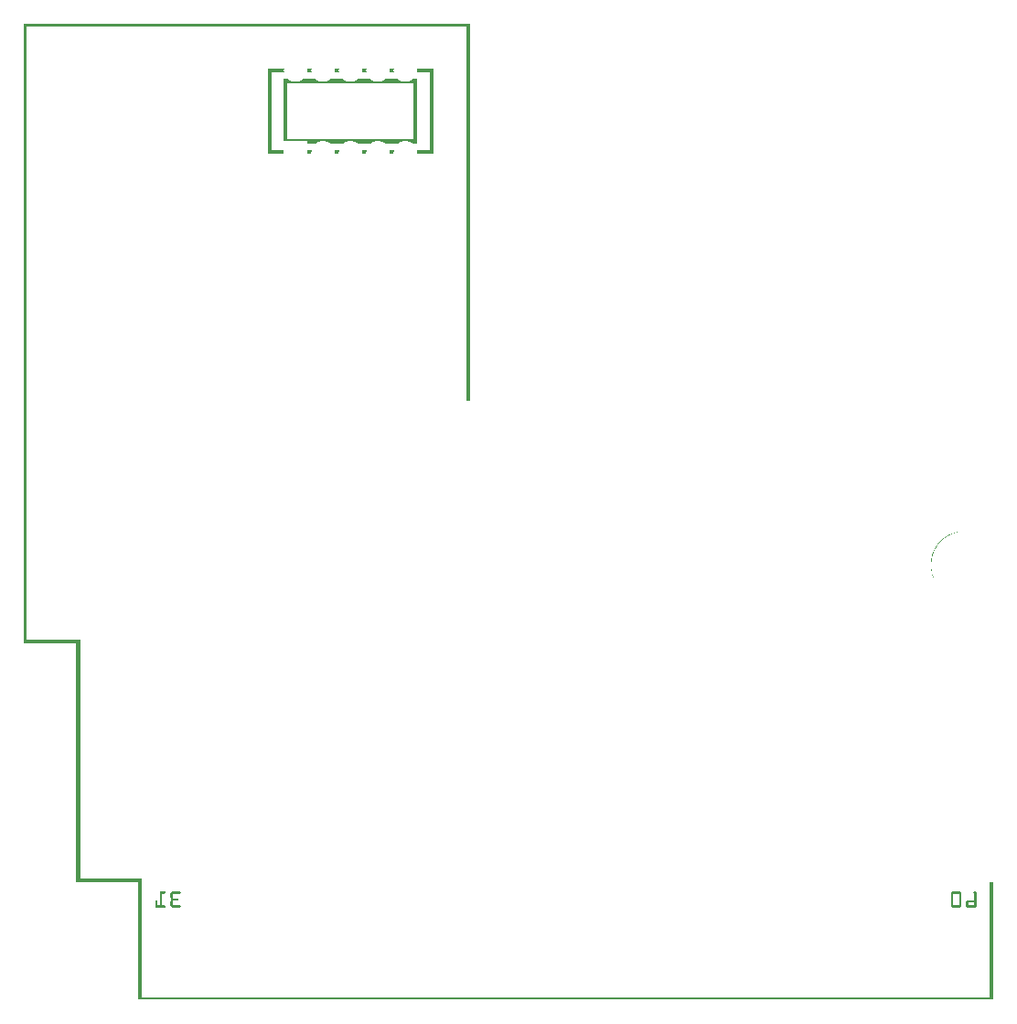
<source format=gbo>
G04 MADE WITH FRITZING*
G04 WWW.FRITZING.ORG*
G04 DOUBLE SIDED*
G04 HOLES PLATED*
G04 CONTOUR ON CENTER OF CONTOUR VECTOR*
%ASAXBY*%
%FSLAX23Y23*%
%MOIN*%
%OFA0B0*%
%SFA1.0B1.0*%
%ADD10R,0.001000X0.001000*%
%LNSILK0*%
G90*
G70*
G54D10*
X0Y3551D02*
X1624Y3551D01*
X0Y3550D02*
X1624Y3550D01*
X0Y3549D02*
X1624Y3549D01*
X0Y3548D02*
X1624Y3548D01*
X0Y3547D02*
X1624Y3547D01*
X0Y3546D02*
X1624Y3546D01*
X0Y3545D02*
X1624Y3545D01*
X0Y3544D02*
X6Y3544D01*
X1611Y3544D02*
X1624Y3544D01*
X0Y3543D02*
X6Y3543D01*
X1611Y3543D02*
X1624Y3543D01*
X0Y3542D02*
X6Y3542D01*
X1611Y3542D02*
X1624Y3542D01*
X0Y3541D02*
X6Y3541D01*
X1611Y3541D02*
X1624Y3541D01*
X0Y3540D02*
X6Y3540D01*
X1611Y3540D02*
X1624Y3540D01*
X0Y3539D02*
X6Y3539D01*
X1611Y3539D02*
X1624Y3539D01*
X0Y3538D02*
X6Y3538D01*
X1611Y3538D02*
X1624Y3538D01*
X0Y3537D02*
X6Y3537D01*
X1611Y3537D02*
X1624Y3537D01*
X0Y3536D02*
X6Y3536D01*
X1611Y3536D02*
X1624Y3536D01*
X0Y3535D02*
X6Y3535D01*
X1611Y3535D02*
X1624Y3535D01*
X0Y3534D02*
X6Y3534D01*
X1611Y3534D02*
X1624Y3534D01*
X0Y3533D02*
X6Y3533D01*
X1611Y3533D02*
X1624Y3533D01*
X0Y3532D02*
X6Y3532D01*
X1611Y3532D02*
X1624Y3532D01*
X0Y3531D02*
X6Y3531D01*
X1611Y3531D02*
X1624Y3531D01*
X0Y3530D02*
X6Y3530D01*
X1611Y3530D02*
X1624Y3530D01*
X0Y3529D02*
X6Y3529D01*
X1611Y3529D02*
X1624Y3529D01*
X0Y3528D02*
X6Y3528D01*
X1611Y3528D02*
X1624Y3528D01*
X0Y3527D02*
X6Y3527D01*
X1611Y3527D02*
X1624Y3527D01*
X0Y3526D02*
X6Y3526D01*
X1611Y3526D02*
X1624Y3526D01*
X0Y3525D02*
X6Y3525D01*
X1611Y3525D02*
X1624Y3525D01*
X0Y3524D02*
X6Y3524D01*
X1611Y3524D02*
X1624Y3524D01*
X0Y3523D02*
X6Y3523D01*
X1611Y3523D02*
X1624Y3523D01*
X0Y3522D02*
X6Y3522D01*
X1611Y3522D02*
X1624Y3522D01*
X0Y3521D02*
X6Y3521D01*
X1611Y3521D02*
X1624Y3521D01*
X0Y3520D02*
X6Y3520D01*
X1611Y3520D02*
X1624Y3520D01*
X0Y3519D02*
X6Y3519D01*
X1611Y3519D02*
X1624Y3519D01*
X0Y3518D02*
X6Y3518D01*
X1611Y3518D02*
X1624Y3518D01*
X0Y3517D02*
X6Y3517D01*
X1611Y3517D02*
X1624Y3517D01*
X0Y3516D02*
X6Y3516D01*
X1611Y3516D02*
X1624Y3516D01*
X0Y3515D02*
X6Y3515D01*
X1611Y3515D02*
X1624Y3515D01*
X0Y3514D02*
X6Y3514D01*
X1611Y3514D02*
X1624Y3514D01*
X0Y3513D02*
X6Y3513D01*
X1611Y3513D02*
X1624Y3513D01*
X0Y3512D02*
X6Y3512D01*
X1611Y3512D02*
X1624Y3512D01*
X0Y3511D02*
X6Y3511D01*
X1611Y3511D02*
X1624Y3511D01*
X0Y3510D02*
X6Y3510D01*
X1611Y3510D02*
X1624Y3510D01*
X0Y3509D02*
X6Y3509D01*
X1611Y3509D02*
X1624Y3509D01*
X0Y3508D02*
X6Y3508D01*
X1611Y3508D02*
X1624Y3508D01*
X0Y3507D02*
X6Y3507D01*
X1611Y3507D02*
X1624Y3507D01*
X0Y3506D02*
X6Y3506D01*
X1611Y3506D02*
X1624Y3506D01*
X0Y3505D02*
X6Y3505D01*
X1611Y3505D02*
X1624Y3505D01*
X0Y3504D02*
X6Y3504D01*
X1611Y3504D02*
X1624Y3504D01*
X0Y3503D02*
X6Y3503D01*
X1611Y3503D02*
X1624Y3503D01*
X0Y3502D02*
X6Y3502D01*
X1611Y3502D02*
X1624Y3502D01*
X0Y3501D02*
X6Y3501D01*
X1611Y3501D02*
X1624Y3501D01*
X0Y3500D02*
X6Y3500D01*
X1611Y3500D02*
X1624Y3500D01*
X0Y3499D02*
X6Y3499D01*
X1611Y3499D02*
X1624Y3499D01*
X0Y3498D02*
X6Y3498D01*
X1611Y3498D02*
X1624Y3498D01*
X0Y3497D02*
X6Y3497D01*
X1611Y3497D02*
X1624Y3497D01*
X0Y3496D02*
X6Y3496D01*
X1611Y3496D02*
X1624Y3496D01*
X0Y3495D02*
X6Y3495D01*
X1611Y3495D02*
X1624Y3495D01*
X0Y3494D02*
X6Y3494D01*
X1611Y3494D02*
X1624Y3494D01*
X0Y3493D02*
X6Y3493D01*
X1611Y3493D02*
X1624Y3493D01*
X0Y3492D02*
X6Y3492D01*
X1611Y3492D02*
X1624Y3492D01*
X0Y3491D02*
X6Y3491D01*
X1611Y3491D02*
X1624Y3491D01*
X0Y3490D02*
X6Y3490D01*
X1611Y3490D02*
X1624Y3490D01*
X0Y3489D02*
X6Y3489D01*
X1611Y3489D02*
X1624Y3489D01*
X0Y3488D02*
X6Y3488D01*
X1611Y3488D02*
X1624Y3488D01*
X0Y3487D02*
X6Y3487D01*
X1611Y3487D02*
X1624Y3487D01*
X0Y3486D02*
X6Y3486D01*
X1611Y3486D02*
X1624Y3486D01*
X0Y3485D02*
X6Y3485D01*
X1611Y3485D02*
X1624Y3485D01*
X0Y3484D02*
X6Y3484D01*
X1611Y3484D02*
X1624Y3484D01*
X0Y3483D02*
X6Y3483D01*
X1611Y3483D02*
X1624Y3483D01*
X0Y3482D02*
X6Y3482D01*
X1611Y3482D02*
X1624Y3482D01*
X0Y3481D02*
X6Y3481D01*
X1611Y3481D02*
X1624Y3481D01*
X0Y3480D02*
X6Y3480D01*
X1611Y3480D02*
X1624Y3480D01*
X0Y3479D02*
X6Y3479D01*
X1611Y3479D02*
X1624Y3479D01*
X0Y3478D02*
X6Y3478D01*
X1611Y3478D02*
X1624Y3478D01*
X0Y3477D02*
X6Y3477D01*
X1611Y3477D02*
X1624Y3477D01*
X0Y3476D02*
X6Y3476D01*
X1611Y3476D02*
X1624Y3476D01*
X0Y3475D02*
X6Y3475D01*
X1611Y3475D02*
X1624Y3475D01*
X0Y3474D02*
X6Y3474D01*
X1611Y3474D02*
X1624Y3474D01*
X0Y3473D02*
X6Y3473D01*
X1611Y3473D02*
X1624Y3473D01*
X0Y3472D02*
X6Y3472D01*
X1611Y3472D02*
X1624Y3472D01*
X0Y3471D02*
X6Y3471D01*
X1611Y3471D02*
X1624Y3471D01*
X0Y3470D02*
X6Y3470D01*
X1611Y3470D02*
X1624Y3470D01*
X0Y3469D02*
X6Y3469D01*
X1611Y3469D02*
X1624Y3469D01*
X0Y3468D02*
X6Y3468D01*
X1611Y3468D02*
X1624Y3468D01*
X0Y3467D02*
X6Y3467D01*
X1611Y3467D02*
X1624Y3467D01*
X0Y3466D02*
X6Y3466D01*
X1611Y3466D02*
X1624Y3466D01*
X0Y3465D02*
X6Y3465D01*
X1611Y3465D02*
X1624Y3465D01*
X0Y3464D02*
X6Y3464D01*
X1611Y3464D02*
X1624Y3464D01*
X0Y3463D02*
X6Y3463D01*
X1611Y3463D02*
X1624Y3463D01*
X0Y3462D02*
X6Y3462D01*
X1611Y3462D02*
X1624Y3462D01*
X0Y3461D02*
X6Y3461D01*
X1611Y3461D02*
X1624Y3461D01*
X0Y3460D02*
X6Y3460D01*
X1611Y3460D02*
X1624Y3460D01*
X0Y3459D02*
X6Y3459D01*
X1611Y3459D02*
X1624Y3459D01*
X0Y3458D02*
X6Y3458D01*
X1611Y3458D02*
X1624Y3458D01*
X0Y3457D02*
X6Y3457D01*
X1611Y3457D02*
X1624Y3457D01*
X0Y3456D02*
X6Y3456D01*
X1611Y3456D02*
X1624Y3456D01*
X0Y3455D02*
X6Y3455D01*
X1611Y3455D02*
X1624Y3455D01*
X0Y3454D02*
X6Y3454D01*
X1611Y3454D02*
X1624Y3454D01*
X0Y3453D02*
X6Y3453D01*
X1611Y3453D02*
X1624Y3453D01*
X0Y3452D02*
X6Y3452D01*
X1611Y3452D02*
X1624Y3452D01*
X0Y3451D02*
X6Y3451D01*
X1611Y3451D02*
X1624Y3451D01*
X0Y3450D02*
X6Y3450D01*
X1611Y3450D02*
X1624Y3450D01*
X0Y3449D02*
X6Y3449D01*
X1611Y3449D02*
X1624Y3449D01*
X0Y3448D02*
X6Y3448D01*
X1611Y3448D02*
X1624Y3448D01*
X0Y3447D02*
X6Y3447D01*
X1611Y3447D02*
X1624Y3447D01*
X0Y3446D02*
X6Y3446D01*
X1611Y3446D02*
X1624Y3446D01*
X0Y3445D02*
X6Y3445D01*
X1611Y3445D02*
X1624Y3445D01*
X0Y3444D02*
X6Y3444D01*
X1611Y3444D02*
X1624Y3444D01*
X0Y3443D02*
X6Y3443D01*
X1611Y3443D02*
X1624Y3443D01*
X0Y3442D02*
X6Y3442D01*
X1611Y3442D02*
X1624Y3442D01*
X0Y3441D02*
X6Y3441D01*
X1611Y3441D02*
X1624Y3441D01*
X0Y3440D02*
X6Y3440D01*
X1611Y3440D02*
X1624Y3440D01*
X0Y3439D02*
X6Y3439D01*
X1611Y3439D02*
X1624Y3439D01*
X0Y3438D02*
X6Y3438D01*
X1611Y3438D02*
X1624Y3438D01*
X0Y3437D02*
X6Y3437D01*
X1611Y3437D02*
X1624Y3437D01*
X0Y3436D02*
X6Y3436D01*
X1611Y3436D02*
X1624Y3436D01*
X0Y3435D02*
X6Y3435D01*
X1611Y3435D02*
X1624Y3435D01*
X0Y3434D02*
X6Y3434D01*
X1611Y3434D02*
X1624Y3434D01*
X0Y3433D02*
X6Y3433D01*
X1611Y3433D02*
X1624Y3433D01*
X0Y3432D02*
X6Y3432D01*
X1611Y3432D02*
X1624Y3432D01*
X0Y3431D02*
X6Y3431D01*
X1611Y3431D02*
X1624Y3431D01*
X0Y3430D02*
X6Y3430D01*
X1611Y3430D02*
X1624Y3430D01*
X0Y3429D02*
X6Y3429D01*
X1611Y3429D02*
X1624Y3429D01*
X0Y3428D02*
X6Y3428D01*
X1611Y3428D02*
X1624Y3428D01*
X0Y3427D02*
X6Y3427D01*
X1611Y3427D02*
X1624Y3427D01*
X0Y3426D02*
X6Y3426D01*
X1611Y3426D02*
X1624Y3426D01*
X0Y3425D02*
X6Y3425D01*
X1611Y3425D02*
X1624Y3425D01*
X0Y3424D02*
X6Y3424D01*
X1611Y3424D02*
X1624Y3424D01*
X0Y3423D02*
X6Y3423D01*
X1611Y3423D02*
X1624Y3423D01*
X0Y3422D02*
X6Y3422D01*
X1611Y3422D02*
X1624Y3422D01*
X0Y3421D02*
X6Y3421D01*
X1611Y3421D02*
X1624Y3421D01*
X0Y3420D02*
X6Y3420D01*
X1611Y3420D02*
X1624Y3420D01*
X0Y3419D02*
X6Y3419D01*
X1611Y3419D02*
X1624Y3419D01*
X0Y3418D02*
X6Y3418D01*
X1611Y3418D02*
X1624Y3418D01*
X0Y3417D02*
X6Y3417D01*
X1611Y3417D02*
X1624Y3417D01*
X0Y3416D02*
X6Y3416D01*
X1611Y3416D02*
X1624Y3416D01*
X0Y3415D02*
X6Y3415D01*
X1611Y3415D02*
X1624Y3415D01*
X0Y3414D02*
X6Y3414D01*
X1611Y3414D02*
X1624Y3414D01*
X0Y3413D02*
X6Y3413D01*
X1611Y3413D02*
X1624Y3413D01*
X0Y3412D02*
X6Y3412D01*
X1611Y3412D02*
X1624Y3412D01*
X0Y3411D02*
X6Y3411D01*
X1611Y3411D02*
X1624Y3411D01*
X0Y3410D02*
X6Y3410D01*
X1611Y3410D02*
X1624Y3410D01*
X0Y3409D02*
X6Y3409D01*
X1611Y3409D02*
X1624Y3409D01*
X0Y3408D02*
X6Y3408D01*
X1611Y3408D02*
X1624Y3408D01*
X0Y3407D02*
X6Y3407D01*
X1611Y3407D02*
X1624Y3407D01*
X0Y3406D02*
X6Y3406D01*
X1611Y3406D02*
X1624Y3406D01*
X0Y3405D02*
X6Y3405D01*
X1611Y3405D02*
X1624Y3405D01*
X0Y3404D02*
X6Y3404D01*
X1611Y3404D02*
X1624Y3404D01*
X0Y3403D02*
X6Y3403D01*
X1611Y3403D02*
X1624Y3403D01*
X0Y3402D02*
X6Y3402D01*
X1611Y3402D02*
X1624Y3402D01*
X0Y3401D02*
X6Y3401D01*
X1611Y3401D02*
X1624Y3401D01*
X0Y3400D02*
X6Y3400D01*
X1611Y3400D02*
X1624Y3400D01*
X0Y3399D02*
X6Y3399D01*
X1611Y3399D02*
X1624Y3399D01*
X0Y3398D02*
X6Y3398D01*
X1611Y3398D02*
X1624Y3398D01*
X0Y3397D02*
X6Y3397D01*
X1611Y3397D02*
X1624Y3397D01*
X0Y3396D02*
X6Y3396D01*
X1611Y3396D02*
X1624Y3396D01*
X0Y3395D02*
X6Y3395D01*
X1611Y3395D02*
X1624Y3395D01*
X0Y3394D02*
X6Y3394D01*
X1611Y3394D02*
X1624Y3394D01*
X0Y3393D02*
X6Y3393D01*
X1611Y3393D02*
X1624Y3393D01*
X0Y3392D02*
X6Y3392D01*
X1611Y3392D02*
X1624Y3392D01*
X0Y3391D02*
X6Y3391D01*
X1611Y3391D02*
X1624Y3391D01*
X0Y3390D02*
X6Y3390D01*
X1611Y3390D02*
X1624Y3390D01*
X0Y3389D02*
X6Y3389D01*
X887Y3389D02*
X946Y3389D01*
X1031Y3389D02*
X1046Y3389D01*
X1131Y3389D02*
X1146Y3389D01*
X1231Y3389D02*
X1246Y3389D01*
X1331Y3389D02*
X1346Y3389D01*
X1431Y3389D02*
X1490Y3389D01*
X1611Y3389D02*
X1624Y3389D01*
X0Y3388D02*
X6Y3388D01*
X887Y3388D02*
X946Y3388D01*
X1031Y3388D02*
X1046Y3388D01*
X1131Y3388D02*
X1146Y3388D01*
X1231Y3388D02*
X1246Y3388D01*
X1331Y3388D02*
X1346Y3388D01*
X1431Y3388D02*
X1490Y3388D01*
X1611Y3388D02*
X1624Y3388D01*
X0Y3387D02*
X6Y3387D01*
X887Y3387D02*
X946Y3387D01*
X1031Y3387D02*
X1046Y3387D01*
X1131Y3387D02*
X1146Y3387D01*
X1231Y3387D02*
X1246Y3387D01*
X1331Y3387D02*
X1345Y3387D01*
X1431Y3387D02*
X1490Y3387D01*
X1611Y3387D02*
X1624Y3387D01*
X0Y3386D02*
X6Y3386D01*
X887Y3386D02*
X945Y3386D01*
X1031Y3386D02*
X1045Y3386D01*
X1131Y3386D02*
X1145Y3386D01*
X1231Y3386D02*
X1245Y3386D01*
X1331Y3386D02*
X1345Y3386D01*
X1431Y3386D02*
X1490Y3386D01*
X1611Y3386D02*
X1624Y3386D01*
X0Y3385D02*
X6Y3385D01*
X887Y3385D02*
X945Y3385D01*
X1031Y3385D02*
X1045Y3385D01*
X1131Y3385D02*
X1145Y3385D01*
X1231Y3385D02*
X1245Y3385D01*
X1331Y3385D02*
X1345Y3385D01*
X1431Y3385D02*
X1490Y3385D01*
X1611Y3385D02*
X1624Y3385D01*
X0Y3384D02*
X6Y3384D01*
X887Y3384D02*
X945Y3384D01*
X1031Y3384D02*
X1045Y3384D01*
X1131Y3384D02*
X1145Y3384D01*
X1231Y3384D02*
X1245Y3384D01*
X1331Y3384D02*
X1345Y3384D01*
X1431Y3384D02*
X1490Y3384D01*
X1611Y3384D02*
X1624Y3384D01*
X0Y3383D02*
X6Y3383D01*
X887Y3383D02*
X945Y3383D01*
X1031Y3383D02*
X1045Y3383D01*
X1131Y3383D02*
X1145Y3383D01*
X1231Y3383D02*
X1245Y3383D01*
X1331Y3383D02*
X1345Y3383D01*
X1431Y3383D02*
X1490Y3383D01*
X1611Y3383D02*
X1624Y3383D01*
X0Y3382D02*
X6Y3382D01*
X887Y3382D02*
X945Y3382D01*
X1031Y3382D02*
X1045Y3382D01*
X1131Y3382D02*
X1145Y3382D01*
X1231Y3382D02*
X1245Y3382D01*
X1331Y3382D02*
X1345Y3382D01*
X1431Y3382D02*
X1490Y3382D01*
X1611Y3382D02*
X1624Y3382D01*
X0Y3381D02*
X6Y3381D01*
X887Y3381D02*
X945Y3381D01*
X1031Y3381D02*
X1045Y3381D01*
X1131Y3381D02*
X1145Y3381D01*
X1231Y3381D02*
X1245Y3381D01*
X1331Y3381D02*
X1345Y3381D01*
X1431Y3381D02*
X1490Y3381D01*
X1611Y3381D02*
X1624Y3381D01*
X0Y3380D02*
X6Y3380D01*
X887Y3380D02*
X946Y3380D01*
X1031Y3380D02*
X1046Y3380D01*
X1131Y3380D02*
X1146Y3380D01*
X1231Y3380D02*
X1246Y3380D01*
X1331Y3380D02*
X1346Y3380D01*
X1431Y3380D02*
X1490Y3380D01*
X1611Y3380D02*
X1624Y3380D01*
X0Y3379D02*
X6Y3379D01*
X887Y3379D02*
X946Y3379D01*
X1031Y3379D02*
X1046Y3379D01*
X1131Y3379D02*
X1146Y3379D01*
X1231Y3379D02*
X1246Y3379D01*
X1331Y3379D02*
X1346Y3379D01*
X1431Y3379D02*
X1490Y3379D01*
X1611Y3379D02*
X1624Y3379D01*
X0Y3378D02*
X6Y3378D01*
X887Y3378D02*
X946Y3378D01*
X1031Y3378D02*
X1046Y3378D01*
X1131Y3378D02*
X1146Y3378D01*
X1231Y3378D02*
X1246Y3378D01*
X1331Y3378D02*
X1346Y3378D01*
X1431Y3378D02*
X1490Y3378D01*
X1611Y3378D02*
X1624Y3378D01*
X0Y3377D02*
X6Y3377D01*
X887Y3377D02*
X946Y3377D01*
X1031Y3377D02*
X1046Y3377D01*
X1131Y3377D02*
X1146Y3377D01*
X1231Y3377D02*
X1246Y3377D01*
X1331Y3377D02*
X1346Y3377D01*
X1431Y3377D02*
X1490Y3377D01*
X1611Y3377D02*
X1624Y3377D01*
X0Y3376D02*
X6Y3376D01*
X887Y3376D02*
X946Y3376D01*
X1030Y3376D02*
X1046Y3376D01*
X1130Y3376D02*
X1146Y3376D01*
X1230Y3376D02*
X1246Y3376D01*
X1330Y3376D02*
X1346Y3376D01*
X1430Y3376D02*
X1490Y3376D01*
X1611Y3376D02*
X1624Y3376D01*
X0Y3375D02*
X6Y3375D01*
X887Y3375D02*
X900Y3375D01*
X1477Y3375D02*
X1490Y3375D01*
X1611Y3375D02*
X1624Y3375D01*
X0Y3374D02*
X6Y3374D01*
X887Y3374D02*
X900Y3374D01*
X1477Y3374D02*
X1490Y3374D01*
X1611Y3374D02*
X1624Y3374D01*
X0Y3373D02*
X6Y3373D01*
X887Y3373D02*
X900Y3373D01*
X1477Y3373D02*
X1490Y3373D01*
X1611Y3373D02*
X1624Y3373D01*
X0Y3372D02*
X6Y3372D01*
X887Y3372D02*
X900Y3372D01*
X1477Y3372D02*
X1490Y3372D01*
X1611Y3372D02*
X1624Y3372D01*
X0Y3371D02*
X6Y3371D01*
X887Y3371D02*
X900Y3371D01*
X1477Y3371D02*
X1490Y3371D01*
X1611Y3371D02*
X1624Y3371D01*
X0Y3370D02*
X6Y3370D01*
X887Y3370D02*
X900Y3370D01*
X1477Y3370D02*
X1490Y3370D01*
X1611Y3370D02*
X1624Y3370D01*
X0Y3369D02*
X6Y3369D01*
X887Y3369D02*
X900Y3369D01*
X1477Y3369D02*
X1490Y3369D01*
X1611Y3369D02*
X1624Y3369D01*
X0Y3368D02*
X6Y3368D01*
X887Y3368D02*
X900Y3368D01*
X1477Y3368D02*
X1490Y3368D01*
X1611Y3368D02*
X1624Y3368D01*
X0Y3367D02*
X6Y3367D01*
X887Y3367D02*
X900Y3367D01*
X1477Y3367D02*
X1490Y3367D01*
X1611Y3367D02*
X1624Y3367D01*
X0Y3366D02*
X6Y3366D01*
X887Y3366D02*
X900Y3366D01*
X1477Y3366D02*
X1490Y3366D01*
X1611Y3366D02*
X1624Y3366D01*
X0Y3365D02*
X6Y3365D01*
X887Y3365D02*
X900Y3365D01*
X1477Y3365D02*
X1490Y3365D01*
X1611Y3365D02*
X1624Y3365D01*
X0Y3364D02*
X6Y3364D01*
X887Y3364D02*
X900Y3364D01*
X1477Y3364D02*
X1490Y3364D01*
X1611Y3364D02*
X1624Y3364D01*
X0Y3363D02*
X6Y3363D01*
X887Y3363D02*
X900Y3363D01*
X1477Y3363D02*
X1490Y3363D01*
X1611Y3363D02*
X1624Y3363D01*
X0Y3362D02*
X6Y3362D01*
X887Y3362D02*
X900Y3362D01*
X1477Y3362D02*
X1490Y3362D01*
X1611Y3362D02*
X1624Y3362D01*
X0Y3361D02*
X6Y3361D01*
X887Y3361D02*
X900Y3361D01*
X1477Y3361D02*
X1490Y3361D01*
X1611Y3361D02*
X1624Y3361D01*
X0Y3360D02*
X6Y3360D01*
X887Y3360D02*
X900Y3360D01*
X1477Y3360D02*
X1490Y3360D01*
X1611Y3360D02*
X1624Y3360D01*
X0Y3359D02*
X6Y3359D01*
X887Y3359D02*
X900Y3359D01*
X1477Y3359D02*
X1490Y3359D01*
X1611Y3359D02*
X1624Y3359D01*
X0Y3358D02*
X6Y3358D01*
X887Y3358D02*
X900Y3358D01*
X1477Y3358D02*
X1490Y3358D01*
X1611Y3358D02*
X1624Y3358D01*
X0Y3357D02*
X6Y3357D01*
X887Y3357D02*
X900Y3357D01*
X1477Y3357D02*
X1490Y3357D01*
X1611Y3357D02*
X1624Y3357D01*
X0Y3356D02*
X6Y3356D01*
X887Y3356D02*
X900Y3356D01*
X1477Y3356D02*
X1490Y3356D01*
X1611Y3356D02*
X1624Y3356D01*
X0Y3355D02*
X6Y3355D01*
X887Y3355D02*
X900Y3355D01*
X1477Y3355D02*
X1490Y3355D01*
X1611Y3355D02*
X1624Y3355D01*
X0Y3354D02*
X6Y3354D01*
X887Y3354D02*
X900Y3354D01*
X1477Y3354D02*
X1490Y3354D01*
X1611Y3354D02*
X1624Y3354D01*
X0Y3353D02*
X6Y3353D01*
X887Y3353D02*
X900Y3353D01*
X1477Y3353D02*
X1490Y3353D01*
X1611Y3353D02*
X1624Y3353D01*
X0Y3352D02*
X6Y3352D01*
X887Y3352D02*
X900Y3352D01*
X1477Y3352D02*
X1490Y3352D01*
X1611Y3352D02*
X1624Y3352D01*
X0Y3351D02*
X6Y3351D01*
X887Y3351D02*
X900Y3351D01*
X946Y3351D02*
X961Y3351D01*
X1016Y3351D02*
X1061Y3351D01*
X1116Y3351D02*
X1161Y3351D01*
X1216Y3351D02*
X1261Y3351D01*
X1316Y3351D02*
X1361Y3351D01*
X1416Y3351D02*
X1431Y3351D01*
X1477Y3351D02*
X1490Y3351D01*
X1611Y3351D02*
X1624Y3351D01*
X0Y3350D02*
X6Y3350D01*
X887Y3350D02*
X900Y3350D01*
X946Y3350D02*
X962Y3350D01*
X1014Y3350D02*
X1062Y3350D01*
X1114Y3350D02*
X1162Y3350D01*
X1214Y3350D02*
X1262Y3350D01*
X1314Y3350D02*
X1362Y3350D01*
X1414Y3350D02*
X1431Y3350D01*
X1477Y3350D02*
X1490Y3350D01*
X1611Y3350D02*
X1624Y3350D01*
X0Y3349D02*
X6Y3349D01*
X887Y3349D02*
X900Y3349D01*
X946Y3349D02*
X964Y3349D01*
X1013Y3349D02*
X1064Y3349D01*
X1113Y3349D02*
X1164Y3349D01*
X1213Y3349D02*
X1264Y3349D01*
X1313Y3349D02*
X1364Y3349D01*
X1413Y3349D02*
X1431Y3349D01*
X1477Y3349D02*
X1490Y3349D01*
X1611Y3349D02*
X1624Y3349D01*
X0Y3348D02*
X6Y3348D01*
X887Y3348D02*
X900Y3348D01*
X946Y3348D02*
X965Y3348D01*
X1011Y3348D02*
X1065Y3348D01*
X1111Y3348D02*
X1165Y3348D01*
X1211Y3348D02*
X1265Y3348D01*
X1311Y3348D02*
X1365Y3348D01*
X1411Y3348D02*
X1431Y3348D01*
X1477Y3348D02*
X1490Y3348D01*
X1611Y3348D02*
X1624Y3348D01*
X0Y3347D02*
X6Y3347D01*
X887Y3347D02*
X900Y3347D01*
X946Y3347D02*
X967Y3347D01*
X1010Y3347D02*
X1067Y3347D01*
X1110Y3347D02*
X1167Y3347D01*
X1210Y3347D02*
X1267Y3347D01*
X1310Y3347D02*
X1367Y3347D01*
X1410Y3347D02*
X1431Y3347D01*
X1477Y3347D02*
X1490Y3347D01*
X1611Y3347D02*
X1624Y3347D01*
X0Y3346D02*
X6Y3346D01*
X887Y3346D02*
X900Y3346D01*
X946Y3346D02*
X969Y3346D01*
X1008Y3346D02*
X1069Y3346D01*
X1108Y3346D02*
X1169Y3346D01*
X1208Y3346D02*
X1269Y3346D01*
X1308Y3346D02*
X1369Y3346D01*
X1408Y3346D02*
X1431Y3346D01*
X1477Y3346D02*
X1490Y3346D01*
X1611Y3346D02*
X1624Y3346D01*
X0Y3345D02*
X6Y3345D01*
X887Y3345D02*
X900Y3345D01*
X946Y3345D02*
X971Y3345D01*
X1006Y3345D02*
X1071Y3345D01*
X1106Y3345D02*
X1171Y3345D01*
X1206Y3345D02*
X1271Y3345D01*
X1306Y3345D02*
X1371Y3345D01*
X1406Y3345D02*
X1431Y3345D01*
X1477Y3345D02*
X1490Y3345D01*
X1611Y3345D02*
X1624Y3345D01*
X0Y3344D02*
X6Y3344D01*
X887Y3344D02*
X900Y3344D01*
X946Y3344D02*
X973Y3344D01*
X1003Y3344D02*
X1073Y3344D01*
X1103Y3344D02*
X1173Y3344D01*
X1203Y3344D02*
X1273Y3344D01*
X1303Y3344D02*
X1373Y3344D01*
X1403Y3344D02*
X1431Y3344D01*
X1477Y3344D02*
X1490Y3344D01*
X1611Y3344D02*
X1624Y3344D01*
X0Y3343D02*
X6Y3343D01*
X887Y3343D02*
X900Y3343D01*
X946Y3343D02*
X976Y3343D01*
X1000Y3343D02*
X1076Y3343D01*
X1100Y3343D02*
X1176Y3343D01*
X1200Y3343D02*
X1276Y3343D01*
X1300Y3343D02*
X1376Y3343D01*
X1400Y3343D02*
X1431Y3343D01*
X1477Y3343D02*
X1490Y3343D01*
X1611Y3343D02*
X1624Y3343D01*
X0Y3342D02*
X6Y3342D01*
X887Y3342D02*
X900Y3342D01*
X946Y3342D02*
X981Y3342D01*
X996Y3342D02*
X1081Y3342D01*
X1096Y3342D02*
X1181Y3342D01*
X1196Y3342D02*
X1281Y3342D01*
X1296Y3342D02*
X1381Y3342D01*
X1396Y3342D02*
X1431Y3342D01*
X1477Y3342D02*
X1490Y3342D01*
X1611Y3342D02*
X1624Y3342D01*
X0Y3341D02*
X6Y3341D01*
X887Y3341D02*
X900Y3341D01*
X946Y3341D02*
X1431Y3341D01*
X1477Y3341D02*
X1490Y3341D01*
X1611Y3341D02*
X1624Y3341D01*
X0Y3340D02*
X6Y3340D01*
X887Y3340D02*
X900Y3340D01*
X946Y3340D02*
X1431Y3340D01*
X1477Y3340D02*
X1490Y3340D01*
X1611Y3340D02*
X1624Y3340D01*
X0Y3339D02*
X6Y3339D01*
X887Y3339D02*
X900Y3339D01*
X946Y3339D02*
X1431Y3339D01*
X1477Y3339D02*
X1490Y3339D01*
X1611Y3339D02*
X1624Y3339D01*
X0Y3338D02*
X6Y3338D01*
X887Y3338D02*
X900Y3338D01*
X946Y3338D02*
X1431Y3338D01*
X1477Y3338D02*
X1490Y3338D01*
X1611Y3338D02*
X1624Y3338D01*
X0Y3337D02*
X6Y3337D01*
X887Y3337D02*
X900Y3337D01*
X946Y3337D02*
X959Y3337D01*
X1418Y3337D02*
X1431Y3337D01*
X1477Y3337D02*
X1490Y3337D01*
X1611Y3337D02*
X1624Y3337D01*
X0Y3336D02*
X6Y3336D01*
X887Y3336D02*
X900Y3336D01*
X946Y3336D02*
X959Y3336D01*
X1418Y3336D02*
X1431Y3336D01*
X1477Y3336D02*
X1490Y3336D01*
X1611Y3336D02*
X1624Y3336D01*
X0Y3335D02*
X6Y3335D01*
X887Y3335D02*
X900Y3335D01*
X946Y3335D02*
X959Y3335D01*
X1418Y3335D02*
X1431Y3335D01*
X1477Y3335D02*
X1490Y3335D01*
X1611Y3335D02*
X1624Y3335D01*
X0Y3334D02*
X6Y3334D01*
X887Y3334D02*
X900Y3334D01*
X946Y3334D02*
X959Y3334D01*
X1418Y3334D02*
X1431Y3334D01*
X1477Y3334D02*
X1490Y3334D01*
X1611Y3334D02*
X1624Y3334D01*
X0Y3333D02*
X6Y3333D01*
X887Y3333D02*
X900Y3333D01*
X946Y3333D02*
X959Y3333D01*
X1418Y3333D02*
X1431Y3333D01*
X1477Y3333D02*
X1490Y3333D01*
X1611Y3333D02*
X1624Y3333D01*
X0Y3332D02*
X6Y3332D01*
X887Y3332D02*
X900Y3332D01*
X946Y3332D02*
X959Y3332D01*
X1418Y3332D02*
X1431Y3332D01*
X1477Y3332D02*
X1490Y3332D01*
X1611Y3332D02*
X1624Y3332D01*
X0Y3331D02*
X6Y3331D01*
X887Y3331D02*
X900Y3331D01*
X946Y3331D02*
X959Y3331D01*
X1418Y3331D02*
X1431Y3331D01*
X1477Y3331D02*
X1490Y3331D01*
X1611Y3331D02*
X1624Y3331D01*
X0Y3330D02*
X6Y3330D01*
X887Y3330D02*
X900Y3330D01*
X946Y3330D02*
X959Y3330D01*
X1418Y3330D02*
X1431Y3330D01*
X1477Y3330D02*
X1490Y3330D01*
X1611Y3330D02*
X1624Y3330D01*
X0Y3329D02*
X6Y3329D01*
X887Y3329D02*
X900Y3329D01*
X946Y3329D02*
X959Y3329D01*
X1418Y3329D02*
X1431Y3329D01*
X1477Y3329D02*
X1490Y3329D01*
X1611Y3329D02*
X1624Y3329D01*
X0Y3328D02*
X6Y3328D01*
X887Y3328D02*
X900Y3328D01*
X946Y3328D02*
X959Y3328D01*
X1418Y3328D02*
X1431Y3328D01*
X1477Y3328D02*
X1490Y3328D01*
X1611Y3328D02*
X1624Y3328D01*
X0Y3327D02*
X6Y3327D01*
X887Y3327D02*
X900Y3327D01*
X946Y3327D02*
X959Y3327D01*
X1418Y3327D02*
X1431Y3327D01*
X1477Y3327D02*
X1490Y3327D01*
X1611Y3327D02*
X1624Y3327D01*
X0Y3326D02*
X6Y3326D01*
X887Y3326D02*
X900Y3326D01*
X946Y3326D02*
X959Y3326D01*
X1418Y3326D02*
X1431Y3326D01*
X1477Y3326D02*
X1490Y3326D01*
X1611Y3326D02*
X1624Y3326D01*
X0Y3325D02*
X6Y3325D01*
X887Y3325D02*
X900Y3325D01*
X946Y3325D02*
X959Y3325D01*
X1418Y3325D02*
X1431Y3325D01*
X1477Y3325D02*
X1490Y3325D01*
X1611Y3325D02*
X1624Y3325D01*
X0Y3324D02*
X6Y3324D01*
X887Y3324D02*
X900Y3324D01*
X946Y3324D02*
X959Y3324D01*
X1418Y3324D02*
X1431Y3324D01*
X1477Y3324D02*
X1490Y3324D01*
X1611Y3324D02*
X1624Y3324D01*
X0Y3323D02*
X6Y3323D01*
X887Y3323D02*
X900Y3323D01*
X946Y3323D02*
X959Y3323D01*
X1418Y3323D02*
X1431Y3323D01*
X1477Y3323D02*
X1490Y3323D01*
X1611Y3323D02*
X1624Y3323D01*
X0Y3322D02*
X6Y3322D01*
X887Y3322D02*
X900Y3322D01*
X946Y3322D02*
X959Y3322D01*
X1418Y3322D02*
X1431Y3322D01*
X1477Y3322D02*
X1490Y3322D01*
X1611Y3322D02*
X1624Y3322D01*
X0Y3321D02*
X6Y3321D01*
X887Y3321D02*
X900Y3321D01*
X946Y3321D02*
X959Y3321D01*
X1418Y3321D02*
X1431Y3321D01*
X1477Y3321D02*
X1490Y3321D01*
X1611Y3321D02*
X1624Y3321D01*
X0Y3320D02*
X6Y3320D01*
X887Y3320D02*
X900Y3320D01*
X946Y3320D02*
X959Y3320D01*
X1418Y3320D02*
X1431Y3320D01*
X1477Y3320D02*
X1490Y3320D01*
X1611Y3320D02*
X1624Y3320D01*
X0Y3319D02*
X6Y3319D01*
X887Y3319D02*
X900Y3319D01*
X946Y3319D02*
X959Y3319D01*
X1418Y3319D02*
X1431Y3319D01*
X1477Y3319D02*
X1490Y3319D01*
X1611Y3319D02*
X1624Y3319D01*
X0Y3318D02*
X6Y3318D01*
X887Y3318D02*
X900Y3318D01*
X946Y3318D02*
X959Y3318D01*
X1418Y3318D02*
X1431Y3318D01*
X1477Y3318D02*
X1490Y3318D01*
X1611Y3318D02*
X1624Y3318D01*
X0Y3317D02*
X6Y3317D01*
X887Y3317D02*
X900Y3317D01*
X946Y3317D02*
X959Y3317D01*
X1418Y3317D02*
X1431Y3317D01*
X1477Y3317D02*
X1490Y3317D01*
X1611Y3317D02*
X1624Y3317D01*
X0Y3316D02*
X6Y3316D01*
X887Y3316D02*
X900Y3316D01*
X946Y3316D02*
X959Y3316D01*
X1418Y3316D02*
X1431Y3316D01*
X1477Y3316D02*
X1490Y3316D01*
X1611Y3316D02*
X1624Y3316D01*
X0Y3315D02*
X6Y3315D01*
X887Y3315D02*
X900Y3315D01*
X946Y3315D02*
X959Y3315D01*
X1418Y3315D02*
X1431Y3315D01*
X1477Y3315D02*
X1490Y3315D01*
X1611Y3315D02*
X1624Y3315D01*
X0Y3314D02*
X6Y3314D01*
X887Y3314D02*
X900Y3314D01*
X946Y3314D02*
X959Y3314D01*
X1418Y3314D02*
X1431Y3314D01*
X1477Y3314D02*
X1490Y3314D01*
X1611Y3314D02*
X1624Y3314D01*
X0Y3313D02*
X6Y3313D01*
X887Y3313D02*
X900Y3313D01*
X946Y3313D02*
X959Y3313D01*
X1418Y3313D02*
X1431Y3313D01*
X1477Y3313D02*
X1490Y3313D01*
X1611Y3313D02*
X1624Y3313D01*
X0Y3312D02*
X6Y3312D01*
X887Y3312D02*
X900Y3312D01*
X946Y3312D02*
X959Y3312D01*
X1418Y3312D02*
X1431Y3312D01*
X1477Y3312D02*
X1490Y3312D01*
X1611Y3312D02*
X1624Y3312D01*
X0Y3311D02*
X6Y3311D01*
X887Y3311D02*
X900Y3311D01*
X946Y3311D02*
X959Y3311D01*
X1418Y3311D02*
X1431Y3311D01*
X1477Y3311D02*
X1490Y3311D01*
X1611Y3311D02*
X1624Y3311D01*
X0Y3310D02*
X6Y3310D01*
X887Y3310D02*
X900Y3310D01*
X946Y3310D02*
X959Y3310D01*
X1418Y3310D02*
X1431Y3310D01*
X1477Y3310D02*
X1490Y3310D01*
X1611Y3310D02*
X1624Y3310D01*
X0Y3309D02*
X6Y3309D01*
X887Y3309D02*
X900Y3309D01*
X946Y3309D02*
X959Y3309D01*
X1418Y3309D02*
X1431Y3309D01*
X1477Y3309D02*
X1490Y3309D01*
X1611Y3309D02*
X1624Y3309D01*
X0Y3308D02*
X6Y3308D01*
X887Y3308D02*
X900Y3308D01*
X946Y3308D02*
X959Y3308D01*
X1418Y3308D02*
X1431Y3308D01*
X1477Y3308D02*
X1490Y3308D01*
X1611Y3308D02*
X1624Y3308D01*
X0Y3307D02*
X6Y3307D01*
X887Y3307D02*
X900Y3307D01*
X946Y3307D02*
X959Y3307D01*
X1418Y3307D02*
X1431Y3307D01*
X1477Y3307D02*
X1490Y3307D01*
X1611Y3307D02*
X1624Y3307D01*
X0Y3306D02*
X6Y3306D01*
X887Y3306D02*
X900Y3306D01*
X946Y3306D02*
X959Y3306D01*
X1418Y3306D02*
X1431Y3306D01*
X1477Y3306D02*
X1490Y3306D01*
X1611Y3306D02*
X1624Y3306D01*
X0Y3305D02*
X6Y3305D01*
X887Y3305D02*
X900Y3305D01*
X946Y3305D02*
X959Y3305D01*
X1418Y3305D02*
X1431Y3305D01*
X1477Y3305D02*
X1490Y3305D01*
X1611Y3305D02*
X1624Y3305D01*
X0Y3304D02*
X6Y3304D01*
X887Y3304D02*
X900Y3304D01*
X946Y3304D02*
X959Y3304D01*
X1418Y3304D02*
X1431Y3304D01*
X1477Y3304D02*
X1490Y3304D01*
X1611Y3304D02*
X1624Y3304D01*
X0Y3303D02*
X6Y3303D01*
X887Y3303D02*
X900Y3303D01*
X946Y3303D02*
X959Y3303D01*
X1418Y3303D02*
X1431Y3303D01*
X1477Y3303D02*
X1490Y3303D01*
X1611Y3303D02*
X1624Y3303D01*
X0Y3302D02*
X6Y3302D01*
X887Y3302D02*
X900Y3302D01*
X946Y3302D02*
X959Y3302D01*
X1418Y3302D02*
X1431Y3302D01*
X1477Y3302D02*
X1490Y3302D01*
X1611Y3302D02*
X1624Y3302D01*
X0Y3301D02*
X6Y3301D01*
X887Y3301D02*
X900Y3301D01*
X946Y3301D02*
X959Y3301D01*
X1418Y3301D02*
X1431Y3301D01*
X1477Y3301D02*
X1490Y3301D01*
X1611Y3301D02*
X1624Y3301D01*
X0Y3300D02*
X6Y3300D01*
X887Y3300D02*
X900Y3300D01*
X946Y3300D02*
X959Y3300D01*
X1418Y3300D02*
X1431Y3300D01*
X1477Y3300D02*
X1490Y3300D01*
X1611Y3300D02*
X1624Y3300D01*
X0Y3299D02*
X6Y3299D01*
X887Y3299D02*
X900Y3299D01*
X946Y3299D02*
X959Y3299D01*
X1418Y3299D02*
X1431Y3299D01*
X1477Y3299D02*
X1490Y3299D01*
X1611Y3299D02*
X1624Y3299D01*
X0Y3298D02*
X6Y3298D01*
X887Y3298D02*
X900Y3298D01*
X946Y3298D02*
X959Y3298D01*
X1418Y3298D02*
X1431Y3298D01*
X1477Y3298D02*
X1490Y3298D01*
X1611Y3298D02*
X1624Y3298D01*
X0Y3297D02*
X6Y3297D01*
X887Y3297D02*
X900Y3297D01*
X946Y3297D02*
X959Y3297D01*
X1418Y3297D02*
X1431Y3297D01*
X1477Y3297D02*
X1490Y3297D01*
X1611Y3297D02*
X1624Y3297D01*
X0Y3296D02*
X6Y3296D01*
X887Y3296D02*
X900Y3296D01*
X946Y3296D02*
X959Y3296D01*
X1418Y3296D02*
X1431Y3296D01*
X1477Y3296D02*
X1490Y3296D01*
X1611Y3296D02*
X1624Y3296D01*
X0Y3295D02*
X6Y3295D01*
X887Y3295D02*
X900Y3295D01*
X946Y3295D02*
X959Y3295D01*
X1418Y3295D02*
X1431Y3295D01*
X1477Y3295D02*
X1490Y3295D01*
X1611Y3295D02*
X1624Y3295D01*
X0Y3294D02*
X6Y3294D01*
X887Y3294D02*
X900Y3294D01*
X946Y3294D02*
X959Y3294D01*
X1418Y3294D02*
X1431Y3294D01*
X1477Y3294D02*
X1490Y3294D01*
X1611Y3294D02*
X1624Y3294D01*
X0Y3293D02*
X6Y3293D01*
X887Y3293D02*
X900Y3293D01*
X946Y3293D02*
X959Y3293D01*
X1418Y3293D02*
X1431Y3293D01*
X1477Y3293D02*
X1490Y3293D01*
X1611Y3293D02*
X1624Y3293D01*
X0Y3292D02*
X6Y3292D01*
X887Y3292D02*
X900Y3292D01*
X946Y3292D02*
X959Y3292D01*
X1418Y3292D02*
X1431Y3292D01*
X1477Y3292D02*
X1490Y3292D01*
X1611Y3292D02*
X1624Y3292D01*
X0Y3291D02*
X6Y3291D01*
X887Y3291D02*
X900Y3291D01*
X946Y3291D02*
X959Y3291D01*
X1418Y3291D02*
X1431Y3291D01*
X1477Y3291D02*
X1490Y3291D01*
X1611Y3291D02*
X1624Y3291D01*
X0Y3290D02*
X6Y3290D01*
X887Y3290D02*
X900Y3290D01*
X946Y3290D02*
X959Y3290D01*
X1418Y3290D02*
X1431Y3290D01*
X1477Y3290D02*
X1490Y3290D01*
X1611Y3290D02*
X1624Y3290D01*
X0Y3289D02*
X6Y3289D01*
X887Y3289D02*
X900Y3289D01*
X946Y3289D02*
X959Y3289D01*
X1418Y3289D02*
X1431Y3289D01*
X1477Y3289D02*
X1490Y3289D01*
X1611Y3289D02*
X1624Y3289D01*
X0Y3288D02*
X6Y3288D01*
X887Y3288D02*
X900Y3288D01*
X946Y3288D02*
X959Y3288D01*
X1418Y3288D02*
X1431Y3288D01*
X1477Y3288D02*
X1490Y3288D01*
X1611Y3288D02*
X1624Y3288D01*
X0Y3287D02*
X6Y3287D01*
X887Y3287D02*
X900Y3287D01*
X946Y3287D02*
X959Y3287D01*
X1418Y3287D02*
X1431Y3287D01*
X1477Y3287D02*
X1490Y3287D01*
X1611Y3287D02*
X1624Y3287D01*
X0Y3286D02*
X6Y3286D01*
X887Y3286D02*
X900Y3286D01*
X946Y3286D02*
X959Y3286D01*
X1418Y3286D02*
X1431Y3286D01*
X1477Y3286D02*
X1490Y3286D01*
X1611Y3286D02*
X1624Y3286D01*
X0Y3285D02*
X6Y3285D01*
X887Y3285D02*
X900Y3285D01*
X946Y3285D02*
X959Y3285D01*
X1418Y3285D02*
X1431Y3285D01*
X1477Y3285D02*
X1490Y3285D01*
X1611Y3285D02*
X1624Y3285D01*
X0Y3284D02*
X6Y3284D01*
X887Y3284D02*
X900Y3284D01*
X946Y3284D02*
X959Y3284D01*
X1418Y3284D02*
X1431Y3284D01*
X1477Y3284D02*
X1490Y3284D01*
X1611Y3284D02*
X1624Y3284D01*
X0Y3283D02*
X6Y3283D01*
X887Y3283D02*
X900Y3283D01*
X946Y3283D02*
X959Y3283D01*
X1418Y3283D02*
X1431Y3283D01*
X1477Y3283D02*
X1490Y3283D01*
X1611Y3283D02*
X1624Y3283D01*
X0Y3282D02*
X6Y3282D01*
X887Y3282D02*
X900Y3282D01*
X946Y3282D02*
X959Y3282D01*
X1418Y3282D02*
X1431Y3282D01*
X1477Y3282D02*
X1490Y3282D01*
X1611Y3282D02*
X1624Y3282D01*
X0Y3281D02*
X6Y3281D01*
X887Y3281D02*
X900Y3281D01*
X946Y3281D02*
X959Y3281D01*
X1418Y3281D02*
X1431Y3281D01*
X1477Y3281D02*
X1490Y3281D01*
X1611Y3281D02*
X1624Y3281D01*
X0Y3280D02*
X6Y3280D01*
X887Y3280D02*
X900Y3280D01*
X946Y3280D02*
X959Y3280D01*
X1418Y3280D02*
X1431Y3280D01*
X1477Y3280D02*
X1490Y3280D01*
X1611Y3280D02*
X1624Y3280D01*
X0Y3279D02*
X6Y3279D01*
X887Y3279D02*
X900Y3279D01*
X946Y3279D02*
X959Y3279D01*
X1418Y3279D02*
X1431Y3279D01*
X1477Y3279D02*
X1490Y3279D01*
X1611Y3279D02*
X1624Y3279D01*
X0Y3278D02*
X6Y3278D01*
X887Y3278D02*
X900Y3278D01*
X946Y3278D02*
X959Y3278D01*
X1418Y3278D02*
X1431Y3278D01*
X1477Y3278D02*
X1490Y3278D01*
X1611Y3278D02*
X1624Y3278D01*
X0Y3277D02*
X6Y3277D01*
X887Y3277D02*
X900Y3277D01*
X946Y3277D02*
X959Y3277D01*
X1418Y3277D02*
X1431Y3277D01*
X1477Y3277D02*
X1490Y3277D01*
X1611Y3277D02*
X1624Y3277D01*
X0Y3276D02*
X6Y3276D01*
X887Y3276D02*
X900Y3276D01*
X946Y3276D02*
X959Y3276D01*
X1418Y3276D02*
X1431Y3276D01*
X1477Y3276D02*
X1490Y3276D01*
X1611Y3276D02*
X1624Y3276D01*
X0Y3275D02*
X6Y3275D01*
X887Y3275D02*
X900Y3275D01*
X946Y3275D02*
X959Y3275D01*
X1418Y3275D02*
X1431Y3275D01*
X1477Y3275D02*
X1490Y3275D01*
X1611Y3275D02*
X1624Y3275D01*
X0Y3274D02*
X6Y3274D01*
X887Y3274D02*
X900Y3274D01*
X946Y3274D02*
X959Y3274D01*
X1418Y3274D02*
X1431Y3274D01*
X1477Y3274D02*
X1490Y3274D01*
X1611Y3274D02*
X1624Y3274D01*
X0Y3273D02*
X6Y3273D01*
X887Y3273D02*
X900Y3273D01*
X946Y3273D02*
X959Y3273D01*
X1418Y3273D02*
X1431Y3273D01*
X1477Y3273D02*
X1490Y3273D01*
X1611Y3273D02*
X1624Y3273D01*
X0Y3272D02*
X6Y3272D01*
X887Y3272D02*
X900Y3272D01*
X946Y3272D02*
X959Y3272D01*
X1418Y3272D02*
X1431Y3272D01*
X1477Y3272D02*
X1490Y3272D01*
X1611Y3272D02*
X1624Y3272D01*
X0Y3271D02*
X6Y3271D01*
X887Y3271D02*
X900Y3271D01*
X946Y3271D02*
X959Y3271D01*
X1418Y3271D02*
X1431Y3271D01*
X1477Y3271D02*
X1490Y3271D01*
X1611Y3271D02*
X1624Y3271D01*
X0Y3270D02*
X6Y3270D01*
X887Y3270D02*
X900Y3270D01*
X946Y3270D02*
X959Y3270D01*
X1418Y3270D02*
X1431Y3270D01*
X1477Y3270D02*
X1490Y3270D01*
X1611Y3270D02*
X1624Y3270D01*
X0Y3269D02*
X6Y3269D01*
X887Y3269D02*
X900Y3269D01*
X946Y3269D02*
X959Y3269D01*
X1418Y3269D02*
X1431Y3269D01*
X1477Y3269D02*
X1490Y3269D01*
X1611Y3269D02*
X1624Y3269D01*
X0Y3268D02*
X6Y3268D01*
X887Y3268D02*
X900Y3268D01*
X946Y3268D02*
X959Y3268D01*
X1418Y3268D02*
X1431Y3268D01*
X1477Y3268D02*
X1490Y3268D01*
X1611Y3268D02*
X1624Y3268D01*
X0Y3267D02*
X6Y3267D01*
X887Y3267D02*
X900Y3267D01*
X946Y3267D02*
X959Y3267D01*
X1418Y3267D02*
X1431Y3267D01*
X1477Y3267D02*
X1490Y3267D01*
X1611Y3267D02*
X1624Y3267D01*
X0Y3266D02*
X6Y3266D01*
X887Y3266D02*
X900Y3266D01*
X946Y3266D02*
X959Y3266D01*
X1418Y3266D02*
X1431Y3266D01*
X1477Y3266D02*
X1490Y3266D01*
X1611Y3266D02*
X1624Y3266D01*
X0Y3265D02*
X6Y3265D01*
X887Y3265D02*
X900Y3265D01*
X946Y3265D02*
X959Y3265D01*
X1418Y3265D02*
X1431Y3265D01*
X1477Y3265D02*
X1490Y3265D01*
X1611Y3265D02*
X1624Y3265D01*
X0Y3264D02*
X6Y3264D01*
X887Y3264D02*
X900Y3264D01*
X946Y3264D02*
X959Y3264D01*
X1418Y3264D02*
X1431Y3264D01*
X1477Y3264D02*
X1490Y3264D01*
X1611Y3264D02*
X1624Y3264D01*
X0Y3263D02*
X6Y3263D01*
X887Y3263D02*
X900Y3263D01*
X946Y3263D02*
X959Y3263D01*
X1418Y3263D02*
X1431Y3263D01*
X1477Y3263D02*
X1490Y3263D01*
X1611Y3263D02*
X1624Y3263D01*
X0Y3262D02*
X6Y3262D01*
X887Y3262D02*
X900Y3262D01*
X946Y3262D02*
X959Y3262D01*
X1418Y3262D02*
X1431Y3262D01*
X1477Y3262D02*
X1490Y3262D01*
X1611Y3262D02*
X1624Y3262D01*
X0Y3261D02*
X6Y3261D01*
X887Y3261D02*
X900Y3261D01*
X946Y3261D02*
X959Y3261D01*
X1418Y3261D02*
X1431Y3261D01*
X1477Y3261D02*
X1490Y3261D01*
X1611Y3261D02*
X1624Y3261D01*
X0Y3260D02*
X6Y3260D01*
X887Y3260D02*
X900Y3260D01*
X946Y3260D02*
X959Y3260D01*
X1418Y3260D02*
X1431Y3260D01*
X1477Y3260D02*
X1490Y3260D01*
X1611Y3260D02*
X1624Y3260D01*
X0Y3259D02*
X6Y3259D01*
X887Y3259D02*
X900Y3259D01*
X946Y3259D02*
X959Y3259D01*
X1418Y3259D02*
X1431Y3259D01*
X1477Y3259D02*
X1490Y3259D01*
X1611Y3259D02*
X1624Y3259D01*
X0Y3258D02*
X6Y3258D01*
X887Y3258D02*
X900Y3258D01*
X946Y3258D02*
X959Y3258D01*
X1418Y3258D02*
X1431Y3258D01*
X1477Y3258D02*
X1490Y3258D01*
X1611Y3258D02*
X1624Y3258D01*
X0Y3257D02*
X6Y3257D01*
X887Y3257D02*
X900Y3257D01*
X946Y3257D02*
X959Y3257D01*
X1418Y3257D02*
X1431Y3257D01*
X1477Y3257D02*
X1490Y3257D01*
X1611Y3257D02*
X1624Y3257D01*
X0Y3256D02*
X6Y3256D01*
X887Y3256D02*
X900Y3256D01*
X946Y3256D02*
X959Y3256D01*
X1418Y3256D02*
X1431Y3256D01*
X1477Y3256D02*
X1490Y3256D01*
X1611Y3256D02*
X1624Y3256D01*
X0Y3255D02*
X6Y3255D01*
X887Y3255D02*
X900Y3255D01*
X946Y3255D02*
X959Y3255D01*
X1418Y3255D02*
X1431Y3255D01*
X1477Y3255D02*
X1490Y3255D01*
X1611Y3255D02*
X1624Y3255D01*
X0Y3254D02*
X6Y3254D01*
X887Y3254D02*
X900Y3254D01*
X946Y3254D02*
X959Y3254D01*
X1418Y3254D02*
X1431Y3254D01*
X1477Y3254D02*
X1490Y3254D01*
X1611Y3254D02*
X1624Y3254D01*
X0Y3253D02*
X6Y3253D01*
X887Y3253D02*
X900Y3253D01*
X946Y3253D02*
X959Y3253D01*
X1418Y3253D02*
X1431Y3253D01*
X1477Y3253D02*
X1490Y3253D01*
X1611Y3253D02*
X1624Y3253D01*
X0Y3252D02*
X6Y3252D01*
X887Y3252D02*
X900Y3252D01*
X946Y3252D02*
X959Y3252D01*
X1418Y3252D02*
X1431Y3252D01*
X1477Y3252D02*
X1490Y3252D01*
X1611Y3252D02*
X1624Y3252D01*
X0Y3251D02*
X6Y3251D01*
X887Y3251D02*
X900Y3251D01*
X946Y3251D02*
X959Y3251D01*
X1418Y3251D02*
X1431Y3251D01*
X1477Y3251D02*
X1490Y3251D01*
X1611Y3251D02*
X1624Y3251D01*
X0Y3250D02*
X6Y3250D01*
X887Y3250D02*
X900Y3250D01*
X946Y3250D02*
X959Y3250D01*
X1418Y3250D02*
X1431Y3250D01*
X1477Y3250D02*
X1490Y3250D01*
X1611Y3250D02*
X1624Y3250D01*
X0Y3249D02*
X6Y3249D01*
X887Y3249D02*
X900Y3249D01*
X946Y3249D02*
X959Y3249D01*
X1418Y3249D02*
X1431Y3249D01*
X1477Y3249D02*
X1490Y3249D01*
X1611Y3249D02*
X1624Y3249D01*
X0Y3248D02*
X6Y3248D01*
X887Y3248D02*
X900Y3248D01*
X946Y3248D02*
X959Y3248D01*
X1418Y3248D02*
X1431Y3248D01*
X1477Y3248D02*
X1490Y3248D01*
X1611Y3248D02*
X1624Y3248D01*
X0Y3247D02*
X6Y3247D01*
X887Y3247D02*
X900Y3247D01*
X946Y3247D02*
X959Y3247D01*
X1418Y3247D02*
X1431Y3247D01*
X1477Y3247D02*
X1490Y3247D01*
X1611Y3247D02*
X1624Y3247D01*
X0Y3246D02*
X6Y3246D01*
X887Y3246D02*
X900Y3246D01*
X946Y3246D02*
X959Y3246D01*
X1418Y3246D02*
X1431Y3246D01*
X1477Y3246D02*
X1490Y3246D01*
X1611Y3246D02*
X1624Y3246D01*
X0Y3245D02*
X6Y3245D01*
X887Y3245D02*
X900Y3245D01*
X946Y3245D02*
X959Y3245D01*
X1418Y3245D02*
X1431Y3245D01*
X1477Y3245D02*
X1490Y3245D01*
X1611Y3245D02*
X1624Y3245D01*
X0Y3244D02*
X6Y3244D01*
X887Y3244D02*
X900Y3244D01*
X946Y3244D02*
X959Y3244D01*
X1418Y3244D02*
X1431Y3244D01*
X1477Y3244D02*
X1490Y3244D01*
X1611Y3244D02*
X1624Y3244D01*
X0Y3243D02*
X6Y3243D01*
X887Y3243D02*
X900Y3243D01*
X946Y3243D02*
X959Y3243D01*
X1418Y3243D02*
X1431Y3243D01*
X1477Y3243D02*
X1490Y3243D01*
X1611Y3243D02*
X1624Y3243D01*
X0Y3242D02*
X6Y3242D01*
X887Y3242D02*
X900Y3242D01*
X946Y3242D02*
X959Y3242D01*
X1418Y3242D02*
X1431Y3242D01*
X1477Y3242D02*
X1490Y3242D01*
X1611Y3242D02*
X1624Y3242D01*
X0Y3241D02*
X6Y3241D01*
X887Y3241D02*
X900Y3241D01*
X946Y3241D02*
X959Y3241D01*
X1418Y3241D02*
X1431Y3241D01*
X1477Y3241D02*
X1490Y3241D01*
X1611Y3241D02*
X1624Y3241D01*
X0Y3240D02*
X6Y3240D01*
X887Y3240D02*
X900Y3240D01*
X946Y3240D02*
X959Y3240D01*
X1418Y3240D02*
X1431Y3240D01*
X1477Y3240D02*
X1490Y3240D01*
X1611Y3240D02*
X1624Y3240D01*
X0Y3239D02*
X6Y3239D01*
X887Y3239D02*
X900Y3239D01*
X946Y3239D02*
X959Y3239D01*
X1418Y3239D02*
X1431Y3239D01*
X1477Y3239D02*
X1490Y3239D01*
X1611Y3239D02*
X1624Y3239D01*
X0Y3238D02*
X6Y3238D01*
X887Y3238D02*
X900Y3238D01*
X946Y3238D02*
X959Y3238D01*
X1418Y3238D02*
X1431Y3238D01*
X1477Y3238D02*
X1490Y3238D01*
X1611Y3238D02*
X1624Y3238D01*
X0Y3237D02*
X6Y3237D01*
X887Y3237D02*
X900Y3237D01*
X946Y3237D02*
X959Y3237D01*
X1418Y3237D02*
X1431Y3237D01*
X1477Y3237D02*
X1490Y3237D01*
X1611Y3237D02*
X1624Y3237D01*
X0Y3236D02*
X6Y3236D01*
X887Y3236D02*
X900Y3236D01*
X946Y3236D02*
X959Y3236D01*
X1418Y3236D02*
X1431Y3236D01*
X1477Y3236D02*
X1490Y3236D01*
X1611Y3236D02*
X1624Y3236D01*
X0Y3235D02*
X6Y3235D01*
X887Y3235D02*
X900Y3235D01*
X946Y3235D02*
X959Y3235D01*
X1418Y3235D02*
X1431Y3235D01*
X1477Y3235D02*
X1490Y3235D01*
X1611Y3235D02*
X1624Y3235D01*
X0Y3234D02*
X6Y3234D01*
X887Y3234D02*
X900Y3234D01*
X946Y3234D02*
X959Y3234D01*
X1418Y3234D02*
X1431Y3234D01*
X1477Y3234D02*
X1490Y3234D01*
X1611Y3234D02*
X1624Y3234D01*
X0Y3233D02*
X6Y3233D01*
X887Y3233D02*
X900Y3233D01*
X946Y3233D02*
X959Y3233D01*
X1418Y3233D02*
X1431Y3233D01*
X1477Y3233D02*
X1490Y3233D01*
X1611Y3233D02*
X1624Y3233D01*
X0Y3232D02*
X6Y3232D01*
X887Y3232D02*
X900Y3232D01*
X946Y3232D02*
X959Y3232D01*
X1418Y3232D02*
X1431Y3232D01*
X1477Y3232D02*
X1490Y3232D01*
X1611Y3232D02*
X1624Y3232D01*
X0Y3231D02*
X6Y3231D01*
X887Y3231D02*
X900Y3231D01*
X946Y3231D02*
X959Y3231D01*
X1418Y3231D02*
X1431Y3231D01*
X1477Y3231D02*
X1490Y3231D01*
X1611Y3231D02*
X1624Y3231D01*
X0Y3230D02*
X6Y3230D01*
X887Y3230D02*
X900Y3230D01*
X946Y3230D02*
X959Y3230D01*
X1418Y3230D02*
X1431Y3230D01*
X1477Y3230D02*
X1490Y3230D01*
X1611Y3230D02*
X1624Y3230D01*
X0Y3229D02*
X6Y3229D01*
X887Y3229D02*
X900Y3229D01*
X946Y3229D02*
X959Y3229D01*
X1418Y3229D02*
X1431Y3229D01*
X1477Y3229D02*
X1490Y3229D01*
X1611Y3229D02*
X1624Y3229D01*
X0Y3228D02*
X6Y3228D01*
X887Y3228D02*
X900Y3228D01*
X946Y3228D02*
X959Y3228D01*
X1418Y3228D02*
X1431Y3228D01*
X1477Y3228D02*
X1490Y3228D01*
X1611Y3228D02*
X1624Y3228D01*
X0Y3227D02*
X6Y3227D01*
X887Y3227D02*
X900Y3227D01*
X946Y3227D02*
X959Y3227D01*
X1418Y3227D02*
X1431Y3227D01*
X1477Y3227D02*
X1490Y3227D01*
X1611Y3227D02*
X1624Y3227D01*
X0Y3226D02*
X6Y3226D01*
X887Y3226D02*
X900Y3226D01*
X946Y3226D02*
X959Y3226D01*
X1418Y3226D02*
X1431Y3226D01*
X1477Y3226D02*
X1490Y3226D01*
X1611Y3226D02*
X1624Y3226D01*
X0Y3225D02*
X6Y3225D01*
X887Y3225D02*
X900Y3225D01*
X946Y3225D02*
X959Y3225D01*
X1418Y3225D02*
X1431Y3225D01*
X1477Y3225D02*
X1490Y3225D01*
X1611Y3225D02*
X1624Y3225D01*
X0Y3224D02*
X6Y3224D01*
X887Y3224D02*
X900Y3224D01*
X946Y3224D02*
X959Y3224D01*
X1418Y3224D02*
X1431Y3224D01*
X1477Y3224D02*
X1490Y3224D01*
X1611Y3224D02*
X1624Y3224D01*
X0Y3223D02*
X6Y3223D01*
X887Y3223D02*
X900Y3223D01*
X946Y3223D02*
X959Y3223D01*
X1418Y3223D02*
X1431Y3223D01*
X1477Y3223D02*
X1490Y3223D01*
X1611Y3223D02*
X1624Y3223D01*
X0Y3222D02*
X6Y3222D01*
X887Y3222D02*
X900Y3222D01*
X946Y3222D02*
X959Y3222D01*
X1418Y3222D02*
X1431Y3222D01*
X1477Y3222D02*
X1490Y3222D01*
X1611Y3222D02*
X1624Y3222D01*
X0Y3221D02*
X6Y3221D01*
X887Y3221D02*
X900Y3221D01*
X946Y3221D02*
X959Y3221D01*
X1418Y3221D02*
X1431Y3221D01*
X1477Y3221D02*
X1490Y3221D01*
X1611Y3221D02*
X1624Y3221D01*
X0Y3220D02*
X6Y3220D01*
X887Y3220D02*
X900Y3220D01*
X946Y3220D02*
X959Y3220D01*
X1418Y3220D02*
X1431Y3220D01*
X1477Y3220D02*
X1490Y3220D01*
X1611Y3220D02*
X1624Y3220D01*
X0Y3219D02*
X6Y3219D01*
X887Y3219D02*
X900Y3219D01*
X946Y3219D02*
X959Y3219D01*
X1418Y3219D02*
X1431Y3219D01*
X1477Y3219D02*
X1490Y3219D01*
X1611Y3219D02*
X1624Y3219D01*
X0Y3218D02*
X6Y3218D01*
X887Y3218D02*
X900Y3218D01*
X946Y3218D02*
X959Y3218D01*
X1418Y3218D02*
X1431Y3218D01*
X1477Y3218D02*
X1490Y3218D01*
X1611Y3218D02*
X1624Y3218D01*
X0Y3217D02*
X6Y3217D01*
X887Y3217D02*
X900Y3217D01*
X946Y3217D02*
X959Y3217D01*
X1418Y3217D02*
X1431Y3217D01*
X1477Y3217D02*
X1490Y3217D01*
X1611Y3217D02*
X1624Y3217D01*
X0Y3216D02*
X6Y3216D01*
X887Y3216D02*
X900Y3216D01*
X946Y3216D02*
X959Y3216D01*
X1418Y3216D02*
X1431Y3216D01*
X1477Y3216D02*
X1490Y3216D01*
X1611Y3216D02*
X1624Y3216D01*
X0Y3215D02*
X6Y3215D01*
X887Y3215D02*
X900Y3215D01*
X946Y3215D02*
X959Y3215D01*
X1418Y3215D02*
X1431Y3215D01*
X1477Y3215D02*
X1490Y3215D01*
X1611Y3215D02*
X1624Y3215D01*
X0Y3214D02*
X6Y3214D01*
X887Y3214D02*
X900Y3214D01*
X946Y3214D02*
X959Y3214D01*
X1418Y3214D02*
X1431Y3214D01*
X1477Y3214D02*
X1490Y3214D01*
X1611Y3214D02*
X1624Y3214D01*
X0Y3213D02*
X6Y3213D01*
X887Y3213D02*
X900Y3213D01*
X946Y3213D02*
X959Y3213D01*
X1418Y3213D02*
X1431Y3213D01*
X1477Y3213D02*
X1490Y3213D01*
X1611Y3213D02*
X1624Y3213D01*
X0Y3212D02*
X6Y3212D01*
X887Y3212D02*
X900Y3212D01*
X946Y3212D02*
X959Y3212D01*
X1418Y3212D02*
X1431Y3212D01*
X1477Y3212D02*
X1490Y3212D01*
X1611Y3212D02*
X1624Y3212D01*
X0Y3211D02*
X6Y3211D01*
X887Y3211D02*
X900Y3211D01*
X946Y3211D02*
X959Y3211D01*
X1418Y3211D02*
X1431Y3211D01*
X1477Y3211D02*
X1490Y3211D01*
X1611Y3211D02*
X1624Y3211D01*
X0Y3210D02*
X6Y3210D01*
X887Y3210D02*
X900Y3210D01*
X946Y3210D02*
X959Y3210D01*
X1418Y3210D02*
X1431Y3210D01*
X1477Y3210D02*
X1490Y3210D01*
X1611Y3210D02*
X1624Y3210D01*
X0Y3209D02*
X6Y3209D01*
X887Y3209D02*
X900Y3209D01*
X946Y3209D02*
X959Y3209D01*
X1418Y3209D02*
X1431Y3209D01*
X1477Y3209D02*
X1490Y3209D01*
X1611Y3209D02*
X1624Y3209D01*
X0Y3208D02*
X6Y3208D01*
X887Y3208D02*
X900Y3208D01*
X946Y3208D02*
X959Y3208D01*
X1418Y3208D02*
X1431Y3208D01*
X1477Y3208D02*
X1490Y3208D01*
X1611Y3208D02*
X1624Y3208D01*
X0Y3207D02*
X6Y3207D01*
X887Y3207D02*
X900Y3207D01*
X946Y3207D02*
X959Y3207D01*
X1418Y3207D02*
X1431Y3207D01*
X1477Y3207D02*
X1490Y3207D01*
X1611Y3207D02*
X1624Y3207D01*
X0Y3206D02*
X6Y3206D01*
X887Y3206D02*
X900Y3206D01*
X946Y3206D02*
X959Y3206D01*
X1418Y3206D02*
X1431Y3206D01*
X1477Y3206D02*
X1490Y3206D01*
X1611Y3206D02*
X1624Y3206D01*
X0Y3205D02*
X6Y3205D01*
X887Y3205D02*
X900Y3205D01*
X946Y3205D02*
X959Y3205D01*
X1418Y3205D02*
X1431Y3205D01*
X1477Y3205D02*
X1490Y3205D01*
X1611Y3205D02*
X1624Y3205D01*
X0Y3204D02*
X6Y3204D01*
X887Y3204D02*
X900Y3204D01*
X946Y3204D02*
X959Y3204D01*
X1418Y3204D02*
X1431Y3204D01*
X1477Y3204D02*
X1490Y3204D01*
X1611Y3204D02*
X1624Y3204D01*
X0Y3203D02*
X6Y3203D01*
X887Y3203D02*
X900Y3203D01*
X946Y3203D02*
X959Y3203D01*
X1418Y3203D02*
X1431Y3203D01*
X1477Y3203D02*
X1490Y3203D01*
X1611Y3203D02*
X1624Y3203D01*
X0Y3202D02*
X6Y3202D01*
X887Y3202D02*
X900Y3202D01*
X946Y3202D02*
X959Y3202D01*
X1418Y3202D02*
X1431Y3202D01*
X1477Y3202D02*
X1490Y3202D01*
X1611Y3202D02*
X1624Y3202D01*
X0Y3201D02*
X6Y3201D01*
X887Y3201D02*
X900Y3201D01*
X946Y3201D02*
X959Y3201D01*
X1418Y3201D02*
X1431Y3201D01*
X1477Y3201D02*
X1490Y3201D01*
X1611Y3201D02*
X1624Y3201D01*
X0Y3200D02*
X6Y3200D01*
X887Y3200D02*
X900Y3200D01*
X946Y3200D02*
X959Y3200D01*
X1418Y3200D02*
X1431Y3200D01*
X1477Y3200D02*
X1490Y3200D01*
X1611Y3200D02*
X1624Y3200D01*
X0Y3199D02*
X6Y3199D01*
X887Y3199D02*
X900Y3199D01*
X946Y3199D02*
X959Y3199D01*
X1418Y3199D02*
X1431Y3199D01*
X1477Y3199D02*
X1490Y3199D01*
X1611Y3199D02*
X1624Y3199D01*
X0Y3198D02*
X6Y3198D01*
X887Y3198D02*
X900Y3198D01*
X946Y3198D02*
X959Y3198D01*
X1418Y3198D02*
X1431Y3198D01*
X1477Y3198D02*
X1490Y3198D01*
X1611Y3198D02*
X1624Y3198D01*
X0Y3197D02*
X6Y3197D01*
X887Y3197D02*
X900Y3197D01*
X946Y3197D02*
X959Y3197D01*
X1418Y3197D02*
X1431Y3197D01*
X1477Y3197D02*
X1490Y3197D01*
X1611Y3197D02*
X1624Y3197D01*
X0Y3196D02*
X6Y3196D01*
X887Y3196D02*
X900Y3196D01*
X946Y3196D02*
X959Y3196D01*
X1418Y3196D02*
X1431Y3196D01*
X1477Y3196D02*
X1490Y3196D01*
X1611Y3196D02*
X1624Y3196D01*
X0Y3195D02*
X6Y3195D01*
X887Y3195D02*
X900Y3195D01*
X946Y3195D02*
X959Y3195D01*
X1418Y3195D02*
X1431Y3195D01*
X1477Y3195D02*
X1490Y3195D01*
X1611Y3195D02*
X1624Y3195D01*
X0Y3194D02*
X6Y3194D01*
X887Y3194D02*
X900Y3194D01*
X946Y3194D02*
X959Y3194D01*
X1418Y3194D02*
X1431Y3194D01*
X1477Y3194D02*
X1490Y3194D01*
X1611Y3194D02*
X1624Y3194D01*
X0Y3193D02*
X6Y3193D01*
X887Y3193D02*
X900Y3193D01*
X946Y3193D02*
X959Y3193D01*
X1418Y3193D02*
X1431Y3193D01*
X1477Y3193D02*
X1490Y3193D01*
X1611Y3193D02*
X1624Y3193D01*
X0Y3192D02*
X6Y3192D01*
X887Y3192D02*
X900Y3192D01*
X946Y3192D02*
X959Y3192D01*
X1418Y3192D02*
X1431Y3192D01*
X1477Y3192D02*
X1490Y3192D01*
X1611Y3192D02*
X1624Y3192D01*
X0Y3191D02*
X6Y3191D01*
X887Y3191D02*
X900Y3191D01*
X946Y3191D02*
X959Y3191D01*
X1418Y3191D02*
X1431Y3191D01*
X1477Y3191D02*
X1490Y3191D01*
X1611Y3191D02*
X1624Y3191D01*
X0Y3190D02*
X6Y3190D01*
X887Y3190D02*
X900Y3190D01*
X946Y3190D02*
X959Y3190D01*
X1418Y3190D02*
X1431Y3190D01*
X1477Y3190D02*
X1490Y3190D01*
X1611Y3190D02*
X1624Y3190D01*
X0Y3189D02*
X6Y3189D01*
X887Y3189D02*
X900Y3189D01*
X946Y3189D02*
X959Y3189D01*
X1418Y3189D02*
X1431Y3189D01*
X1477Y3189D02*
X1490Y3189D01*
X1611Y3189D02*
X1624Y3189D01*
X0Y3188D02*
X6Y3188D01*
X887Y3188D02*
X900Y3188D01*
X946Y3188D02*
X959Y3188D01*
X1418Y3188D02*
X1431Y3188D01*
X1477Y3188D02*
X1490Y3188D01*
X1611Y3188D02*
X1624Y3188D01*
X0Y3187D02*
X6Y3187D01*
X887Y3187D02*
X900Y3187D01*
X946Y3187D02*
X959Y3187D01*
X1418Y3187D02*
X1431Y3187D01*
X1477Y3187D02*
X1490Y3187D01*
X1611Y3187D02*
X1624Y3187D01*
X0Y3186D02*
X6Y3186D01*
X887Y3186D02*
X900Y3186D01*
X946Y3186D02*
X959Y3186D01*
X1418Y3186D02*
X1431Y3186D01*
X1477Y3186D02*
X1490Y3186D01*
X1611Y3186D02*
X1624Y3186D01*
X0Y3185D02*
X6Y3185D01*
X887Y3185D02*
X900Y3185D01*
X946Y3185D02*
X959Y3185D01*
X1418Y3185D02*
X1431Y3185D01*
X1477Y3185D02*
X1490Y3185D01*
X1611Y3185D02*
X1624Y3185D01*
X0Y3184D02*
X6Y3184D01*
X887Y3184D02*
X900Y3184D01*
X946Y3184D02*
X959Y3184D01*
X1418Y3184D02*
X1431Y3184D01*
X1477Y3184D02*
X1490Y3184D01*
X1611Y3184D02*
X1624Y3184D01*
X0Y3183D02*
X6Y3183D01*
X887Y3183D02*
X900Y3183D01*
X946Y3183D02*
X959Y3183D01*
X1418Y3183D02*
X1431Y3183D01*
X1477Y3183D02*
X1490Y3183D01*
X1611Y3183D02*
X1624Y3183D01*
X0Y3182D02*
X6Y3182D01*
X887Y3182D02*
X900Y3182D01*
X946Y3182D02*
X959Y3182D01*
X1418Y3182D02*
X1431Y3182D01*
X1477Y3182D02*
X1490Y3182D01*
X1611Y3182D02*
X1624Y3182D01*
X0Y3181D02*
X6Y3181D01*
X887Y3181D02*
X900Y3181D01*
X946Y3181D02*
X959Y3181D01*
X1418Y3181D02*
X1431Y3181D01*
X1477Y3181D02*
X1490Y3181D01*
X1611Y3181D02*
X1624Y3181D01*
X0Y3180D02*
X6Y3180D01*
X887Y3180D02*
X900Y3180D01*
X946Y3180D02*
X959Y3180D01*
X1418Y3180D02*
X1431Y3180D01*
X1477Y3180D02*
X1490Y3180D01*
X1611Y3180D02*
X1624Y3180D01*
X0Y3179D02*
X6Y3179D01*
X887Y3179D02*
X900Y3179D01*
X946Y3179D02*
X959Y3179D01*
X1418Y3179D02*
X1431Y3179D01*
X1477Y3179D02*
X1490Y3179D01*
X1611Y3179D02*
X1624Y3179D01*
X0Y3178D02*
X6Y3178D01*
X887Y3178D02*
X900Y3178D01*
X946Y3178D02*
X959Y3178D01*
X1418Y3178D02*
X1431Y3178D01*
X1477Y3178D02*
X1490Y3178D01*
X1611Y3178D02*
X1624Y3178D01*
X0Y3177D02*
X6Y3177D01*
X887Y3177D02*
X900Y3177D01*
X946Y3177D02*
X959Y3177D01*
X1418Y3177D02*
X1431Y3177D01*
X1477Y3177D02*
X1490Y3177D01*
X1611Y3177D02*
X1624Y3177D01*
X0Y3176D02*
X6Y3176D01*
X887Y3176D02*
X900Y3176D01*
X946Y3176D02*
X959Y3176D01*
X1418Y3176D02*
X1431Y3176D01*
X1477Y3176D02*
X1490Y3176D01*
X1611Y3176D02*
X1624Y3176D01*
X0Y3175D02*
X6Y3175D01*
X887Y3175D02*
X900Y3175D01*
X946Y3175D02*
X959Y3175D01*
X1418Y3175D02*
X1431Y3175D01*
X1477Y3175D02*
X1490Y3175D01*
X1611Y3175D02*
X1624Y3175D01*
X0Y3174D02*
X6Y3174D01*
X887Y3174D02*
X900Y3174D01*
X946Y3174D02*
X959Y3174D01*
X1418Y3174D02*
X1431Y3174D01*
X1477Y3174D02*
X1490Y3174D01*
X1611Y3174D02*
X1624Y3174D01*
X0Y3173D02*
X6Y3173D01*
X887Y3173D02*
X900Y3173D01*
X946Y3173D02*
X959Y3173D01*
X1418Y3173D02*
X1431Y3173D01*
X1477Y3173D02*
X1490Y3173D01*
X1611Y3173D02*
X1624Y3173D01*
X0Y3172D02*
X6Y3172D01*
X887Y3172D02*
X900Y3172D01*
X946Y3172D02*
X959Y3172D01*
X1418Y3172D02*
X1431Y3172D01*
X1477Y3172D02*
X1490Y3172D01*
X1611Y3172D02*
X1624Y3172D01*
X0Y3171D02*
X6Y3171D01*
X887Y3171D02*
X900Y3171D01*
X946Y3171D02*
X959Y3171D01*
X1418Y3171D02*
X1431Y3171D01*
X1477Y3171D02*
X1490Y3171D01*
X1611Y3171D02*
X1624Y3171D01*
X0Y3170D02*
X6Y3170D01*
X887Y3170D02*
X900Y3170D01*
X946Y3170D02*
X959Y3170D01*
X1418Y3170D02*
X1431Y3170D01*
X1477Y3170D02*
X1490Y3170D01*
X1611Y3170D02*
X1624Y3170D01*
X0Y3169D02*
X6Y3169D01*
X887Y3169D02*
X900Y3169D01*
X946Y3169D02*
X959Y3169D01*
X1418Y3169D02*
X1431Y3169D01*
X1477Y3169D02*
X1490Y3169D01*
X1611Y3169D02*
X1624Y3169D01*
X0Y3168D02*
X6Y3168D01*
X887Y3168D02*
X900Y3168D01*
X946Y3168D02*
X959Y3168D01*
X1418Y3168D02*
X1431Y3168D01*
X1477Y3168D02*
X1490Y3168D01*
X1611Y3168D02*
X1624Y3168D01*
X0Y3167D02*
X6Y3167D01*
X887Y3167D02*
X900Y3167D01*
X946Y3167D02*
X959Y3167D01*
X1418Y3167D02*
X1431Y3167D01*
X1477Y3167D02*
X1490Y3167D01*
X1611Y3167D02*
X1624Y3167D01*
X0Y3166D02*
X6Y3166D01*
X887Y3166D02*
X900Y3166D01*
X946Y3166D02*
X959Y3166D01*
X1418Y3166D02*
X1431Y3166D01*
X1477Y3166D02*
X1490Y3166D01*
X1611Y3166D02*
X1624Y3166D01*
X0Y3165D02*
X6Y3165D01*
X887Y3165D02*
X900Y3165D01*
X946Y3165D02*
X959Y3165D01*
X1418Y3165D02*
X1431Y3165D01*
X1477Y3165D02*
X1490Y3165D01*
X1611Y3165D02*
X1624Y3165D01*
X0Y3164D02*
X6Y3164D01*
X887Y3164D02*
X900Y3164D01*
X946Y3164D02*
X959Y3164D01*
X1418Y3164D02*
X1431Y3164D01*
X1477Y3164D02*
X1490Y3164D01*
X1611Y3164D02*
X1624Y3164D01*
X0Y3163D02*
X6Y3163D01*
X887Y3163D02*
X900Y3163D01*
X946Y3163D02*
X959Y3163D01*
X1418Y3163D02*
X1431Y3163D01*
X1477Y3163D02*
X1490Y3163D01*
X1611Y3163D02*
X1624Y3163D01*
X0Y3162D02*
X6Y3162D01*
X887Y3162D02*
X900Y3162D01*
X946Y3162D02*
X959Y3162D01*
X1418Y3162D02*
X1431Y3162D01*
X1477Y3162D02*
X1490Y3162D01*
X1611Y3162D02*
X1624Y3162D01*
X0Y3161D02*
X6Y3161D01*
X887Y3161D02*
X900Y3161D01*
X946Y3161D02*
X959Y3161D01*
X1418Y3161D02*
X1431Y3161D01*
X1477Y3161D02*
X1490Y3161D01*
X1611Y3161D02*
X1624Y3161D01*
X0Y3160D02*
X6Y3160D01*
X887Y3160D02*
X900Y3160D01*
X946Y3160D02*
X959Y3160D01*
X1418Y3160D02*
X1431Y3160D01*
X1477Y3160D02*
X1490Y3160D01*
X1611Y3160D02*
X1624Y3160D01*
X0Y3159D02*
X6Y3159D01*
X887Y3159D02*
X900Y3159D01*
X946Y3159D02*
X959Y3159D01*
X1418Y3159D02*
X1431Y3159D01*
X1477Y3159D02*
X1490Y3159D01*
X1611Y3159D02*
X1624Y3159D01*
X0Y3158D02*
X6Y3158D01*
X887Y3158D02*
X900Y3158D01*
X946Y3158D02*
X959Y3158D01*
X1418Y3158D02*
X1431Y3158D01*
X1477Y3158D02*
X1490Y3158D01*
X1611Y3158D02*
X1624Y3158D01*
X0Y3157D02*
X6Y3157D01*
X887Y3157D02*
X900Y3157D01*
X946Y3157D02*
X959Y3157D01*
X1418Y3157D02*
X1431Y3157D01*
X1477Y3157D02*
X1490Y3157D01*
X1611Y3157D02*
X1624Y3157D01*
X0Y3156D02*
X6Y3156D01*
X887Y3156D02*
X900Y3156D01*
X946Y3156D02*
X959Y3156D01*
X1418Y3156D02*
X1431Y3156D01*
X1477Y3156D02*
X1490Y3156D01*
X1611Y3156D02*
X1624Y3156D01*
X0Y3155D02*
X6Y3155D01*
X887Y3155D02*
X900Y3155D01*
X946Y3155D02*
X959Y3155D01*
X1418Y3155D02*
X1431Y3155D01*
X1477Y3155D02*
X1490Y3155D01*
X1611Y3155D02*
X1624Y3155D01*
X0Y3154D02*
X6Y3154D01*
X887Y3154D02*
X900Y3154D01*
X946Y3154D02*
X959Y3154D01*
X1418Y3154D02*
X1431Y3154D01*
X1477Y3154D02*
X1490Y3154D01*
X1611Y3154D02*
X1624Y3154D01*
X0Y3153D02*
X6Y3153D01*
X887Y3153D02*
X900Y3153D01*
X946Y3153D02*
X959Y3153D01*
X1418Y3153D02*
X1431Y3153D01*
X1477Y3153D02*
X1490Y3153D01*
X1611Y3153D02*
X1624Y3153D01*
X0Y3152D02*
X6Y3152D01*
X887Y3152D02*
X900Y3152D01*
X946Y3152D02*
X959Y3152D01*
X1418Y3152D02*
X1431Y3152D01*
X1477Y3152D02*
X1490Y3152D01*
X1611Y3152D02*
X1624Y3152D01*
X0Y3151D02*
X6Y3151D01*
X887Y3151D02*
X900Y3151D01*
X946Y3151D02*
X959Y3151D01*
X1418Y3151D02*
X1431Y3151D01*
X1477Y3151D02*
X1490Y3151D01*
X1611Y3151D02*
X1624Y3151D01*
X0Y3150D02*
X6Y3150D01*
X887Y3150D02*
X900Y3150D01*
X946Y3150D02*
X959Y3150D01*
X1418Y3150D02*
X1431Y3150D01*
X1477Y3150D02*
X1490Y3150D01*
X1611Y3150D02*
X1624Y3150D01*
X0Y3149D02*
X6Y3149D01*
X887Y3149D02*
X900Y3149D01*
X946Y3149D02*
X959Y3149D01*
X1418Y3149D02*
X1431Y3149D01*
X1477Y3149D02*
X1490Y3149D01*
X1611Y3149D02*
X1624Y3149D01*
X0Y3148D02*
X6Y3148D01*
X887Y3148D02*
X900Y3148D01*
X946Y3148D02*
X959Y3148D01*
X1418Y3148D02*
X1431Y3148D01*
X1477Y3148D02*
X1490Y3148D01*
X1611Y3148D02*
X1624Y3148D01*
X0Y3147D02*
X6Y3147D01*
X887Y3147D02*
X900Y3147D01*
X946Y3147D02*
X959Y3147D01*
X1418Y3147D02*
X1431Y3147D01*
X1477Y3147D02*
X1490Y3147D01*
X1611Y3147D02*
X1624Y3147D01*
X0Y3146D02*
X6Y3146D01*
X887Y3146D02*
X900Y3146D01*
X946Y3146D02*
X959Y3146D01*
X1418Y3146D02*
X1431Y3146D01*
X1477Y3146D02*
X1490Y3146D01*
X1611Y3146D02*
X1624Y3146D01*
X0Y3145D02*
X6Y3145D01*
X887Y3145D02*
X900Y3145D01*
X946Y3145D02*
X959Y3145D01*
X1418Y3145D02*
X1431Y3145D01*
X1477Y3145D02*
X1490Y3145D01*
X1611Y3145D02*
X1624Y3145D01*
X0Y3144D02*
X6Y3144D01*
X887Y3144D02*
X900Y3144D01*
X946Y3144D02*
X959Y3144D01*
X1418Y3144D02*
X1431Y3144D01*
X1477Y3144D02*
X1490Y3144D01*
X1611Y3144D02*
X1624Y3144D01*
X0Y3143D02*
X6Y3143D01*
X887Y3143D02*
X900Y3143D01*
X946Y3143D02*
X959Y3143D01*
X1418Y3143D02*
X1431Y3143D01*
X1477Y3143D02*
X1490Y3143D01*
X1611Y3143D02*
X1624Y3143D01*
X0Y3142D02*
X6Y3142D01*
X887Y3142D02*
X900Y3142D01*
X946Y3142D02*
X959Y3142D01*
X1418Y3142D02*
X1431Y3142D01*
X1477Y3142D02*
X1490Y3142D01*
X1611Y3142D02*
X1624Y3142D01*
X0Y3141D02*
X6Y3141D01*
X887Y3141D02*
X900Y3141D01*
X946Y3141D02*
X959Y3141D01*
X1418Y3141D02*
X1431Y3141D01*
X1477Y3141D02*
X1490Y3141D01*
X1611Y3141D02*
X1624Y3141D01*
X0Y3140D02*
X6Y3140D01*
X887Y3140D02*
X900Y3140D01*
X946Y3140D02*
X959Y3140D01*
X1418Y3140D02*
X1431Y3140D01*
X1477Y3140D02*
X1490Y3140D01*
X1611Y3140D02*
X1624Y3140D01*
X0Y3139D02*
X6Y3139D01*
X887Y3139D02*
X900Y3139D01*
X946Y3139D02*
X959Y3139D01*
X1418Y3139D02*
X1431Y3139D01*
X1477Y3139D02*
X1490Y3139D01*
X1611Y3139D02*
X1624Y3139D01*
X0Y3138D02*
X6Y3138D01*
X887Y3138D02*
X900Y3138D01*
X946Y3138D02*
X959Y3138D01*
X1418Y3138D02*
X1431Y3138D01*
X1477Y3138D02*
X1490Y3138D01*
X1611Y3138D02*
X1624Y3138D01*
X0Y3137D02*
X6Y3137D01*
X887Y3137D02*
X900Y3137D01*
X946Y3137D02*
X959Y3137D01*
X1418Y3137D02*
X1431Y3137D01*
X1477Y3137D02*
X1490Y3137D01*
X1611Y3137D02*
X1624Y3137D01*
X0Y3136D02*
X6Y3136D01*
X887Y3136D02*
X900Y3136D01*
X946Y3136D02*
X959Y3136D01*
X1418Y3136D02*
X1431Y3136D01*
X1477Y3136D02*
X1490Y3136D01*
X1611Y3136D02*
X1624Y3136D01*
X0Y3135D02*
X6Y3135D01*
X887Y3135D02*
X900Y3135D01*
X946Y3135D02*
X959Y3135D01*
X1418Y3135D02*
X1431Y3135D01*
X1477Y3135D02*
X1490Y3135D01*
X1611Y3135D02*
X1624Y3135D01*
X0Y3134D02*
X6Y3134D01*
X887Y3134D02*
X900Y3134D01*
X946Y3134D02*
X959Y3134D01*
X1418Y3134D02*
X1431Y3134D01*
X1477Y3134D02*
X1490Y3134D01*
X1611Y3134D02*
X1624Y3134D01*
X0Y3133D02*
X6Y3133D01*
X887Y3133D02*
X900Y3133D01*
X946Y3133D02*
X959Y3133D01*
X1418Y3133D02*
X1431Y3133D01*
X1477Y3133D02*
X1490Y3133D01*
X1611Y3133D02*
X1624Y3133D01*
X0Y3132D02*
X6Y3132D01*
X887Y3132D02*
X900Y3132D01*
X946Y3132D02*
X959Y3132D01*
X1418Y3132D02*
X1431Y3132D01*
X1477Y3132D02*
X1490Y3132D01*
X1611Y3132D02*
X1624Y3132D01*
X0Y3131D02*
X6Y3131D01*
X887Y3131D02*
X900Y3131D01*
X946Y3131D02*
X1431Y3131D01*
X1477Y3131D02*
X1490Y3131D01*
X1611Y3131D02*
X1624Y3131D01*
X0Y3130D02*
X6Y3130D01*
X887Y3130D02*
X900Y3130D01*
X946Y3130D02*
X1431Y3130D01*
X1477Y3130D02*
X1490Y3130D01*
X1611Y3130D02*
X1624Y3130D01*
X0Y3129D02*
X6Y3129D01*
X887Y3129D02*
X900Y3129D01*
X946Y3129D02*
X1431Y3129D01*
X1477Y3129D02*
X1490Y3129D01*
X1611Y3129D02*
X1624Y3129D01*
X0Y3128D02*
X6Y3128D01*
X887Y3128D02*
X900Y3128D01*
X946Y3128D02*
X1431Y3128D01*
X1477Y3128D02*
X1490Y3128D01*
X1611Y3128D02*
X1624Y3128D01*
X0Y3127D02*
X6Y3127D01*
X887Y3127D02*
X900Y3127D01*
X946Y3127D02*
X1431Y3127D01*
X1477Y3127D02*
X1490Y3127D01*
X1611Y3127D02*
X1624Y3127D01*
X0Y3126D02*
X6Y3126D01*
X887Y3126D02*
X900Y3126D01*
X1031Y3126D02*
X1083Y3126D01*
X1094Y3126D02*
X1183Y3126D01*
X1194Y3126D02*
X1283Y3126D01*
X1294Y3126D02*
X1383Y3126D01*
X1394Y3126D02*
X1431Y3126D01*
X1477Y3126D02*
X1490Y3126D01*
X1611Y3126D02*
X1624Y3126D01*
X0Y3125D02*
X6Y3125D01*
X887Y3125D02*
X900Y3125D01*
X1031Y3125D02*
X1078Y3125D01*
X1099Y3125D02*
X1178Y3125D01*
X1199Y3125D02*
X1278Y3125D01*
X1299Y3125D02*
X1378Y3125D01*
X1399Y3125D02*
X1431Y3125D01*
X1477Y3125D02*
X1490Y3125D01*
X1611Y3125D02*
X1624Y3125D01*
X0Y3124D02*
X6Y3124D01*
X887Y3124D02*
X900Y3124D01*
X1031Y3124D02*
X1074Y3124D01*
X1103Y3124D02*
X1174Y3124D01*
X1203Y3124D02*
X1274Y3124D01*
X1303Y3124D02*
X1374Y3124D01*
X1403Y3124D02*
X1431Y3124D01*
X1477Y3124D02*
X1490Y3124D01*
X1611Y3124D02*
X1624Y3124D01*
X0Y3123D02*
X6Y3123D01*
X887Y3123D02*
X900Y3123D01*
X1031Y3123D02*
X1071Y3123D01*
X1105Y3123D02*
X1171Y3123D01*
X1205Y3123D02*
X1271Y3123D01*
X1305Y3123D02*
X1371Y3123D01*
X1405Y3123D02*
X1431Y3123D01*
X1477Y3123D02*
X1490Y3123D01*
X1611Y3123D02*
X1624Y3123D01*
X0Y3122D02*
X6Y3122D01*
X887Y3122D02*
X900Y3122D01*
X1031Y3122D02*
X1069Y3122D01*
X1107Y3122D02*
X1169Y3122D01*
X1207Y3122D02*
X1269Y3122D01*
X1307Y3122D02*
X1369Y3122D01*
X1407Y3122D02*
X1431Y3122D01*
X1477Y3122D02*
X1490Y3122D01*
X1611Y3122D02*
X1624Y3122D01*
X0Y3121D02*
X6Y3121D01*
X887Y3121D02*
X900Y3121D01*
X1031Y3121D02*
X1067Y3121D01*
X1109Y3121D02*
X1167Y3121D01*
X1209Y3121D02*
X1267Y3121D01*
X1309Y3121D02*
X1367Y3121D01*
X1409Y3121D02*
X1431Y3121D01*
X1477Y3121D02*
X1490Y3121D01*
X1611Y3121D02*
X1624Y3121D01*
X0Y3120D02*
X6Y3120D01*
X887Y3120D02*
X900Y3120D01*
X1031Y3120D02*
X1066Y3120D01*
X1111Y3120D02*
X1166Y3120D01*
X1211Y3120D02*
X1266Y3120D01*
X1311Y3120D02*
X1366Y3120D01*
X1411Y3120D02*
X1431Y3120D01*
X1477Y3120D02*
X1490Y3120D01*
X1611Y3120D02*
X1624Y3120D01*
X0Y3119D02*
X6Y3119D01*
X887Y3119D02*
X900Y3119D01*
X1031Y3119D02*
X1064Y3119D01*
X1113Y3119D02*
X1164Y3119D01*
X1213Y3119D02*
X1264Y3119D01*
X1313Y3119D02*
X1364Y3119D01*
X1413Y3119D02*
X1431Y3119D01*
X1477Y3119D02*
X1490Y3119D01*
X1611Y3119D02*
X1624Y3119D01*
X0Y3118D02*
X6Y3118D01*
X887Y3118D02*
X900Y3118D01*
X1031Y3118D02*
X1063Y3118D01*
X1114Y3118D02*
X1163Y3118D01*
X1214Y3118D02*
X1263Y3118D01*
X1314Y3118D02*
X1363Y3118D01*
X1414Y3118D02*
X1431Y3118D01*
X1477Y3118D02*
X1490Y3118D01*
X1611Y3118D02*
X1624Y3118D01*
X0Y3117D02*
X6Y3117D01*
X887Y3117D02*
X900Y3117D01*
X1477Y3117D02*
X1490Y3117D01*
X1611Y3117D02*
X1624Y3117D01*
X0Y3116D02*
X6Y3116D01*
X887Y3116D02*
X900Y3116D01*
X1477Y3116D02*
X1490Y3116D01*
X1611Y3116D02*
X1624Y3116D01*
X0Y3115D02*
X6Y3115D01*
X887Y3115D02*
X900Y3115D01*
X1477Y3115D02*
X1490Y3115D01*
X1611Y3115D02*
X1624Y3115D01*
X0Y3114D02*
X6Y3114D01*
X887Y3114D02*
X900Y3114D01*
X1477Y3114D02*
X1490Y3114D01*
X1611Y3114D02*
X1624Y3114D01*
X0Y3113D02*
X6Y3113D01*
X887Y3113D02*
X900Y3113D01*
X1477Y3113D02*
X1490Y3113D01*
X1611Y3113D02*
X1624Y3113D01*
X0Y3112D02*
X6Y3112D01*
X887Y3112D02*
X900Y3112D01*
X1477Y3112D02*
X1490Y3112D01*
X1611Y3112D02*
X1624Y3112D01*
X0Y3111D02*
X6Y3111D01*
X887Y3111D02*
X900Y3111D01*
X1477Y3111D02*
X1490Y3111D01*
X1611Y3111D02*
X1624Y3111D01*
X0Y3110D02*
X6Y3110D01*
X887Y3110D02*
X900Y3110D01*
X1477Y3110D02*
X1490Y3110D01*
X1611Y3110D02*
X1624Y3110D01*
X0Y3109D02*
X6Y3109D01*
X887Y3109D02*
X900Y3109D01*
X1477Y3109D02*
X1490Y3109D01*
X1611Y3109D02*
X1624Y3109D01*
X0Y3108D02*
X6Y3108D01*
X887Y3108D02*
X900Y3108D01*
X1477Y3108D02*
X1490Y3108D01*
X1611Y3108D02*
X1624Y3108D01*
X0Y3107D02*
X6Y3107D01*
X887Y3107D02*
X900Y3107D01*
X1477Y3107D02*
X1490Y3107D01*
X1611Y3107D02*
X1624Y3107D01*
X0Y3106D02*
X6Y3106D01*
X887Y3106D02*
X900Y3106D01*
X1477Y3106D02*
X1490Y3106D01*
X1611Y3106D02*
X1624Y3106D01*
X0Y3105D02*
X6Y3105D01*
X887Y3105D02*
X900Y3105D01*
X1477Y3105D02*
X1490Y3105D01*
X1611Y3105D02*
X1624Y3105D01*
X0Y3104D02*
X6Y3104D01*
X887Y3104D02*
X900Y3104D01*
X1477Y3104D02*
X1490Y3104D01*
X1611Y3104D02*
X1624Y3104D01*
X0Y3103D02*
X6Y3103D01*
X887Y3103D02*
X900Y3103D01*
X1477Y3103D02*
X1490Y3103D01*
X1611Y3103D02*
X1624Y3103D01*
X0Y3102D02*
X6Y3102D01*
X887Y3102D02*
X900Y3102D01*
X1477Y3102D02*
X1490Y3102D01*
X1611Y3102D02*
X1624Y3102D01*
X0Y3101D02*
X6Y3101D01*
X887Y3101D02*
X900Y3101D01*
X1477Y3101D02*
X1490Y3101D01*
X1611Y3101D02*
X1624Y3101D01*
X0Y3100D02*
X6Y3100D01*
X887Y3100D02*
X900Y3100D01*
X1477Y3100D02*
X1490Y3100D01*
X1611Y3100D02*
X1624Y3100D01*
X0Y3099D02*
X6Y3099D01*
X887Y3099D02*
X900Y3099D01*
X1477Y3099D02*
X1490Y3099D01*
X1611Y3099D02*
X1624Y3099D01*
X0Y3098D02*
X6Y3098D01*
X887Y3098D02*
X900Y3098D01*
X1477Y3098D02*
X1490Y3098D01*
X1611Y3098D02*
X1624Y3098D01*
X0Y3097D02*
X6Y3097D01*
X887Y3097D02*
X900Y3097D01*
X1477Y3097D02*
X1490Y3097D01*
X1611Y3097D02*
X1624Y3097D01*
X0Y3096D02*
X6Y3096D01*
X887Y3096D02*
X900Y3096D01*
X1477Y3096D02*
X1490Y3096D01*
X1611Y3096D02*
X1624Y3096D01*
X0Y3095D02*
X6Y3095D01*
X887Y3095D02*
X900Y3095D01*
X1477Y3095D02*
X1490Y3095D01*
X1611Y3095D02*
X1624Y3095D01*
X0Y3094D02*
X6Y3094D01*
X887Y3094D02*
X900Y3094D01*
X1477Y3094D02*
X1490Y3094D01*
X1611Y3094D02*
X1624Y3094D01*
X0Y3093D02*
X6Y3093D01*
X887Y3093D02*
X945Y3093D01*
X1031Y3093D02*
X1046Y3093D01*
X1130Y3093D02*
X1146Y3093D01*
X1230Y3093D02*
X1246Y3093D01*
X1330Y3093D02*
X1346Y3093D01*
X1430Y3093D02*
X1490Y3093D01*
X1611Y3093D02*
X1624Y3093D01*
X0Y3092D02*
X6Y3092D01*
X887Y3092D02*
X945Y3092D01*
X1031Y3092D02*
X1046Y3092D01*
X1130Y3092D02*
X1146Y3092D01*
X1230Y3092D02*
X1246Y3092D01*
X1330Y3092D02*
X1346Y3092D01*
X1430Y3092D02*
X1490Y3092D01*
X1611Y3092D02*
X1624Y3092D01*
X0Y3091D02*
X6Y3091D01*
X887Y3091D02*
X945Y3091D01*
X1031Y3091D02*
X1046Y3091D01*
X1131Y3091D02*
X1146Y3091D01*
X1231Y3091D02*
X1246Y3091D01*
X1331Y3091D02*
X1346Y3091D01*
X1431Y3091D02*
X1490Y3091D01*
X1611Y3091D02*
X1624Y3091D01*
X0Y3090D02*
X6Y3090D01*
X887Y3090D02*
X945Y3090D01*
X1031Y3090D02*
X1046Y3090D01*
X1131Y3090D02*
X1146Y3090D01*
X1231Y3090D02*
X1246Y3090D01*
X1331Y3090D02*
X1346Y3090D01*
X1431Y3090D02*
X1490Y3090D01*
X1611Y3090D02*
X1624Y3090D01*
X0Y3089D02*
X6Y3089D01*
X887Y3089D02*
X945Y3089D01*
X1031Y3089D02*
X1046Y3089D01*
X1131Y3089D02*
X1146Y3089D01*
X1231Y3089D02*
X1246Y3089D01*
X1331Y3089D02*
X1346Y3089D01*
X1431Y3089D02*
X1490Y3089D01*
X1611Y3089D02*
X1624Y3089D01*
X0Y3088D02*
X6Y3088D01*
X887Y3088D02*
X945Y3088D01*
X1031Y3088D02*
X1046Y3088D01*
X1131Y3088D02*
X1146Y3088D01*
X1231Y3088D02*
X1246Y3088D01*
X1331Y3088D02*
X1346Y3088D01*
X1431Y3088D02*
X1490Y3088D01*
X1611Y3088D02*
X1624Y3088D01*
X0Y3087D02*
X6Y3087D01*
X887Y3087D02*
X945Y3087D01*
X1031Y3087D02*
X1046Y3087D01*
X1131Y3087D02*
X1146Y3087D01*
X1231Y3087D02*
X1246Y3087D01*
X1331Y3087D02*
X1345Y3087D01*
X1431Y3087D02*
X1490Y3087D01*
X1611Y3087D02*
X1624Y3087D01*
X0Y3086D02*
X6Y3086D01*
X887Y3086D02*
X945Y3086D01*
X1031Y3086D02*
X1045Y3086D01*
X1131Y3086D02*
X1145Y3086D01*
X1231Y3086D02*
X1245Y3086D01*
X1331Y3086D02*
X1345Y3086D01*
X1431Y3086D02*
X1490Y3086D01*
X1611Y3086D02*
X1624Y3086D01*
X0Y3085D02*
X6Y3085D01*
X887Y3085D02*
X945Y3085D01*
X1031Y3085D02*
X1045Y3085D01*
X1131Y3085D02*
X1145Y3085D01*
X1231Y3085D02*
X1245Y3085D01*
X1331Y3085D02*
X1345Y3085D01*
X1431Y3085D02*
X1490Y3085D01*
X1611Y3085D02*
X1624Y3085D01*
X0Y3084D02*
X6Y3084D01*
X887Y3084D02*
X945Y3084D01*
X1031Y3084D02*
X1045Y3084D01*
X1131Y3084D02*
X1145Y3084D01*
X1231Y3084D02*
X1245Y3084D01*
X1331Y3084D02*
X1345Y3084D01*
X1431Y3084D02*
X1490Y3084D01*
X1611Y3084D02*
X1624Y3084D01*
X0Y3083D02*
X6Y3083D01*
X887Y3083D02*
X945Y3083D01*
X1031Y3083D02*
X1045Y3083D01*
X1131Y3083D02*
X1145Y3083D01*
X1231Y3083D02*
X1245Y3083D01*
X1331Y3083D02*
X1345Y3083D01*
X1431Y3083D02*
X1490Y3083D01*
X1611Y3083D02*
X1624Y3083D01*
X0Y3082D02*
X6Y3082D01*
X887Y3082D02*
X945Y3082D01*
X1031Y3082D02*
X1045Y3082D01*
X1131Y3082D02*
X1145Y3082D01*
X1231Y3082D02*
X1245Y3082D01*
X1331Y3082D02*
X1345Y3082D01*
X1431Y3082D02*
X1490Y3082D01*
X1611Y3082D02*
X1624Y3082D01*
X0Y3081D02*
X6Y3081D01*
X887Y3081D02*
X945Y3081D01*
X1031Y3081D02*
X1045Y3081D01*
X1131Y3081D02*
X1145Y3081D01*
X1231Y3081D02*
X1245Y3081D01*
X1331Y3081D02*
X1345Y3081D01*
X1431Y3081D02*
X1490Y3081D01*
X1611Y3081D02*
X1624Y3081D01*
X0Y3080D02*
X6Y3080D01*
X1611Y3080D02*
X1624Y3080D01*
X0Y3079D02*
X6Y3079D01*
X1611Y3079D02*
X1624Y3079D01*
X0Y3078D02*
X6Y3078D01*
X1611Y3078D02*
X1624Y3078D01*
X0Y3077D02*
X6Y3077D01*
X1611Y3077D02*
X1624Y3077D01*
X0Y3076D02*
X6Y3076D01*
X1611Y3076D02*
X1624Y3076D01*
X0Y3075D02*
X6Y3075D01*
X1611Y3075D02*
X1624Y3075D01*
X0Y3074D02*
X6Y3074D01*
X1611Y3074D02*
X1624Y3074D01*
X0Y3073D02*
X6Y3073D01*
X1611Y3073D02*
X1624Y3073D01*
X0Y3072D02*
X6Y3072D01*
X1611Y3072D02*
X1624Y3072D01*
X0Y3071D02*
X6Y3071D01*
X1611Y3071D02*
X1624Y3071D01*
X0Y3070D02*
X6Y3070D01*
X1611Y3070D02*
X1624Y3070D01*
X0Y3069D02*
X6Y3069D01*
X1611Y3069D02*
X1624Y3069D01*
X0Y3068D02*
X6Y3068D01*
X1611Y3068D02*
X1624Y3068D01*
X0Y3067D02*
X6Y3067D01*
X1611Y3067D02*
X1624Y3067D01*
X0Y3066D02*
X6Y3066D01*
X1611Y3066D02*
X1624Y3066D01*
X0Y3065D02*
X6Y3065D01*
X1611Y3065D02*
X1624Y3065D01*
X0Y3064D02*
X6Y3064D01*
X1611Y3064D02*
X1624Y3064D01*
X0Y3063D02*
X6Y3063D01*
X1611Y3063D02*
X1624Y3063D01*
X0Y3062D02*
X6Y3062D01*
X1611Y3062D02*
X1624Y3062D01*
X0Y3061D02*
X6Y3061D01*
X1611Y3061D02*
X1624Y3061D01*
X0Y3060D02*
X6Y3060D01*
X1611Y3060D02*
X1624Y3060D01*
X0Y3059D02*
X6Y3059D01*
X1611Y3059D02*
X1624Y3059D01*
X0Y3058D02*
X6Y3058D01*
X1611Y3058D02*
X1624Y3058D01*
X0Y3057D02*
X6Y3057D01*
X1611Y3057D02*
X1624Y3057D01*
X0Y3056D02*
X6Y3056D01*
X1611Y3056D02*
X1624Y3056D01*
X0Y3055D02*
X6Y3055D01*
X1611Y3055D02*
X1624Y3055D01*
X0Y3054D02*
X6Y3054D01*
X1611Y3054D02*
X1624Y3054D01*
X0Y3053D02*
X6Y3053D01*
X1611Y3053D02*
X1624Y3053D01*
X0Y3052D02*
X6Y3052D01*
X1611Y3052D02*
X1624Y3052D01*
X0Y3051D02*
X6Y3051D01*
X1611Y3051D02*
X1624Y3051D01*
X0Y3050D02*
X6Y3050D01*
X1611Y3050D02*
X1624Y3050D01*
X0Y3049D02*
X6Y3049D01*
X1611Y3049D02*
X1624Y3049D01*
X0Y3048D02*
X6Y3048D01*
X1611Y3048D02*
X1624Y3048D01*
X0Y3047D02*
X6Y3047D01*
X1611Y3047D02*
X1624Y3047D01*
X0Y3046D02*
X6Y3046D01*
X1611Y3046D02*
X1624Y3046D01*
X0Y3045D02*
X6Y3045D01*
X1611Y3045D02*
X1624Y3045D01*
X0Y3044D02*
X6Y3044D01*
X1611Y3044D02*
X1624Y3044D01*
X0Y3043D02*
X6Y3043D01*
X1611Y3043D02*
X1624Y3043D01*
X0Y3042D02*
X6Y3042D01*
X1611Y3042D02*
X1624Y3042D01*
X0Y3041D02*
X6Y3041D01*
X1611Y3041D02*
X1624Y3041D01*
X0Y3040D02*
X6Y3040D01*
X1611Y3040D02*
X1624Y3040D01*
X0Y3039D02*
X6Y3039D01*
X1611Y3039D02*
X1624Y3039D01*
X0Y3038D02*
X6Y3038D01*
X1611Y3038D02*
X1624Y3038D01*
X0Y3037D02*
X6Y3037D01*
X1611Y3037D02*
X1624Y3037D01*
X0Y3036D02*
X6Y3036D01*
X1611Y3036D02*
X1624Y3036D01*
X0Y3035D02*
X6Y3035D01*
X1611Y3035D02*
X1624Y3035D01*
X0Y3034D02*
X6Y3034D01*
X1611Y3034D02*
X1624Y3034D01*
X0Y3033D02*
X6Y3033D01*
X1611Y3033D02*
X1624Y3033D01*
X0Y3032D02*
X6Y3032D01*
X1611Y3032D02*
X1624Y3032D01*
X0Y3031D02*
X6Y3031D01*
X1611Y3031D02*
X1624Y3031D01*
X0Y3030D02*
X6Y3030D01*
X1611Y3030D02*
X1624Y3030D01*
X0Y3029D02*
X6Y3029D01*
X1611Y3029D02*
X1624Y3029D01*
X0Y3028D02*
X6Y3028D01*
X1611Y3028D02*
X1624Y3028D01*
X0Y3027D02*
X6Y3027D01*
X1611Y3027D02*
X1624Y3027D01*
X0Y3026D02*
X6Y3026D01*
X1611Y3026D02*
X1624Y3026D01*
X0Y3025D02*
X6Y3025D01*
X1611Y3025D02*
X1624Y3025D01*
X0Y3024D02*
X6Y3024D01*
X1611Y3024D02*
X1624Y3024D01*
X0Y3023D02*
X6Y3023D01*
X1611Y3023D02*
X1624Y3023D01*
X0Y3022D02*
X6Y3022D01*
X1611Y3022D02*
X1624Y3022D01*
X0Y3021D02*
X6Y3021D01*
X1611Y3021D02*
X1624Y3021D01*
X0Y3020D02*
X6Y3020D01*
X1611Y3020D02*
X1624Y3020D01*
X0Y3019D02*
X6Y3019D01*
X1611Y3019D02*
X1624Y3019D01*
X0Y3018D02*
X6Y3018D01*
X1611Y3018D02*
X1624Y3018D01*
X0Y3017D02*
X6Y3017D01*
X1611Y3017D02*
X1624Y3017D01*
X0Y3016D02*
X6Y3016D01*
X1611Y3016D02*
X1624Y3016D01*
X0Y3015D02*
X6Y3015D01*
X1611Y3015D02*
X1624Y3015D01*
X0Y3014D02*
X6Y3014D01*
X1611Y3014D02*
X1624Y3014D01*
X0Y3013D02*
X6Y3013D01*
X1611Y3013D02*
X1624Y3013D01*
X0Y3012D02*
X6Y3012D01*
X1611Y3012D02*
X1624Y3012D01*
X0Y3011D02*
X6Y3011D01*
X1611Y3011D02*
X1624Y3011D01*
X0Y3010D02*
X6Y3010D01*
X1611Y3010D02*
X1624Y3010D01*
X0Y3009D02*
X6Y3009D01*
X1611Y3009D02*
X1624Y3009D01*
X0Y3008D02*
X6Y3008D01*
X1611Y3008D02*
X1624Y3008D01*
X0Y3007D02*
X6Y3007D01*
X1611Y3007D02*
X1624Y3007D01*
X0Y3006D02*
X6Y3006D01*
X1611Y3006D02*
X1624Y3006D01*
X0Y3005D02*
X6Y3005D01*
X1611Y3005D02*
X1624Y3005D01*
X0Y3004D02*
X6Y3004D01*
X1611Y3004D02*
X1624Y3004D01*
X0Y3003D02*
X6Y3003D01*
X1611Y3003D02*
X1624Y3003D01*
X0Y3002D02*
X6Y3002D01*
X1611Y3002D02*
X1624Y3002D01*
X0Y3001D02*
X6Y3001D01*
X1611Y3001D02*
X1624Y3001D01*
X0Y3000D02*
X6Y3000D01*
X1611Y3000D02*
X1624Y3000D01*
X0Y2999D02*
X6Y2999D01*
X1611Y2999D02*
X1624Y2999D01*
X0Y2998D02*
X6Y2998D01*
X1611Y2998D02*
X1624Y2998D01*
X0Y2997D02*
X6Y2997D01*
X1611Y2997D02*
X1624Y2997D01*
X0Y2996D02*
X6Y2996D01*
X1611Y2996D02*
X1624Y2996D01*
X0Y2995D02*
X6Y2995D01*
X1611Y2995D02*
X1624Y2995D01*
X0Y2994D02*
X6Y2994D01*
X1611Y2994D02*
X1624Y2994D01*
X0Y2993D02*
X6Y2993D01*
X1611Y2993D02*
X1624Y2993D01*
X0Y2992D02*
X6Y2992D01*
X1611Y2992D02*
X1624Y2992D01*
X0Y2991D02*
X6Y2991D01*
X1611Y2991D02*
X1624Y2991D01*
X0Y2990D02*
X6Y2990D01*
X1611Y2990D02*
X1624Y2990D01*
X0Y2989D02*
X6Y2989D01*
X1611Y2989D02*
X1624Y2989D01*
X0Y2988D02*
X6Y2988D01*
X1611Y2988D02*
X1624Y2988D01*
X0Y2987D02*
X6Y2987D01*
X1611Y2987D02*
X1624Y2987D01*
X0Y2986D02*
X6Y2986D01*
X1611Y2986D02*
X1624Y2986D01*
X0Y2985D02*
X6Y2985D01*
X1611Y2985D02*
X1624Y2985D01*
X0Y2984D02*
X6Y2984D01*
X1611Y2984D02*
X1624Y2984D01*
X0Y2983D02*
X6Y2983D01*
X1611Y2983D02*
X1624Y2983D01*
X0Y2982D02*
X6Y2982D01*
X1611Y2982D02*
X1624Y2982D01*
X0Y2981D02*
X6Y2981D01*
X1611Y2981D02*
X1624Y2981D01*
X0Y2980D02*
X6Y2980D01*
X1611Y2980D02*
X1624Y2980D01*
X0Y2979D02*
X6Y2979D01*
X1611Y2979D02*
X1624Y2979D01*
X0Y2978D02*
X6Y2978D01*
X1611Y2978D02*
X1624Y2978D01*
X0Y2977D02*
X6Y2977D01*
X1611Y2977D02*
X1624Y2977D01*
X0Y2976D02*
X6Y2976D01*
X1611Y2976D02*
X1624Y2976D01*
X0Y2975D02*
X6Y2975D01*
X1611Y2975D02*
X1624Y2975D01*
X0Y2974D02*
X6Y2974D01*
X1611Y2974D02*
X1624Y2974D01*
X0Y2973D02*
X6Y2973D01*
X1611Y2973D02*
X1624Y2973D01*
X0Y2972D02*
X6Y2972D01*
X1611Y2972D02*
X1624Y2972D01*
X0Y2971D02*
X6Y2971D01*
X1611Y2971D02*
X1624Y2971D01*
X0Y2970D02*
X6Y2970D01*
X1611Y2970D02*
X1624Y2970D01*
X0Y2969D02*
X6Y2969D01*
X1611Y2969D02*
X1624Y2969D01*
X0Y2968D02*
X6Y2968D01*
X1611Y2968D02*
X1624Y2968D01*
X0Y2967D02*
X6Y2967D01*
X1611Y2967D02*
X1624Y2967D01*
X0Y2966D02*
X6Y2966D01*
X1611Y2966D02*
X1624Y2966D01*
X0Y2965D02*
X6Y2965D01*
X1611Y2965D02*
X1624Y2965D01*
X0Y2964D02*
X6Y2964D01*
X1611Y2964D02*
X1624Y2964D01*
X0Y2963D02*
X6Y2963D01*
X1611Y2963D02*
X1624Y2963D01*
X0Y2962D02*
X6Y2962D01*
X1611Y2962D02*
X1624Y2962D01*
X0Y2961D02*
X6Y2961D01*
X1611Y2961D02*
X1624Y2961D01*
X0Y2960D02*
X6Y2960D01*
X1611Y2960D02*
X1624Y2960D01*
X0Y2959D02*
X6Y2959D01*
X1611Y2959D02*
X1624Y2959D01*
X0Y2958D02*
X6Y2958D01*
X1611Y2958D02*
X1624Y2958D01*
X0Y2957D02*
X6Y2957D01*
X1611Y2957D02*
X1624Y2957D01*
X0Y2956D02*
X6Y2956D01*
X1611Y2956D02*
X1624Y2956D01*
X0Y2955D02*
X6Y2955D01*
X1611Y2955D02*
X1624Y2955D01*
X0Y2954D02*
X6Y2954D01*
X1611Y2954D02*
X1624Y2954D01*
X0Y2953D02*
X6Y2953D01*
X1611Y2953D02*
X1624Y2953D01*
X0Y2952D02*
X6Y2952D01*
X1611Y2952D02*
X1624Y2952D01*
X0Y2951D02*
X6Y2951D01*
X1611Y2951D02*
X1624Y2951D01*
X0Y2950D02*
X6Y2950D01*
X1611Y2950D02*
X1624Y2950D01*
X0Y2949D02*
X6Y2949D01*
X1611Y2949D02*
X1624Y2949D01*
X0Y2948D02*
X6Y2948D01*
X1611Y2948D02*
X1624Y2948D01*
X0Y2947D02*
X6Y2947D01*
X1611Y2947D02*
X1624Y2947D01*
X0Y2946D02*
X6Y2946D01*
X1611Y2946D02*
X1624Y2946D01*
X0Y2945D02*
X6Y2945D01*
X1611Y2945D02*
X1624Y2945D01*
X0Y2944D02*
X6Y2944D01*
X1611Y2944D02*
X1624Y2944D01*
X0Y2943D02*
X6Y2943D01*
X1611Y2943D02*
X1624Y2943D01*
X0Y2942D02*
X6Y2942D01*
X1611Y2942D02*
X1624Y2942D01*
X0Y2941D02*
X6Y2941D01*
X1611Y2941D02*
X1624Y2941D01*
X0Y2940D02*
X6Y2940D01*
X1611Y2940D02*
X1624Y2940D01*
X0Y2939D02*
X6Y2939D01*
X1611Y2939D02*
X1624Y2939D01*
X0Y2938D02*
X6Y2938D01*
X1611Y2938D02*
X1624Y2938D01*
X0Y2937D02*
X6Y2937D01*
X1611Y2937D02*
X1624Y2937D01*
X0Y2936D02*
X6Y2936D01*
X1611Y2936D02*
X1624Y2936D01*
X0Y2935D02*
X6Y2935D01*
X1611Y2935D02*
X1624Y2935D01*
X0Y2934D02*
X6Y2934D01*
X1611Y2934D02*
X1624Y2934D01*
X0Y2933D02*
X6Y2933D01*
X1611Y2933D02*
X1624Y2933D01*
X0Y2932D02*
X6Y2932D01*
X1611Y2932D02*
X1624Y2932D01*
X0Y2931D02*
X6Y2931D01*
X1611Y2931D02*
X1624Y2931D01*
X0Y2930D02*
X6Y2930D01*
X1611Y2930D02*
X1624Y2930D01*
X0Y2929D02*
X6Y2929D01*
X1611Y2929D02*
X1624Y2929D01*
X0Y2928D02*
X6Y2928D01*
X1611Y2928D02*
X1624Y2928D01*
X0Y2927D02*
X6Y2927D01*
X1611Y2927D02*
X1624Y2927D01*
X0Y2926D02*
X6Y2926D01*
X1611Y2926D02*
X1624Y2926D01*
X0Y2925D02*
X6Y2925D01*
X1611Y2925D02*
X1624Y2925D01*
X0Y2924D02*
X6Y2924D01*
X1611Y2924D02*
X1624Y2924D01*
X0Y2923D02*
X6Y2923D01*
X1611Y2923D02*
X1624Y2923D01*
X0Y2922D02*
X6Y2922D01*
X1611Y2922D02*
X1624Y2922D01*
X0Y2921D02*
X6Y2921D01*
X1611Y2921D02*
X1624Y2921D01*
X0Y2920D02*
X6Y2920D01*
X1611Y2920D02*
X1624Y2920D01*
X0Y2919D02*
X6Y2919D01*
X1611Y2919D02*
X1624Y2919D01*
X0Y2918D02*
X6Y2918D01*
X1611Y2918D02*
X1624Y2918D01*
X0Y2917D02*
X6Y2917D01*
X1611Y2917D02*
X1624Y2917D01*
X0Y2916D02*
X6Y2916D01*
X1611Y2916D02*
X1624Y2916D01*
X0Y2915D02*
X6Y2915D01*
X1611Y2915D02*
X1624Y2915D01*
X0Y2914D02*
X6Y2914D01*
X1611Y2914D02*
X1624Y2914D01*
X0Y2913D02*
X6Y2913D01*
X1611Y2913D02*
X1624Y2913D01*
X0Y2912D02*
X6Y2912D01*
X1611Y2912D02*
X1624Y2912D01*
X0Y2911D02*
X6Y2911D01*
X1611Y2911D02*
X1624Y2911D01*
X0Y2910D02*
X6Y2910D01*
X1611Y2910D02*
X1624Y2910D01*
X0Y2909D02*
X6Y2909D01*
X1611Y2909D02*
X1624Y2909D01*
X0Y2908D02*
X6Y2908D01*
X1611Y2908D02*
X1624Y2908D01*
X0Y2907D02*
X6Y2907D01*
X1611Y2907D02*
X1624Y2907D01*
X0Y2906D02*
X6Y2906D01*
X1611Y2906D02*
X1624Y2906D01*
X0Y2905D02*
X6Y2905D01*
X1611Y2905D02*
X1624Y2905D01*
X0Y2904D02*
X6Y2904D01*
X1611Y2904D02*
X1624Y2904D01*
X0Y2903D02*
X6Y2903D01*
X1611Y2903D02*
X1624Y2903D01*
X0Y2902D02*
X6Y2902D01*
X1611Y2902D02*
X1624Y2902D01*
X0Y2901D02*
X6Y2901D01*
X1611Y2901D02*
X1624Y2901D01*
X0Y2900D02*
X6Y2900D01*
X1611Y2900D02*
X1624Y2900D01*
X0Y2899D02*
X6Y2899D01*
X1611Y2899D02*
X1624Y2899D01*
X0Y2898D02*
X6Y2898D01*
X1611Y2898D02*
X1624Y2898D01*
X0Y2897D02*
X6Y2897D01*
X1611Y2897D02*
X1624Y2897D01*
X0Y2896D02*
X6Y2896D01*
X1611Y2896D02*
X1624Y2896D01*
X0Y2895D02*
X6Y2895D01*
X1611Y2895D02*
X1624Y2895D01*
X0Y2894D02*
X6Y2894D01*
X1611Y2894D02*
X1624Y2894D01*
X0Y2893D02*
X6Y2893D01*
X1611Y2893D02*
X1624Y2893D01*
X0Y2892D02*
X6Y2892D01*
X1611Y2892D02*
X1624Y2892D01*
X0Y2891D02*
X6Y2891D01*
X1611Y2891D02*
X1624Y2891D01*
X0Y2890D02*
X6Y2890D01*
X1611Y2890D02*
X1624Y2890D01*
X0Y2889D02*
X6Y2889D01*
X1611Y2889D02*
X1624Y2889D01*
X0Y2888D02*
X6Y2888D01*
X1611Y2888D02*
X1624Y2888D01*
X0Y2887D02*
X6Y2887D01*
X1611Y2887D02*
X1624Y2887D01*
X0Y2886D02*
X6Y2886D01*
X1611Y2886D02*
X1624Y2886D01*
X0Y2885D02*
X6Y2885D01*
X1611Y2885D02*
X1624Y2885D01*
X0Y2884D02*
X6Y2884D01*
X1611Y2884D02*
X1624Y2884D01*
X0Y2883D02*
X6Y2883D01*
X1611Y2883D02*
X1624Y2883D01*
X0Y2882D02*
X6Y2882D01*
X1611Y2882D02*
X1624Y2882D01*
X0Y2881D02*
X6Y2881D01*
X1611Y2881D02*
X1624Y2881D01*
X0Y2880D02*
X6Y2880D01*
X1611Y2880D02*
X1624Y2880D01*
X0Y2879D02*
X6Y2879D01*
X1611Y2879D02*
X1624Y2879D01*
X0Y2878D02*
X6Y2878D01*
X1611Y2878D02*
X1624Y2878D01*
X0Y2877D02*
X6Y2877D01*
X1611Y2877D02*
X1624Y2877D01*
X0Y2876D02*
X6Y2876D01*
X1611Y2876D02*
X1624Y2876D01*
X0Y2875D02*
X6Y2875D01*
X1611Y2875D02*
X1624Y2875D01*
X0Y2874D02*
X6Y2874D01*
X1611Y2874D02*
X1624Y2874D01*
X0Y2873D02*
X6Y2873D01*
X1611Y2873D02*
X1624Y2873D01*
X0Y2872D02*
X6Y2872D01*
X1611Y2872D02*
X1624Y2872D01*
X0Y2871D02*
X6Y2871D01*
X1611Y2871D02*
X1624Y2871D01*
X0Y2870D02*
X6Y2870D01*
X1611Y2870D02*
X1624Y2870D01*
X0Y2869D02*
X6Y2869D01*
X1611Y2869D02*
X1624Y2869D01*
X0Y2868D02*
X6Y2868D01*
X1611Y2868D02*
X1624Y2868D01*
X0Y2867D02*
X6Y2867D01*
X1611Y2867D02*
X1624Y2867D01*
X0Y2866D02*
X6Y2866D01*
X1611Y2866D02*
X1624Y2866D01*
X0Y2865D02*
X6Y2865D01*
X1611Y2865D02*
X1624Y2865D01*
X0Y2864D02*
X6Y2864D01*
X1611Y2864D02*
X1624Y2864D01*
X0Y2863D02*
X6Y2863D01*
X1611Y2863D02*
X1624Y2863D01*
X0Y2862D02*
X6Y2862D01*
X1611Y2862D02*
X1624Y2862D01*
X0Y2861D02*
X6Y2861D01*
X1611Y2861D02*
X1624Y2861D01*
X0Y2860D02*
X6Y2860D01*
X1611Y2860D02*
X1624Y2860D01*
X0Y2859D02*
X6Y2859D01*
X1611Y2859D02*
X1624Y2859D01*
X0Y2858D02*
X6Y2858D01*
X1611Y2858D02*
X1624Y2858D01*
X0Y2857D02*
X6Y2857D01*
X1611Y2857D02*
X1624Y2857D01*
X0Y2856D02*
X6Y2856D01*
X1611Y2856D02*
X1624Y2856D01*
X0Y2855D02*
X6Y2855D01*
X1611Y2855D02*
X1624Y2855D01*
X0Y2854D02*
X6Y2854D01*
X1611Y2854D02*
X1624Y2854D01*
X0Y2853D02*
X6Y2853D01*
X1611Y2853D02*
X1624Y2853D01*
X0Y2852D02*
X6Y2852D01*
X1611Y2852D02*
X1624Y2852D01*
X0Y2851D02*
X6Y2851D01*
X1611Y2851D02*
X1624Y2851D01*
X0Y2850D02*
X6Y2850D01*
X1611Y2850D02*
X1624Y2850D01*
X0Y2849D02*
X6Y2849D01*
X1611Y2849D02*
X1624Y2849D01*
X0Y2848D02*
X6Y2848D01*
X1611Y2848D02*
X1624Y2848D01*
X0Y2847D02*
X6Y2847D01*
X1611Y2847D02*
X1624Y2847D01*
X0Y2846D02*
X6Y2846D01*
X1611Y2846D02*
X1624Y2846D01*
X0Y2845D02*
X6Y2845D01*
X1611Y2845D02*
X1624Y2845D01*
X0Y2844D02*
X6Y2844D01*
X1611Y2844D02*
X1624Y2844D01*
X0Y2843D02*
X6Y2843D01*
X1611Y2843D02*
X1624Y2843D01*
X0Y2842D02*
X6Y2842D01*
X1611Y2842D02*
X1624Y2842D01*
X0Y2841D02*
X6Y2841D01*
X1611Y2841D02*
X1624Y2841D01*
X0Y2840D02*
X6Y2840D01*
X1611Y2840D02*
X1624Y2840D01*
X0Y2839D02*
X6Y2839D01*
X1611Y2839D02*
X1624Y2839D01*
X0Y2838D02*
X6Y2838D01*
X1611Y2838D02*
X1624Y2838D01*
X0Y2837D02*
X6Y2837D01*
X1611Y2837D02*
X1624Y2837D01*
X0Y2836D02*
X6Y2836D01*
X1611Y2836D02*
X1624Y2836D01*
X0Y2835D02*
X6Y2835D01*
X1611Y2835D02*
X1624Y2835D01*
X0Y2834D02*
X6Y2834D01*
X1611Y2834D02*
X1624Y2834D01*
X0Y2833D02*
X6Y2833D01*
X1611Y2833D02*
X1624Y2833D01*
X0Y2832D02*
X6Y2832D01*
X1611Y2832D02*
X1624Y2832D01*
X0Y2831D02*
X6Y2831D01*
X1611Y2831D02*
X1624Y2831D01*
X0Y2830D02*
X6Y2830D01*
X1611Y2830D02*
X1624Y2830D01*
X0Y2829D02*
X6Y2829D01*
X1611Y2829D02*
X1624Y2829D01*
X0Y2828D02*
X6Y2828D01*
X1611Y2828D02*
X1624Y2828D01*
X0Y2827D02*
X6Y2827D01*
X1611Y2827D02*
X1624Y2827D01*
X0Y2826D02*
X6Y2826D01*
X1611Y2826D02*
X1624Y2826D01*
X0Y2825D02*
X6Y2825D01*
X1611Y2825D02*
X1624Y2825D01*
X0Y2824D02*
X6Y2824D01*
X1611Y2824D02*
X1624Y2824D01*
X0Y2823D02*
X6Y2823D01*
X1611Y2823D02*
X1624Y2823D01*
X0Y2822D02*
X6Y2822D01*
X1611Y2822D02*
X1624Y2822D01*
X0Y2821D02*
X6Y2821D01*
X1611Y2821D02*
X1624Y2821D01*
X0Y2820D02*
X6Y2820D01*
X1611Y2820D02*
X1624Y2820D01*
X0Y2819D02*
X6Y2819D01*
X1611Y2819D02*
X1624Y2819D01*
X0Y2818D02*
X6Y2818D01*
X1611Y2818D02*
X1624Y2818D01*
X0Y2817D02*
X6Y2817D01*
X1611Y2817D02*
X1624Y2817D01*
X0Y2816D02*
X6Y2816D01*
X1611Y2816D02*
X1624Y2816D01*
X0Y2815D02*
X6Y2815D01*
X1611Y2815D02*
X1624Y2815D01*
X0Y2814D02*
X6Y2814D01*
X1611Y2814D02*
X1624Y2814D01*
X0Y2813D02*
X6Y2813D01*
X1611Y2813D02*
X1624Y2813D01*
X0Y2812D02*
X6Y2812D01*
X1611Y2812D02*
X1624Y2812D01*
X0Y2811D02*
X6Y2811D01*
X1611Y2811D02*
X1624Y2811D01*
X0Y2810D02*
X6Y2810D01*
X1611Y2810D02*
X1624Y2810D01*
X0Y2809D02*
X6Y2809D01*
X1611Y2809D02*
X1624Y2809D01*
X0Y2808D02*
X6Y2808D01*
X1611Y2808D02*
X1624Y2808D01*
X0Y2807D02*
X6Y2807D01*
X1611Y2807D02*
X1624Y2807D01*
X0Y2806D02*
X6Y2806D01*
X1611Y2806D02*
X1624Y2806D01*
X0Y2805D02*
X6Y2805D01*
X1611Y2805D02*
X1624Y2805D01*
X0Y2804D02*
X6Y2804D01*
X1611Y2804D02*
X1624Y2804D01*
X0Y2803D02*
X6Y2803D01*
X1611Y2803D02*
X1624Y2803D01*
X0Y2802D02*
X6Y2802D01*
X1611Y2802D02*
X1624Y2802D01*
X0Y2801D02*
X6Y2801D01*
X1611Y2801D02*
X1624Y2801D01*
X0Y2800D02*
X6Y2800D01*
X1611Y2800D02*
X1624Y2800D01*
X0Y2799D02*
X6Y2799D01*
X1611Y2799D02*
X1624Y2799D01*
X0Y2798D02*
X6Y2798D01*
X1611Y2798D02*
X1624Y2798D01*
X0Y2797D02*
X6Y2797D01*
X1611Y2797D02*
X1624Y2797D01*
X0Y2796D02*
X6Y2796D01*
X1611Y2796D02*
X1624Y2796D01*
X0Y2795D02*
X6Y2795D01*
X1611Y2795D02*
X1624Y2795D01*
X0Y2794D02*
X6Y2794D01*
X1611Y2794D02*
X1624Y2794D01*
X0Y2793D02*
X6Y2793D01*
X1611Y2793D02*
X1624Y2793D01*
X0Y2792D02*
X6Y2792D01*
X1611Y2792D02*
X1624Y2792D01*
X0Y2791D02*
X6Y2791D01*
X1611Y2791D02*
X1624Y2791D01*
X0Y2790D02*
X6Y2790D01*
X1611Y2790D02*
X1624Y2790D01*
X0Y2789D02*
X6Y2789D01*
X1611Y2789D02*
X1624Y2789D01*
X0Y2788D02*
X6Y2788D01*
X1611Y2788D02*
X1624Y2788D01*
X0Y2787D02*
X6Y2787D01*
X1611Y2787D02*
X1624Y2787D01*
X0Y2786D02*
X6Y2786D01*
X1611Y2786D02*
X1624Y2786D01*
X0Y2785D02*
X6Y2785D01*
X1611Y2785D02*
X1624Y2785D01*
X0Y2784D02*
X6Y2784D01*
X1611Y2784D02*
X1624Y2784D01*
X0Y2783D02*
X6Y2783D01*
X1611Y2783D02*
X1624Y2783D01*
X0Y2782D02*
X6Y2782D01*
X1611Y2782D02*
X1624Y2782D01*
X0Y2781D02*
X6Y2781D01*
X1611Y2781D02*
X1624Y2781D01*
X0Y2780D02*
X6Y2780D01*
X1611Y2780D02*
X1624Y2780D01*
X0Y2779D02*
X6Y2779D01*
X1611Y2779D02*
X1624Y2779D01*
X0Y2778D02*
X6Y2778D01*
X1611Y2778D02*
X1624Y2778D01*
X0Y2777D02*
X6Y2777D01*
X1611Y2777D02*
X1624Y2777D01*
X0Y2776D02*
X6Y2776D01*
X1611Y2776D02*
X1624Y2776D01*
X0Y2775D02*
X6Y2775D01*
X1611Y2775D02*
X1624Y2775D01*
X0Y2774D02*
X6Y2774D01*
X1611Y2774D02*
X1624Y2774D01*
X0Y2773D02*
X6Y2773D01*
X1611Y2773D02*
X1624Y2773D01*
X0Y2772D02*
X6Y2772D01*
X1611Y2772D02*
X1624Y2772D01*
X0Y2771D02*
X6Y2771D01*
X1611Y2771D02*
X1624Y2771D01*
X0Y2770D02*
X6Y2770D01*
X1611Y2770D02*
X1624Y2770D01*
X0Y2769D02*
X6Y2769D01*
X1611Y2769D02*
X1624Y2769D01*
X0Y2768D02*
X6Y2768D01*
X1611Y2768D02*
X1624Y2768D01*
X0Y2767D02*
X6Y2767D01*
X1611Y2767D02*
X1624Y2767D01*
X0Y2766D02*
X6Y2766D01*
X1611Y2766D02*
X1624Y2766D01*
X0Y2765D02*
X6Y2765D01*
X1611Y2765D02*
X1624Y2765D01*
X0Y2764D02*
X6Y2764D01*
X1611Y2764D02*
X1624Y2764D01*
X0Y2763D02*
X6Y2763D01*
X1611Y2763D02*
X1624Y2763D01*
X0Y2762D02*
X6Y2762D01*
X1611Y2762D02*
X1624Y2762D01*
X0Y2761D02*
X6Y2761D01*
X1611Y2761D02*
X1624Y2761D01*
X0Y2760D02*
X6Y2760D01*
X1611Y2760D02*
X1624Y2760D01*
X0Y2759D02*
X6Y2759D01*
X1611Y2759D02*
X1624Y2759D01*
X0Y2758D02*
X6Y2758D01*
X1611Y2758D02*
X1624Y2758D01*
X0Y2757D02*
X6Y2757D01*
X1611Y2757D02*
X1624Y2757D01*
X0Y2756D02*
X6Y2756D01*
X1611Y2756D02*
X1624Y2756D01*
X0Y2755D02*
X6Y2755D01*
X1611Y2755D02*
X1624Y2755D01*
X0Y2754D02*
X6Y2754D01*
X1611Y2754D02*
X1624Y2754D01*
X0Y2753D02*
X6Y2753D01*
X1611Y2753D02*
X1624Y2753D01*
X0Y2752D02*
X6Y2752D01*
X1611Y2752D02*
X1624Y2752D01*
X0Y2751D02*
X6Y2751D01*
X1611Y2751D02*
X1624Y2751D01*
X0Y2750D02*
X6Y2750D01*
X1611Y2750D02*
X1624Y2750D01*
X0Y2749D02*
X6Y2749D01*
X1611Y2749D02*
X1624Y2749D01*
X0Y2748D02*
X6Y2748D01*
X1611Y2748D02*
X1624Y2748D01*
X0Y2747D02*
X6Y2747D01*
X1611Y2747D02*
X1624Y2747D01*
X0Y2746D02*
X6Y2746D01*
X1611Y2746D02*
X1624Y2746D01*
X0Y2745D02*
X6Y2745D01*
X1611Y2745D02*
X1624Y2745D01*
X0Y2744D02*
X6Y2744D01*
X1611Y2744D02*
X1624Y2744D01*
X0Y2743D02*
X6Y2743D01*
X1611Y2743D02*
X1624Y2743D01*
X0Y2742D02*
X6Y2742D01*
X1611Y2742D02*
X1624Y2742D01*
X0Y2741D02*
X6Y2741D01*
X1611Y2741D02*
X1624Y2741D01*
X0Y2740D02*
X6Y2740D01*
X1611Y2740D02*
X1624Y2740D01*
X0Y2739D02*
X6Y2739D01*
X1611Y2739D02*
X1624Y2739D01*
X0Y2738D02*
X6Y2738D01*
X1611Y2738D02*
X1624Y2738D01*
X0Y2737D02*
X6Y2737D01*
X1611Y2737D02*
X1624Y2737D01*
X0Y2736D02*
X6Y2736D01*
X1611Y2736D02*
X1624Y2736D01*
X0Y2735D02*
X6Y2735D01*
X1611Y2735D02*
X1624Y2735D01*
X0Y2734D02*
X6Y2734D01*
X1611Y2734D02*
X1624Y2734D01*
X0Y2733D02*
X6Y2733D01*
X1611Y2733D02*
X1624Y2733D01*
X0Y2732D02*
X6Y2732D01*
X1611Y2732D02*
X1624Y2732D01*
X0Y2731D02*
X6Y2731D01*
X1611Y2731D02*
X1624Y2731D01*
X0Y2730D02*
X6Y2730D01*
X1611Y2730D02*
X1624Y2730D01*
X0Y2729D02*
X6Y2729D01*
X1611Y2729D02*
X1624Y2729D01*
X0Y2728D02*
X6Y2728D01*
X1611Y2728D02*
X1624Y2728D01*
X0Y2727D02*
X6Y2727D01*
X1611Y2727D02*
X1624Y2727D01*
X0Y2726D02*
X6Y2726D01*
X1611Y2726D02*
X1624Y2726D01*
X0Y2725D02*
X6Y2725D01*
X1611Y2725D02*
X1624Y2725D01*
X0Y2724D02*
X6Y2724D01*
X1611Y2724D02*
X1624Y2724D01*
X0Y2723D02*
X6Y2723D01*
X1611Y2723D02*
X1624Y2723D01*
X0Y2722D02*
X6Y2722D01*
X1611Y2722D02*
X1624Y2722D01*
X0Y2721D02*
X6Y2721D01*
X1611Y2721D02*
X1624Y2721D01*
X0Y2720D02*
X6Y2720D01*
X1611Y2720D02*
X1624Y2720D01*
X0Y2719D02*
X6Y2719D01*
X1611Y2719D02*
X1624Y2719D01*
X0Y2718D02*
X6Y2718D01*
X1611Y2718D02*
X1624Y2718D01*
X0Y2717D02*
X6Y2717D01*
X1611Y2717D02*
X1624Y2717D01*
X0Y2716D02*
X6Y2716D01*
X1611Y2716D02*
X1624Y2716D01*
X0Y2715D02*
X6Y2715D01*
X1611Y2715D02*
X1624Y2715D01*
X0Y2714D02*
X6Y2714D01*
X1611Y2714D02*
X1624Y2714D01*
X0Y2713D02*
X6Y2713D01*
X1611Y2713D02*
X1624Y2713D01*
X0Y2712D02*
X6Y2712D01*
X1611Y2712D02*
X1624Y2712D01*
X0Y2711D02*
X6Y2711D01*
X1611Y2711D02*
X1624Y2711D01*
X0Y2710D02*
X6Y2710D01*
X1611Y2710D02*
X1624Y2710D01*
X0Y2709D02*
X6Y2709D01*
X1611Y2709D02*
X1624Y2709D01*
X0Y2708D02*
X6Y2708D01*
X1611Y2708D02*
X1624Y2708D01*
X0Y2707D02*
X6Y2707D01*
X1611Y2707D02*
X1624Y2707D01*
X0Y2706D02*
X6Y2706D01*
X1611Y2706D02*
X1624Y2706D01*
X0Y2705D02*
X6Y2705D01*
X1611Y2705D02*
X1624Y2705D01*
X0Y2704D02*
X6Y2704D01*
X1611Y2704D02*
X1624Y2704D01*
X0Y2703D02*
X6Y2703D01*
X1611Y2703D02*
X1624Y2703D01*
X0Y2702D02*
X6Y2702D01*
X1611Y2702D02*
X1624Y2702D01*
X0Y2701D02*
X6Y2701D01*
X1611Y2701D02*
X1624Y2701D01*
X0Y2700D02*
X6Y2700D01*
X1611Y2700D02*
X1624Y2700D01*
X0Y2699D02*
X6Y2699D01*
X1611Y2699D02*
X1624Y2699D01*
X0Y2698D02*
X6Y2698D01*
X1611Y2698D02*
X1624Y2698D01*
X0Y2697D02*
X6Y2697D01*
X1611Y2697D02*
X1624Y2697D01*
X0Y2696D02*
X6Y2696D01*
X1611Y2696D02*
X1624Y2696D01*
X0Y2695D02*
X6Y2695D01*
X1611Y2695D02*
X1624Y2695D01*
X0Y2694D02*
X6Y2694D01*
X1611Y2694D02*
X1624Y2694D01*
X0Y2693D02*
X6Y2693D01*
X1611Y2693D02*
X1624Y2693D01*
X0Y2692D02*
X6Y2692D01*
X1611Y2692D02*
X1624Y2692D01*
X0Y2691D02*
X6Y2691D01*
X1611Y2691D02*
X1624Y2691D01*
X0Y2690D02*
X6Y2690D01*
X1611Y2690D02*
X1624Y2690D01*
X0Y2689D02*
X6Y2689D01*
X1611Y2689D02*
X1624Y2689D01*
X0Y2688D02*
X6Y2688D01*
X1611Y2688D02*
X1624Y2688D01*
X0Y2687D02*
X6Y2687D01*
X1611Y2687D02*
X1624Y2687D01*
X0Y2686D02*
X6Y2686D01*
X1611Y2686D02*
X1624Y2686D01*
X0Y2685D02*
X6Y2685D01*
X1611Y2685D02*
X1624Y2685D01*
X0Y2684D02*
X6Y2684D01*
X1611Y2684D02*
X1624Y2684D01*
X0Y2683D02*
X6Y2683D01*
X1611Y2683D02*
X1624Y2683D01*
X0Y2682D02*
X6Y2682D01*
X1611Y2682D02*
X1624Y2682D01*
X0Y2681D02*
X6Y2681D01*
X1611Y2681D02*
X1624Y2681D01*
X0Y2680D02*
X6Y2680D01*
X1611Y2680D02*
X1624Y2680D01*
X0Y2679D02*
X6Y2679D01*
X1611Y2679D02*
X1624Y2679D01*
X0Y2678D02*
X6Y2678D01*
X1611Y2678D02*
X1624Y2678D01*
X0Y2677D02*
X6Y2677D01*
X1611Y2677D02*
X1624Y2677D01*
X0Y2676D02*
X6Y2676D01*
X1611Y2676D02*
X1624Y2676D01*
X0Y2675D02*
X6Y2675D01*
X1611Y2675D02*
X1624Y2675D01*
X0Y2674D02*
X6Y2674D01*
X1611Y2674D02*
X1624Y2674D01*
X0Y2673D02*
X6Y2673D01*
X1611Y2673D02*
X1624Y2673D01*
X0Y2672D02*
X6Y2672D01*
X1611Y2672D02*
X1624Y2672D01*
X0Y2671D02*
X6Y2671D01*
X1611Y2671D02*
X1624Y2671D01*
X0Y2670D02*
X6Y2670D01*
X1611Y2670D02*
X1624Y2670D01*
X0Y2669D02*
X6Y2669D01*
X1611Y2669D02*
X1624Y2669D01*
X0Y2668D02*
X6Y2668D01*
X1611Y2668D02*
X1624Y2668D01*
X0Y2667D02*
X6Y2667D01*
X1611Y2667D02*
X1624Y2667D01*
X0Y2666D02*
X6Y2666D01*
X1611Y2666D02*
X1624Y2666D01*
X0Y2665D02*
X6Y2665D01*
X1611Y2665D02*
X1624Y2665D01*
X0Y2664D02*
X6Y2664D01*
X1611Y2664D02*
X1624Y2664D01*
X0Y2663D02*
X6Y2663D01*
X1611Y2663D02*
X1624Y2663D01*
X0Y2662D02*
X6Y2662D01*
X1611Y2662D02*
X1624Y2662D01*
X0Y2661D02*
X6Y2661D01*
X1611Y2661D02*
X1624Y2661D01*
X0Y2660D02*
X6Y2660D01*
X1611Y2660D02*
X1624Y2660D01*
X0Y2659D02*
X6Y2659D01*
X1611Y2659D02*
X1624Y2659D01*
X0Y2658D02*
X6Y2658D01*
X1611Y2658D02*
X1624Y2658D01*
X0Y2657D02*
X6Y2657D01*
X1611Y2657D02*
X1624Y2657D01*
X0Y2656D02*
X6Y2656D01*
X1611Y2656D02*
X1624Y2656D01*
X0Y2655D02*
X6Y2655D01*
X1611Y2655D02*
X1624Y2655D01*
X0Y2654D02*
X6Y2654D01*
X1611Y2654D02*
X1624Y2654D01*
X0Y2653D02*
X6Y2653D01*
X1611Y2653D02*
X1624Y2653D01*
X0Y2652D02*
X6Y2652D01*
X1611Y2652D02*
X1624Y2652D01*
X0Y2651D02*
X6Y2651D01*
X1611Y2651D02*
X1624Y2651D01*
X0Y2650D02*
X6Y2650D01*
X1611Y2650D02*
X1624Y2650D01*
X0Y2649D02*
X6Y2649D01*
X1611Y2649D02*
X1624Y2649D01*
X0Y2648D02*
X6Y2648D01*
X1611Y2648D02*
X1624Y2648D01*
X0Y2647D02*
X6Y2647D01*
X1611Y2647D02*
X1624Y2647D01*
X0Y2646D02*
X6Y2646D01*
X1611Y2646D02*
X1624Y2646D01*
X0Y2645D02*
X6Y2645D01*
X1611Y2645D02*
X1624Y2645D01*
X0Y2644D02*
X6Y2644D01*
X1611Y2644D02*
X1624Y2644D01*
X0Y2643D02*
X6Y2643D01*
X1611Y2643D02*
X1624Y2643D01*
X0Y2642D02*
X6Y2642D01*
X1611Y2642D02*
X1624Y2642D01*
X0Y2641D02*
X6Y2641D01*
X1611Y2641D02*
X1624Y2641D01*
X0Y2640D02*
X6Y2640D01*
X1611Y2640D02*
X1624Y2640D01*
X0Y2639D02*
X6Y2639D01*
X1611Y2639D02*
X1624Y2639D01*
X0Y2638D02*
X6Y2638D01*
X1611Y2638D02*
X1624Y2638D01*
X0Y2637D02*
X6Y2637D01*
X1611Y2637D02*
X1624Y2637D01*
X0Y2636D02*
X6Y2636D01*
X1611Y2636D02*
X1624Y2636D01*
X0Y2635D02*
X6Y2635D01*
X1611Y2635D02*
X1624Y2635D01*
X0Y2634D02*
X6Y2634D01*
X1611Y2634D02*
X1624Y2634D01*
X0Y2633D02*
X6Y2633D01*
X1611Y2633D02*
X1624Y2633D01*
X0Y2632D02*
X6Y2632D01*
X1611Y2632D02*
X1624Y2632D01*
X0Y2631D02*
X6Y2631D01*
X1611Y2631D02*
X1624Y2631D01*
X0Y2630D02*
X6Y2630D01*
X1611Y2630D02*
X1624Y2630D01*
X0Y2629D02*
X6Y2629D01*
X1611Y2629D02*
X1624Y2629D01*
X0Y2628D02*
X6Y2628D01*
X1611Y2628D02*
X1624Y2628D01*
X0Y2627D02*
X6Y2627D01*
X1611Y2627D02*
X1624Y2627D01*
X0Y2626D02*
X6Y2626D01*
X1611Y2626D02*
X1624Y2626D01*
X0Y2625D02*
X6Y2625D01*
X1611Y2625D02*
X1624Y2625D01*
X0Y2624D02*
X6Y2624D01*
X1611Y2624D02*
X1624Y2624D01*
X0Y2623D02*
X6Y2623D01*
X1611Y2623D02*
X1624Y2623D01*
X0Y2622D02*
X6Y2622D01*
X1611Y2622D02*
X1624Y2622D01*
X0Y2621D02*
X6Y2621D01*
X1611Y2621D02*
X1624Y2621D01*
X0Y2620D02*
X6Y2620D01*
X1611Y2620D02*
X1624Y2620D01*
X0Y2619D02*
X6Y2619D01*
X1611Y2619D02*
X1624Y2619D01*
X0Y2618D02*
X6Y2618D01*
X1611Y2618D02*
X1624Y2618D01*
X0Y2617D02*
X6Y2617D01*
X1611Y2617D02*
X1624Y2617D01*
X0Y2616D02*
X6Y2616D01*
X1611Y2616D02*
X1624Y2616D01*
X0Y2615D02*
X6Y2615D01*
X1611Y2615D02*
X1624Y2615D01*
X0Y2614D02*
X6Y2614D01*
X1611Y2614D02*
X1624Y2614D01*
X0Y2613D02*
X6Y2613D01*
X1611Y2613D02*
X1624Y2613D01*
X0Y2612D02*
X6Y2612D01*
X1611Y2612D02*
X1624Y2612D01*
X0Y2611D02*
X6Y2611D01*
X1611Y2611D02*
X1624Y2611D01*
X0Y2610D02*
X6Y2610D01*
X1611Y2610D02*
X1624Y2610D01*
X0Y2609D02*
X6Y2609D01*
X1611Y2609D02*
X1624Y2609D01*
X0Y2608D02*
X6Y2608D01*
X1611Y2608D02*
X1624Y2608D01*
X0Y2607D02*
X6Y2607D01*
X1611Y2607D02*
X1624Y2607D01*
X0Y2606D02*
X6Y2606D01*
X1611Y2606D02*
X1624Y2606D01*
X0Y2605D02*
X6Y2605D01*
X1611Y2605D02*
X1624Y2605D01*
X0Y2604D02*
X6Y2604D01*
X1611Y2604D02*
X1624Y2604D01*
X0Y2603D02*
X6Y2603D01*
X1611Y2603D02*
X1624Y2603D01*
X0Y2602D02*
X6Y2602D01*
X1611Y2602D02*
X1624Y2602D01*
X0Y2601D02*
X6Y2601D01*
X1611Y2601D02*
X1624Y2601D01*
X0Y2600D02*
X6Y2600D01*
X1611Y2600D02*
X1624Y2600D01*
X0Y2599D02*
X6Y2599D01*
X1611Y2599D02*
X1624Y2599D01*
X0Y2598D02*
X6Y2598D01*
X1611Y2598D02*
X1624Y2598D01*
X0Y2597D02*
X6Y2597D01*
X1611Y2597D02*
X1624Y2597D01*
X0Y2596D02*
X6Y2596D01*
X1611Y2596D02*
X1624Y2596D01*
X0Y2595D02*
X6Y2595D01*
X1611Y2595D02*
X1624Y2595D01*
X0Y2594D02*
X6Y2594D01*
X1611Y2594D02*
X1624Y2594D01*
X0Y2593D02*
X6Y2593D01*
X1611Y2593D02*
X1624Y2593D01*
X0Y2592D02*
X6Y2592D01*
X1611Y2592D02*
X1624Y2592D01*
X0Y2591D02*
X6Y2591D01*
X1611Y2591D02*
X1624Y2591D01*
X0Y2590D02*
X6Y2590D01*
X1611Y2590D02*
X1624Y2590D01*
X0Y2589D02*
X6Y2589D01*
X1611Y2589D02*
X1624Y2589D01*
X0Y2588D02*
X6Y2588D01*
X1611Y2588D02*
X1624Y2588D01*
X0Y2587D02*
X6Y2587D01*
X1611Y2587D02*
X1624Y2587D01*
X0Y2586D02*
X6Y2586D01*
X1611Y2586D02*
X1624Y2586D01*
X0Y2585D02*
X6Y2585D01*
X1611Y2585D02*
X1624Y2585D01*
X0Y2584D02*
X6Y2584D01*
X1611Y2584D02*
X1624Y2584D01*
X0Y2583D02*
X6Y2583D01*
X1611Y2583D02*
X1624Y2583D01*
X0Y2582D02*
X6Y2582D01*
X1611Y2582D02*
X1624Y2582D01*
X0Y2581D02*
X6Y2581D01*
X1611Y2581D02*
X1624Y2581D01*
X0Y2580D02*
X6Y2580D01*
X1611Y2580D02*
X1624Y2580D01*
X0Y2579D02*
X6Y2579D01*
X1611Y2579D02*
X1624Y2579D01*
X0Y2578D02*
X6Y2578D01*
X1611Y2578D02*
X1624Y2578D01*
X0Y2577D02*
X6Y2577D01*
X1611Y2577D02*
X1624Y2577D01*
X0Y2576D02*
X6Y2576D01*
X1611Y2576D02*
X1624Y2576D01*
X0Y2575D02*
X6Y2575D01*
X1611Y2575D02*
X1624Y2575D01*
X0Y2574D02*
X6Y2574D01*
X1611Y2574D02*
X1624Y2574D01*
X0Y2573D02*
X6Y2573D01*
X1611Y2573D02*
X1624Y2573D01*
X0Y2572D02*
X6Y2572D01*
X1611Y2572D02*
X1624Y2572D01*
X0Y2571D02*
X6Y2571D01*
X1611Y2571D02*
X1624Y2571D01*
X0Y2570D02*
X6Y2570D01*
X1611Y2570D02*
X1624Y2570D01*
X0Y2569D02*
X6Y2569D01*
X1611Y2569D02*
X1624Y2569D01*
X0Y2568D02*
X6Y2568D01*
X1611Y2568D02*
X1624Y2568D01*
X0Y2567D02*
X6Y2567D01*
X1611Y2567D02*
X1624Y2567D01*
X0Y2566D02*
X6Y2566D01*
X1611Y2566D02*
X1624Y2566D01*
X0Y2565D02*
X6Y2565D01*
X1611Y2565D02*
X1624Y2565D01*
X0Y2564D02*
X6Y2564D01*
X1611Y2564D02*
X1624Y2564D01*
X0Y2563D02*
X6Y2563D01*
X1611Y2563D02*
X1624Y2563D01*
X0Y2562D02*
X6Y2562D01*
X1611Y2562D02*
X1624Y2562D01*
X0Y2561D02*
X6Y2561D01*
X1611Y2561D02*
X1624Y2561D01*
X0Y2560D02*
X6Y2560D01*
X1611Y2560D02*
X1624Y2560D01*
X0Y2559D02*
X6Y2559D01*
X1611Y2559D02*
X1624Y2559D01*
X0Y2558D02*
X6Y2558D01*
X1611Y2558D02*
X1624Y2558D01*
X0Y2557D02*
X6Y2557D01*
X1611Y2557D02*
X1624Y2557D01*
X0Y2556D02*
X6Y2556D01*
X1611Y2556D02*
X1624Y2556D01*
X0Y2555D02*
X6Y2555D01*
X1611Y2555D02*
X1624Y2555D01*
X0Y2554D02*
X6Y2554D01*
X1611Y2554D02*
X1624Y2554D01*
X0Y2553D02*
X6Y2553D01*
X1611Y2553D02*
X1624Y2553D01*
X0Y2552D02*
X6Y2552D01*
X1611Y2552D02*
X1624Y2552D01*
X0Y2551D02*
X6Y2551D01*
X1611Y2551D02*
X1624Y2551D01*
X0Y2550D02*
X6Y2550D01*
X1611Y2550D02*
X1624Y2550D01*
X0Y2549D02*
X6Y2549D01*
X1611Y2549D02*
X1624Y2549D01*
X0Y2548D02*
X6Y2548D01*
X1611Y2548D02*
X1624Y2548D01*
X0Y2547D02*
X6Y2547D01*
X1611Y2547D02*
X1624Y2547D01*
X0Y2546D02*
X6Y2546D01*
X1611Y2546D02*
X1624Y2546D01*
X0Y2545D02*
X6Y2545D01*
X1611Y2545D02*
X1624Y2545D01*
X0Y2544D02*
X6Y2544D01*
X1611Y2544D02*
X1624Y2544D01*
X0Y2543D02*
X6Y2543D01*
X1611Y2543D02*
X1624Y2543D01*
X0Y2542D02*
X6Y2542D01*
X1611Y2542D02*
X1624Y2542D01*
X0Y2541D02*
X6Y2541D01*
X1611Y2541D02*
X1624Y2541D01*
X0Y2540D02*
X6Y2540D01*
X1611Y2540D02*
X1624Y2540D01*
X0Y2539D02*
X6Y2539D01*
X1611Y2539D02*
X1624Y2539D01*
X0Y2538D02*
X6Y2538D01*
X1611Y2538D02*
X1624Y2538D01*
X0Y2537D02*
X6Y2537D01*
X1611Y2537D02*
X1624Y2537D01*
X0Y2536D02*
X6Y2536D01*
X1611Y2536D02*
X1624Y2536D01*
X0Y2535D02*
X6Y2535D01*
X1611Y2535D02*
X1624Y2535D01*
X0Y2534D02*
X6Y2534D01*
X1611Y2534D02*
X1624Y2534D01*
X0Y2533D02*
X6Y2533D01*
X1611Y2533D02*
X1624Y2533D01*
X0Y2532D02*
X6Y2532D01*
X1611Y2532D02*
X1624Y2532D01*
X0Y2531D02*
X6Y2531D01*
X1611Y2531D02*
X1624Y2531D01*
X0Y2530D02*
X6Y2530D01*
X1611Y2530D02*
X1624Y2530D01*
X0Y2529D02*
X6Y2529D01*
X1611Y2529D02*
X1624Y2529D01*
X0Y2528D02*
X6Y2528D01*
X1611Y2528D02*
X1624Y2528D01*
X0Y2527D02*
X6Y2527D01*
X1611Y2527D02*
X1624Y2527D01*
X0Y2526D02*
X6Y2526D01*
X1611Y2526D02*
X1624Y2526D01*
X0Y2525D02*
X6Y2525D01*
X1611Y2525D02*
X1624Y2525D01*
X0Y2524D02*
X6Y2524D01*
X1611Y2524D02*
X1624Y2524D01*
X0Y2523D02*
X6Y2523D01*
X1611Y2523D02*
X1624Y2523D01*
X0Y2522D02*
X6Y2522D01*
X1611Y2522D02*
X1624Y2522D01*
X0Y2521D02*
X6Y2521D01*
X1611Y2521D02*
X1624Y2521D01*
X0Y2520D02*
X6Y2520D01*
X1611Y2520D02*
X1624Y2520D01*
X0Y2519D02*
X6Y2519D01*
X1611Y2519D02*
X1624Y2519D01*
X0Y2518D02*
X6Y2518D01*
X1611Y2518D02*
X1624Y2518D01*
X0Y2517D02*
X6Y2517D01*
X1611Y2517D02*
X1624Y2517D01*
X0Y2516D02*
X6Y2516D01*
X1611Y2516D02*
X1624Y2516D01*
X0Y2515D02*
X6Y2515D01*
X1611Y2515D02*
X1624Y2515D01*
X0Y2514D02*
X6Y2514D01*
X1611Y2514D02*
X1624Y2514D01*
X0Y2513D02*
X6Y2513D01*
X1611Y2513D02*
X1624Y2513D01*
X0Y2512D02*
X6Y2512D01*
X1611Y2512D02*
X1624Y2512D01*
X0Y2511D02*
X6Y2511D01*
X1611Y2511D02*
X1624Y2511D01*
X0Y2510D02*
X6Y2510D01*
X1611Y2510D02*
X1624Y2510D01*
X0Y2509D02*
X6Y2509D01*
X1611Y2509D02*
X1624Y2509D01*
X0Y2508D02*
X6Y2508D01*
X1611Y2508D02*
X1624Y2508D01*
X0Y2507D02*
X6Y2507D01*
X1611Y2507D02*
X1624Y2507D01*
X0Y2506D02*
X6Y2506D01*
X1611Y2506D02*
X1624Y2506D01*
X0Y2505D02*
X6Y2505D01*
X1611Y2505D02*
X1624Y2505D01*
X0Y2504D02*
X6Y2504D01*
X1611Y2504D02*
X1624Y2504D01*
X0Y2503D02*
X6Y2503D01*
X1611Y2503D02*
X1624Y2503D01*
X0Y2502D02*
X6Y2502D01*
X1611Y2502D02*
X1624Y2502D01*
X0Y2501D02*
X6Y2501D01*
X1611Y2501D02*
X1624Y2501D01*
X0Y2500D02*
X6Y2500D01*
X1611Y2500D02*
X1624Y2500D01*
X0Y2499D02*
X6Y2499D01*
X1611Y2499D02*
X1624Y2499D01*
X0Y2498D02*
X6Y2498D01*
X1611Y2498D02*
X1624Y2498D01*
X0Y2497D02*
X6Y2497D01*
X1611Y2497D02*
X1624Y2497D01*
X0Y2496D02*
X6Y2496D01*
X1611Y2496D02*
X1624Y2496D01*
X0Y2495D02*
X6Y2495D01*
X1611Y2495D02*
X1624Y2495D01*
X0Y2494D02*
X6Y2494D01*
X1611Y2494D02*
X1624Y2494D01*
X0Y2493D02*
X6Y2493D01*
X1611Y2493D02*
X1624Y2493D01*
X0Y2492D02*
X6Y2492D01*
X1611Y2492D02*
X1624Y2492D01*
X0Y2491D02*
X6Y2491D01*
X1611Y2491D02*
X1624Y2491D01*
X0Y2490D02*
X6Y2490D01*
X1611Y2490D02*
X1624Y2490D01*
X0Y2489D02*
X6Y2489D01*
X1611Y2489D02*
X1624Y2489D01*
X0Y2488D02*
X6Y2488D01*
X1611Y2488D02*
X1624Y2488D01*
X0Y2487D02*
X6Y2487D01*
X1611Y2487D02*
X1624Y2487D01*
X0Y2486D02*
X6Y2486D01*
X1611Y2486D02*
X1624Y2486D01*
X0Y2485D02*
X6Y2485D01*
X1611Y2485D02*
X1624Y2485D01*
X0Y2484D02*
X6Y2484D01*
X1611Y2484D02*
X1624Y2484D01*
X0Y2483D02*
X6Y2483D01*
X1611Y2483D02*
X1624Y2483D01*
X0Y2482D02*
X6Y2482D01*
X1611Y2482D02*
X1624Y2482D01*
X0Y2481D02*
X6Y2481D01*
X1611Y2481D02*
X1624Y2481D01*
X0Y2480D02*
X6Y2480D01*
X1611Y2480D02*
X1624Y2480D01*
X0Y2479D02*
X6Y2479D01*
X1611Y2479D02*
X1624Y2479D01*
X0Y2478D02*
X6Y2478D01*
X1611Y2478D02*
X1624Y2478D01*
X0Y2477D02*
X6Y2477D01*
X1611Y2477D02*
X1624Y2477D01*
X0Y2476D02*
X6Y2476D01*
X1611Y2476D02*
X1624Y2476D01*
X0Y2475D02*
X6Y2475D01*
X1611Y2475D02*
X1624Y2475D01*
X0Y2474D02*
X6Y2474D01*
X1611Y2474D02*
X1624Y2474D01*
X0Y2473D02*
X6Y2473D01*
X1611Y2473D02*
X1624Y2473D01*
X0Y2472D02*
X6Y2472D01*
X1611Y2472D02*
X1624Y2472D01*
X0Y2471D02*
X6Y2471D01*
X1611Y2471D02*
X1624Y2471D01*
X0Y2470D02*
X6Y2470D01*
X1611Y2470D02*
X1624Y2470D01*
X0Y2469D02*
X6Y2469D01*
X1611Y2469D02*
X1624Y2469D01*
X0Y2468D02*
X6Y2468D01*
X1611Y2468D02*
X1624Y2468D01*
X0Y2467D02*
X6Y2467D01*
X1611Y2467D02*
X1624Y2467D01*
X0Y2466D02*
X6Y2466D01*
X1611Y2466D02*
X1624Y2466D01*
X0Y2465D02*
X6Y2465D01*
X1611Y2465D02*
X1624Y2465D01*
X0Y2464D02*
X6Y2464D01*
X1611Y2464D02*
X1624Y2464D01*
X0Y2463D02*
X6Y2463D01*
X1611Y2463D02*
X1624Y2463D01*
X0Y2462D02*
X6Y2462D01*
X1611Y2462D02*
X1624Y2462D01*
X0Y2461D02*
X6Y2461D01*
X1611Y2461D02*
X1624Y2461D01*
X0Y2460D02*
X6Y2460D01*
X1611Y2460D02*
X1624Y2460D01*
X0Y2459D02*
X6Y2459D01*
X1611Y2459D02*
X1624Y2459D01*
X0Y2458D02*
X6Y2458D01*
X1611Y2458D02*
X1624Y2458D01*
X0Y2457D02*
X6Y2457D01*
X1611Y2457D02*
X1624Y2457D01*
X0Y2456D02*
X6Y2456D01*
X1611Y2456D02*
X1624Y2456D01*
X0Y2455D02*
X6Y2455D01*
X1611Y2455D02*
X1624Y2455D01*
X0Y2454D02*
X6Y2454D01*
X1611Y2454D02*
X1624Y2454D01*
X0Y2453D02*
X6Y2453D01*
X1611Y2453D02*
X1624Y2453D01*
X0Y2452D02*
X6Y2452D01*
X1611Y2452D02*
X1624Y2452D01*
X0Y2451D02*
X6Y2451D01*
X1611Y2451D02*
X1624Y2451D01*
X0Y2450D02*
X6Y2450D01*
X1611Y2450D02*
X1624Y2450D01*
X0Y2449D02*
X6Y2449D01*
X1611Y2449D02*
X1624Y2449D01*
X0Y2448D02*
X6Y2448D01*
X1611Y2448D02*
X1624Y2448D01*
X0Y2447D02*
X6Y2447D01*
X1611Y2447D02*
X1624Y2447D01*
X0Y2446D02*
X6Y2446D01*
X1611Y2446D02*
X1624Y2446D01*
X0Y2445D02*
X6Y2445D01*
X1611Y2445D02*
X1624Y2445D01*
X0Y2444D02*
X6Y2444D01*
X1611Y2444D02*
X1624Y2444D01*
X0Y2443D02*
X6Y2443D01*
X1611Y2443D02*
X1624Y2443D01*
X0Y2442D02*
X6Y2442D01*
X1611Y2442D02*
X1624Y2442D01*
X0Y2441D02*
X6Y2441D01*
X1611Y2441D02*
X1624Y2441D01*
X0Y2440D02*
X6Y2440D01*
X1611Y2440D02*
X1624Y2440D01*
X0Y2439D02*
X6Y2439D01*
X1611Y2439D02*
X1624Y2439D01*
X0Y2438D02*
X6Y2438D01*
X1611Y2438D02*
X1624Y2438D01*
X0Y2437D02*
X6Y2437D01*
X1611Y2437D02*
X1624Y2437D01*
X0Y2436D02*
X6Y2436D01*
X1611Y2436D02*
X1624Y2436D01*
X0Y2435D02*
X6Y2435D01*
X1611Y2435D02*
X1624Y2435D01*
X0Y2434D02*
X6Y2434D01*
X1611Y2434D02*
X1624Y2434D01*
X0Y2433D02*
X6Y2433D01*
X1611Y2433D02*
X1624Y2433D01*
X0Y2432D02*
X6Y2432D01*
X1611Y2432D02*
X1624Y2432D01*
X0Y2431D02*
X6Y2431D01*
X1611Y2431D02*
X1624Y2431D01*
X0Y2430D02*
X6Y2430D01*
X1611Y2430D02*
X1624Y2430D01*
X0Y2429D02*
X6Y2429D01*
X1611Y2429D02*
X1624Y2429D01*
X0Y2428D02*
X6Y2428D01*
X1611Y2428D02*
X1624Y2428D01*
X0Y2427D02*
X6Y2427D01*
X1611Y2427D02*
X1624Y2427D01*
X0Y2426D02*
X6Y2426D01*
X1611Y2426D02*
X1624Y2426D01*
X0Y2425D02*
X6Y2425D01*
X1611Y2425D02*
X1624Y2425D01*
X0Y2424D02*
X6Y2424D01*
X1611Y2424D02*
X1624Y2424D01*
X0Y2423D02*
X6Y2423D01*
X1611Y2423D02*
X1624Y2423D01*
X0Y2422D02*
X6Y2422D01*
X1611Y2422D02*
X1624Y2422D01*
X0Y2421D02*
X6Y2421D01*
X1611Y2421D02*
X1624Y2421D01*
X0Y2420D02*
X6Y2420D01*
X1611Y2420D02*
X1624Y2420D01*
X0Y2419D02*
X6Y2419D01*
X1611Y2419D02*
X1624Y2419D01*
X0Y2418D02*
X6Y2418D01*
X1611Y2418D02*
X1624Y2418D01*
X0Y2417D02*
X6Y2417D01*
X1611Y2417D02*
X1624Y2417D01*
X0Y2416D02*
X6Y2416D01*
X1611Y2416D02*
X1624Y2416D01*
X0Y2415D02*
X6Y2415D01*
X1611Y2415D02*
X1624Y2415D01*
X0Y2414D02*
X6Y2414D01*
X1611Y2414D02*
X1624Y2414D01*
X0Y2413D02*
X6Y2413D01*
X1611Y2413D02*
X1624Y2413D01*
X0Y2412D02*
X6Y2412D01*
X1611Y2412D02*
X1624Y2412D01*
X0Y2411D02*
X6Y2411D01*
X1611Y2411D02*
X1624Y2411D01*
X0Y2410D02*
X6Y2410D01*
X1611Y2410D02*
X1624Y2410D01*
X0Y2409D02*
X6Y2409D01*
X1611Y2409D02*
X1624Y2409D01*
X0Y2408D02*
X6Y2408D01*
X1611Y2408D02*
X1624Y2408D01*
X0Y2407D02*
X6Y2407D01*
X1611Y2407D02*
X1624Y2407D01*
X0Y2406D02*
X6Y2406D01*
X1611Y2406D02*
X1624Y2406D01*
X0Y2405D02*
X6Y2405D01*
X1611Y2405D02*
X1624Y2405D01*
X0Y2404D02*
X6Y2404D01*
X1611Y2404D02*
X1624Y2404D01*
X0Y2403D02*
X6Y2403D01*
X1611Y2403D02*
X1624Y2403D01*
X0Y2402D02*
X6Y2402D01*
X1611Y2402D02*
X1624Y2402D01*
X0Y2401D02*
X6Y2401D01*
X1611Y2401D02*
X1624Y2401D01*
X0Y2400D02*
X6Y2400D01*
X1611Y2400D02*
X1624Y2400D01*
X0Y2399D02*
X6Y2399D01*
X1611Y2399D02*
X1624Y2399D01*
X0Y2398D02*
X6Y2398D01*
X1611Y2398D02*
X1624Y2398D01*
X0Y2397D02*
X6Y2397D01*
X1611Y2397D02*
X1624Y2397D01*
X0Y2396D02*
X6Y2396D01*
X1611Y2396D02*
X1624Y2396D01*
X0Y2395D02*
X6Y2395D01*
X1611Y2395D02*
X1624Y2395D01*
X0Y2394D02*
X6Y2394D01*
X1611Y2394D02*
X1624Y2394D01*
X0Y2393D02*
X6Y2393D01*
X1611Y2393D02*
X1624Y2393D01*
X0Y2392D02*
X6Y2392D01*
X1611Y2392D02*
X1624Y2392D01*
X0Y2391D02*
X6Y2391D01*
X1611Y2391D02*
X1624Y2391D01*
X0Y2390D02*
X6Y2390D01*
X1611Y2390D02*
X1624Y2390D01*
X0Y2389D02*
X6Y2389D01*
X1611Y2389D02*
X1624Y2389D01*
X0Y2388D02*
X6Y2388D01*
X1611Y2388D02*
X1624Y2388D01*
X0Y2387D02*
X6Y2387D01*
X1611Y2387D02*
X1624Y2387D01*
X0Y2386D02*
X6Y2386D01*
X1611Y2386D02*
X1624Y2386D01*
X0Y2385D02*
X6Y2385D01*
X1611Y2385D02*
X1624Y2385D01*
X0Y2384D02*
X6Y2384D01*
X1611Y2384D02*
X1624Y2384D01*
X0Y2383D02*
X6Y2383D01*
X1611Y2383D02*
X1624Y2383D01*
X0Y2382D02*
X6Y2382D01*
X1611Y2382D02*
X1624Y2382D01*
X0Y2381D02*
X6Y2381D01*
X1611Y2381D02*
X1624Y2381D01*
X0Y2380D02*
X6Y2380D01*
X1611Y2380D02*
X1624Y2380D01*
X0Y2379D02*
X6Y2379D01*
X1611Y2379D02*
X1624Y2379D01*
X0Y2378D02*
X6Y2378D01*
X1611Y2378D02*
X1624Y2378D01*
X0Y2377D02*
X6Y2377D01*
X1611Y2377D02*
X1624Y2377D01*
X0Y2376D02*
X6Y2376D01*
X1611Y2376D02*
X1624Y2376D01*
X0Y2375D02*
X6Y2375D01*
X1611Y2375D02*
X1624Y2375D01*
X0Y2374D02*
X6Y2374D01*
X1611Y2374D02*
X1624Y2374D01*
X0Y2373D02*
X6Y2373D01*
X1611Y2373D02*
X1624Y2373D01*
X0Y2372D02*
X6Y2372D01*
X1611Y2372D02*
X1624Y2372D01*
X0Y2371D02*
X6Y2371D01*
X1611Y2371D02*
X1624Y2371D01*
X0Y2370D02*
X6Y2370D01*
X1611Y2370D02*
X1624Y2370D01*
X0Y2369D02*
X6Y2369D01*
X1611Y2369D02*
X1624Y2369D01*
X0Y2368D02*
X6Y2368D01*
X1611Y2368D02*
X1624Y2368D01*
X0Y2367D02*
X6Y2367D01*
X1611Y2367D02*
X1624Y2367D01*
X0Y2366D02*
X6Y2366D01*
X1611Y2366D02*
X1624Y2366D01*
X0Y2365D02*
X6Y2365D01*
X1611Y2365D02*
X1624Y2365D01*
X0Y2364D02*
X6Y2364D01*
X1611Y2364D02*
X1624Y2364D01*
X0Y2363D02*
X6Y2363D01*
X1611Y2363D02*
X1624Y2363D01*
X0Y2362D02*
X6Y2362D01*
X1611Y2362D02*
X1624Y2362D01*
X0Y2361D02*
X6Y2361D01*
X1611Y2361D02*
X1624Y2361D01*
X0Y2360D02*
X6Y2360D01*
X1611Y2360D02*
X1624Y2360D01*
X0Y2359D02*
X6Y2359D01*
X1611Y2359D02*
X1624Y2359D01*
X0Y2358D02*
X6Y2358D01*
X1611Y2358D02*
X1624Y2358D01*
X0Y2357D02*
X6Y2357D01*
X1611Y2357D02*
X1624Y2357D01*
X0Y2356D02*
X6Y2356D01*
X1611Y2356D02*
X1624Y2356D01*
X0Y2355D02*
X6Y2355D01*
X1611Y2355D02*
X1624Y2355D01*
X0Y2354D02*
X6Y2354D01*
X1611Y2354D02*
X1624Y2354D01*
X0Y2353D02*
X6Y2353D01*
X1611Y2353D02*
X1624Y2353D01*
X0Y2352D02*
X6Y2352D01*
X1611Y2352D02*
X1624Y2352D01*
X0Y2351D02*
X6Y2351D01*
X1611Y2351D02*
X1624Y2351D01*
X0Y2350D02*
X6Y2350D01*
X1611Y2350D02*
X1624Y2350D01*
X0Y2349D02*
X6Y2349D01*
X1611Y2349D02*
X1624Y2349D01*
X0Y2348D02*
X6Y2348D01*
X1611Y2348D02*
X1624Y2348D01*
X0Y2347D02*
X6Y2347D01*
X1611Y2347D02*
X1624Y2347D01*
X0Y2346D02*
X6Y2346D01*
X1611Y2346D02*
X1624Y2346D01*
X0Y2345D02*
X6Y2345D01*
X1611Y2345D02*
X1624Y2345D01*
X0Y2344D02*
X6Y2344D01*
X1611Y2344D02*
X1624Y2344D01*
X0Y2343D02*
X6Y2343D01*
X1611Y2343D02*
X1624Y2343D01*
X0Y2342D02*
X6Y2342D01*
X1611Y2342D02*
X1624Y2342D01*
X0Y2341D02*
X6Y2341D01*
X1611Y2341D02*
X1624Y2341D01*
X0Y2340D02*
X6Y2340D01*
X1611Y2340D02*
X1624Y2340D01*
X0Y2339D02*
X6Y2339D01*
X1611Y2339D02*
X1624Y2339D01*
X0Y2338D02*
X6Y2338D01*
X1611Y2338D02*
X1624Y2338D01*
X0Y2337D02*
X6Y2337D01*
X1611Y2337D02*
X1624Y2337D01*
X0Y2336D02*
X6Y2336D01*
X1611Y2336D02*
X1624Y2336D01*
X0Y2335D02*
X6Y2335D01*
X1611Y2335D02*
X1624Y2335D01*
X0Y2334D02*
X6Y2334D01*
X1611Y2334D02*
X1624Y2334D01*
X0Y2333D02*
X6Y2333D01*
X1611Y2333D02*
X1624Y2333D01*
X0Y2332D02*
X6Y2332D01*
X1611Y2332D02*
X1624Y2332D01*
X0Y2331D02*
X6Y2331D01*
X1611Y2331D02*
X1624Y2331D01*
X0Y2330D02*
X6Y2330D01*
X1611Y2330D02*
X1624Y2330D01*
X0Y2329D02*
X6Y2329D01*
X1611Y2329D02*
X1624Y2329D01*
X0Y2328D02*
X6Y2328D01*
X1611Y2328D02*
X1624Y2328D01*
X0Y2327D02*
X6Y2327D01*
X1611Y2327D02*
X1624Y2327D01*
X0Y2326D02*
X6Y2326D01*
X1611Y2326D02*
X1624Y2326D01*
X0Y2325D02*
X6Y2325D01*
X1611Y2325D02*
X1624Y2325D01*
X0Y2324D02*
X6Y2324D01*
X1611Y2324D02*
X1624Y2324D01*
X0Y2323D02*
X6Y2323D01*
X1611Y2323D02*
X1624Y2323D01*
X0Y2322D02*
X6Y2322D01*
X1611Y2322D02*
X1624Y2322D01*
X0Y2321D02*
X6Y2321D01*
X1611Y2321D02*
X1624Y2321D01*
X0Y2320D02*
X6Y2320D01*
X1611Y2320D02*
X1624Y2320D01*
X0Y2319D02*
X6Y2319D01*
X1611Y2319D02*
X1624Y2319D01*
X0Y2318D02*
X6Y2318D01*
X1611Y2318D02*
X1624Y2318D01*
X0Y2317D02*
X6Y2317D01*
X1611Y2317D02*
X1624Y2317D01*
X0Y2316D02*
X6Y2316D01*
X1611Y2316D02*
X1624Y2316D01*
X0Y2315D02*
X6Y2315D01*
X1611Y2315D02*
X1624Y2315D01*
X0Y2314D02*
X6Y2314D01*
X1611Y2314D02*
X1624Y2314D01*
X0Y2313D02*
X6Y2313D01*
X1611Y2313D02*
X1624Y2313D01*
X0Y2312D02*
X6Y2312D01*
X1611Y2312D02*
X1624Y2312D01*
X0Y2311D02*
X6Y2311D01*
X1611Y2311D02*
X1624Y2311D01*
X0Y2310D02*
X6Y2310D01*
X1611Y2310D02*
X1624Y2310D01*
X0Y2309D02*
X6Y2309D01*
X1611Y2309D02*
X1624Y2309D01*
X0Y2308D02*
X6Y2308D01*
X1611Y2308D02*
X1624Y2308D01*
X0Y2307D02*
X6Y2307D01*
X1611Y2307D02*
X1624Y2307D01*
X0Y2306D02*
X6Y2306D01*
X1611Y2306D02*
X1624Y2306D01*
X0Y2305D02*
X6Y2305D01*
X1611Y2305D02*
X1624Y2305D01*
X0Y2304D02*
X6Y2304D01*
X1611Y2304D02*
X1624Y2304D01*
X0Y2303D02*
X6Y2303D01*
X1611Y2303D02*
X1624Y2303D01*
X0Y2302D02*
X6Y2302D01*
X1611Y2302D02*
X1624Y2302D01*
X0Y2301D02*
X6Y2301D01*
X1611Y2301D02*
X1624Y2301D01*
X0Y2300D02*
X6Y2300D01*
X1611Y2300D02*
X1624Y2300D01*
X0Y2299D02*
X6Y2299D01*
X1611Y2299D02*
X1624Y2299D01*
X0Y2298D02*
X6Y2298D01*
X1611Y2298D02*
X1624Y2298D01*
X0Y2297D02*
X6Y2297D01*
X1611Y2297D02*
X1624Y2297D01*
X0Y2296D02*
X6Y2296D01*
X1611Y2296D02*
X1624Y2296D01*
X0Y2295D02*
X6Y2295D01*
X1611Y2295D02*
X1624Y2295D01*
X0Y2294D02*
X6Y2294D01*
X1611Y2294D02*
X1624Y2294D01*
X0Y2293D02*
X6Y2293D01*
X1611Y2293D02*
X1624Y2293D01*
X0Y2292D02*
X6Y2292D01*
X1611Y2292D02*
X1624Y2292D01*
X0Y2291D02*
X6Y2291D01*
X1611Y2291D02*
X1624Y2291D01*
X0Y2290D02*
X6Y2290D01*
X1611Y2290D02*
X1624Y2290D01*
X0Y2289D02*
X6Y2289D01*
X1611Y2289D02*
X1624Y2289D01*
X0Y2288D02*
X6Y2288D01*
X1611Y2288D02*
X1624Y2288D01*
X0Y2287D02*
X6Y2287D01*
X1611Y2287D02*
X1624Y2287D01*
X0Y2286D02*
X6Y2286D01*
X1611Y2286D02*
X1624Y2286D01*
X0Y2285D02*
X6Y2285D01*
X1611Y2285D02*
X1624Y2285D01*
X0Y2284D02*
X6Y2284D01*
X1611Y2284D02*
X1624Y2284D01*
X0Y2283D02*
X6Y2283D01*
X1611Y2283D02*
X1624Y2283D01*
X0Y2282D02*
X6Y2282D01*
X1611Y2282D02*
X1624Y2282D01*
X0Y2281D02*
X6Y2281D01*
X1611Y2281D02*
X1624Y2281D01*
X0Y2280D02*
X6Y2280D01*
X1611Y2280D02*
X1624Y2280D01*
X0Y2279D02*
X6Y2279D01*
X1611Y2279D02*
X1624Y2279D01*
X0Y2278D02*
X6Y2278D01*
X1611Y2278D02*
X1624Y2278D01*
X0Y2277D02*
X6Y2277D01*
X1611Y2277D02*
X1624Y2277D01*
X0Y2276D02*
X6Y2276D01*
X1611Y2276D02*
X1624Y2276D01*
X0Y2275D02*
X6Y2275D01*
X1611Y2275D02*
X1624Y2275D01*
X0Y2274D02*
X6Y2274D01*
X1611Y2274D02*
X1624Y2274D01*
X0Y2273D02*
X6Y2273D01*
X1611Y2273D02*
X1624Y2273D01*
X0Y2272D02*
X6Y2272D01*
X1611Y2272D02*
X1624Y2272D01*
X0Y2271D02*
X6Y2271D01*
X1611Y2271D02*
X1624Y2271D01*
X0Y2270D02*
X6Y2270D01*
X1611Y2270D02*
X1624Y2270D01*
X0Y2269D02*
X6Y2269D01*
X1611Y2269D02*
X1624Y2269D01*
X0Y2268D02*
X6Y2268D01*
X1611Y2268D02*
X1624Y2268D01*
X0Y2267D02*
X6Y2267D01*
X1611Y2267D02*
X1624Y2267D01*
X0Y2266D02*
X6Y2266D01*
X1611Y2266D02*
X1624Y2266D01*
X0Y2265D02*
X6Y2265D01*
X1611Y2265D02*
X1624Y2265D01*
X0Y2264D02*
X6Y2264D01*
X1611Y2264D02*
X1624Y2264D01*
X0Y2263D02*
X6Y2263D01*
X1611Y2263D02*
X1624Y2263D01*
X0Y2262D02*
X6Y2262D01*
X1611Y2262D02*
X1624Y2262D01*
X0Y2261D02*
X6Y2261D01*
X1611Y2261D02*
X1624Y2261D01*
X0Y2260D02*
X6Y2260D01*
X1611Y2260D02*
X1624Y2260D01*
X0Y2259D02*
X6Y2259D01*
X1611Y2259D02*
X1624Y2259D01*
X0Y2258D02*
X6Y2258D01*
X1611Y2258D02*
X1624Y2258D01*
X0Y2257D02*
X6Y2257D01*
X1611Y2257D02*
X1624Y2257D01*
X0Y2256D02*
X6Y2256D01*
X1611Y2256D02*
X1624Y2256D01*
X0Y2255D02*
X6Y2255D01*
X1611Y2255D02*
X1624Y2255D01*
X0Y2254D02*
X6Y2254D01*
X1611Y2254D02*
X1624Y2254D01*
X0Y2253D02*
X6Y2253D01*
X1611Y2253D02*
X1624Y2253D01*
X0Y2252D02*
X6Y2252D01*
X1611Y2252D02*
X1624Y2252D01*
X0Y2251D02*
X6Y2251D01*
X1611Y2251D02*
X1624Y2251D01*
X0Y2250D02*
X6Y2250D01*
X1611Y2250D02*
X1624Y2250D01*
X0Y2249D02*
X6Y2249D01*
X1611Y2249D02*
X1624Y2249D01*
X0Y2248D02*
X6Y2248D01*
X1611Y2248D02*
X1624Y2248D01*
X0Y2247D02*
X6Y2247D01*
X1611Y2247D02*
X1624Y2247D01*
X0Y2246D02*
X6Y2246D01*
X1611Y2246D02*
X1624Y2246D01*
X0Y2245D02*
X6Y2245D01*
X1611Y2245D02*
X1624Y2245D01*
X0Y2244D02*
X6Y2244D01*
X1611Y2244D02*
X1624Y2244D01*
X0Y2243D02*
X6Y2243D01*
X1611Y2243D02*
X1624Y2243D01*
X0Y2242D02*
X6Y2242D01*
X1611Y2242D02*
X1624Y2242D01*
X0Y2241D02*
X6Y2241D01*
X1611Y2241D02*
X1624Y2241D01*
X0Y2240D02*
X6Y2240D01*
X1611Y2240D02*
X1624Y2240D01*
X0Y2239D02*
X6Y2239D01*
X1611Y2239D02*
X1624Y2239D01*
X0Y2238D02*
X6Y2238D01*
X1611Y2238D02*
X1624Y2238D01*
X0Y2237D02*
X6Y2237D01*
X1611Y2237D02*
X1624Y2237D01*
X0Y2236D02*
X6Y2236D01*
X1611Y2236D02*
X1624Y2236D01*
X0Y2235D02*
X6Y2235D01*
X1611Y2235D02*
X1624Y2235D01*
X0Y2234D02*
X6Y2234D01*
X1611Y2234D02*
X1624Y2234D01*
X0Y2233D02*
X6Y2233D01*
X1611Y2233D02*
X1624Y2233D01*
X0Y2232D02*
X6Y2232D01*
X1611Y2232D02*
X1624Y2232D01*
X0Y2231D02*
X6Y2231D01*
X1611Y2231D02*
X1624Y2231D01*
X0Y2230D02*
X6Y2230D01*
X1611Y2230D02*
X1624Y2230D01*
X0Y2229D02*
X6Y2229D01*
X1611Y2229D02*
X1624Y2229D01*
X0Y2228D02*
X6Y2228D01*
X1611Y2228D02*
X1624Y2228D01*
X0Y2227D02*
X6Y2227D01*
X1611Y2227D02*
X1624Y2227D01*
X0Y2226D02*
X6Y2226D01*
X1611Y2226D02*
X1624Y2226D01*
X0Y2225D02*
X6Y2225D01*
X1611Y2225D02*
X1624Y2225D01*
X0Y2224D02*
X6Y2224D01*
X1611Y2224D02*
X1624Y2224D01*
X0Y2223D02*
X6Y2223D01*
X1611Y2223D02*
X1624Y2223D01*
X0Y2222D02*
X6Y2222D01*
X1611Y2222D02*
X1624Y2222D01*
X0Y2221D02*
X6Y2221D01*
X1611Y2221D02*
X1624Y2221D01*
X0Y2220D02*
X6Y2220D01*
X1611Y2220D02*
X1624Y2220D01*
X0Y2219D02*
X6Y2219D01*
X1611Y2219D02*
X1624Y2219D01*
X0Y2218D02*
X6Y2218D01*
X1611Y2218D02*
X1624Y2218D01*
X0Y2217D02*
X6Y2217D01*
X1611Y2217D02*
X1624Y2217D01*
X0Y2216D02*
X6Y2216D01*
X1611Y2216D02*
X1624Y2216D01*
X0Y2215D02*
X6Y2215D01*
X1611Y2215D02*
X1624Y2215D01*
X0Y2214D02*
X6Y2214D01*
X1611Y2214D02*
X1624Y2214D01*
X0Y2213D02*
X6Y2213D01*
X1611Y2213D02*
X1624Y2213D01*
X0Y2212D02*
X6Y2212D01*
X1611Y2212D02*
X1624Y2212D01*
X0Y2211D02*
X6Y2211D01*
X1611Y2211D02*
X1624Y2211D01*
X0Y2210D02*
X6Y2210D01*
X1611Y2210D02*
X1624Y2210D01*
X0Y2209D02*
X6Y2209D01*
X1611Y2209D02*
X1624Y2209D01*
X0Y2208D02*
X6Y2208D01*
X1611Y2208D02*
X1624Y2208D01*
X0Y2207D02*
X6Y2207D01*
X1611Y2207D02*
X1624Y2207D01*
X0Y2206D02*
X6Y2206D01*
X1611Y2206D02*
X1624Y2206D01*
X0Y2205D02*
X6Y2205D01*
X1611Y2205D02*
X1624Y2205D01*
X0Y2204D02*
X6Y2204D01*
X1611Y2204D02*
X1624Y2204D01*
X0Y2203D02*
X6Y2203D01*
X1611Y2203D02*
X1624Y2203D01*
X0Y2202D02*
X6Y2202D01*
X1611Y2202D02*
X1624Y2202D01*
X0Y2201D02*
X6Y2201D01*
X1611Y2201D02*
X1624Y2201D01*
X0Y2200D02*
X6Y2200D01*
X1611Y2200D02*
X1624Y2200D01*
X0Y2199D02*
X6Y2199D01*
X1611Y2199D02*
X1624Y2199D01*
X0Y2198D02*
X6Y2198D01*
X1611Y2198D02*
X1624Y2198D01*
X0Y2197D02*
X6Y2197D01*
X1611Y2197D02*
X1624Y2197D01*
X0Y2196D02*
X6Y2196D01*
X1611Y2196D02*
X1624Y2196D01*
X0Y2195D02*
X6Y2195D01*
X1611Y2195D02*
X1624Y2195D01*
X0Y2194D02*
X6Y2194D01*
X1611Y2194D02*
X1624Y2194D01*
X0Y2193D02*
X6Y2193D01*
X1611Y2193D02*
X1624Y2193D01*
X0Y2192D02*
X6Y2192D01*
X1611Y2192D02*
X1624Y2192D01*
X0Y2191D02*
X6Y2191D01*
X1611Y2191D02*
X1624Y2191D01*
X0Y2190D02*
X6Y2190D01*
X1611Y2190D02*
X1624Y2190D01*
X0Y2189D02*
X6Y2189D01*
X1611Y2189D02*
X1624Y2189D01*
X0Y2188D02*
X6Y2188D01*
X1611Y2188D02*
X1624Y2188D01*
X0Y2187D02*
X6Y2187D01*
X1611Y2187D02*
X1624Y2187D01*
X0Y2186D02*
X6Y2186D01*
X1611Y2186D02*
X1624Y2186D01*
X0Y2185D02*
X6Y2185D01*
X1611Y2185D02*
X1624Y2185D01*
X0Y2184D02*
X6Y2184D01*
X1611Y2184D02*
X1624Y2184D01*
X0Y2183D02*
X6Y2183D01*
X1611Y2183D02*
X1624Y2183D01*
X0Y2182D02*
X6Y2182D01*
X1611Y2182D02*
X1624Y2182D01*
X0Y2181D02*
X6Y2181D01*
X1611Y2181D02*
X1624Y2181D01*
X0Y2180D02*
X6Y2180D01*
X0Y2179D02*
X6Y2179D01*
X0Y2178D02*
X6Y2178D01*
X0Y2177D02*
X6Y2177D01*
X0Y2176D02*
X6Y2176D01*
X0Y2175D02*
X6Y2175D01*
X0Y2174D02*
X6Y2174D01*
X0Y2173D02*
X6Y2173D01*
X0Y2172D02*
X6Y2172D01*
X0Y2171D02*
X6Y2171D01*
X0Y2170D02*
X6Y2170D01*
X0Y2169D02*
X6Y2169D01*
X0Y2168D02*
X6Y2168D01*
X0Y2167D02*
X6Y2167D01*
X0Y2166D02*
X6Y2166D01*
X0Y2165D02*
X6Y2165D01*
X0Y2164D02*
X6Y2164D01*
X0Y2163D02*
X6Y2163D01*
X0Y2162D02*
X6Y2162D01*
X0Y2161D02*
X6Y2161D01*
X0Y2160D02*
X6Y2160D01*
X0Y2159D02*
X6Y2159D01*
X0Y2158D02*
X6Y2158D01*
X0Y2157D02*
X6Y2157D01*
X0Y2156D02*
X6Y2156D01*
X0Y2155D02*
X6Y2155D01*
X0Y2154D02*
X6Y2154D01*
X0Y2153D02*
X6Y2153D01*
X0Y2152D02*
X6Y2152D01*
X0Y2151D02*
X6Y2151D01*
X0Y2150D02*
X6Y2150D01*
X0Y2149D02*
X6Y2149D01*
X0Y2148D02*
X6Y2148D01*
X0Y2147D02*
X6Y2147D01*
X0Y2146D02*
X6Y2146D01*
X0Y2145D02*
X6Y2145D01*
X0Y2144D02*
X6Y2144D01*
X0Y2143D02*
X6Y2143D01*
X0Y2142D02*
X6Y2142D01*
X0Y2141D02*
X6Y2141D01*
X0Y2140D02*
X6Y2140D01*
X0Y2139D02*
X6Y2139D01*
X0Y2138D02*
X6Y2138D01*
X0Y2137D02*
X6Y2137D01*
X0Y2136D02*
X6Y2136D01*
X0Y2135D02*
X6Y2135D01*
X0Y2134D02*
X6Y2134D01*
X0Y2133D02*
X6Y2133D01*
X0Y2132D02*
X6Y2132D01*
X0Y2131D02*
X6Y2131D01*
X0Y2130D02*
X6Y2130D01*
X0Y2129D02*
X6Y2129D01*
X0Y2128D02*
X6Y2128D01*
X0Y2127D02*
X6Y2127D01*
X0Y2126D02*
X6Y2126D01*
X0Y2125D02*
X6Y2125D01*
X0Y2124D02*
X6Y2124D01*
X0Y2123D02*
X6Y2123D01*
X0Y2122D02*
X6Y2122D01*
X0Y2121D02*
X6Y2121D01*
X0Y2120D02*
X6Y2120D01*
X0Y2119D02*
X6Y2119D01*
X0Y2118D02*
X6Y2118D01*
X0Y2117D02*
X6Y2117D01*
X0Y2116D02*
X6Y2116D01*
X0Y2115D02*
X6Y2115D01*
X0Y2114D02*
X6Y2114D01*
X0Y2113D02*
X6Y2113D01*
X0Y2112D02*
X6Y2112D01*
X0Y2111D02*
X6Y2111D01*
X0Y2110D02*
X6Y2110D01*
X0Y2109D02*
X6Y2109D01*
X0Y2108D02*
X6Y2108D01*
X0Y2107D02*
X6Y2107D01*
X0Y2106D02*
X6Y2106D01*
X0Y2105D02*
X6Y2105D01*
X0Y2104D02*
X6Y2104D01*
X0Y2103D02*
X6Y2103D01*
X0Y2102D02*
X6Y2102D01*
X0Y2101D02*
X6Y2101D01*
X0Y2100D02*
X6Y2100D01*
X0Y2099D02*
X6Y2099D01*
X0Y2098D02*
X6Y2098D01*
X0Y2097D02*
X6Y2097D01*
X0Y2096D02*
X6Y2096D01*
X0Y2095D02*
X6Y2095D01*
X0Y2094D02*
X6Y2094D01*
X0Y2093D02*
X6Y2093D01*
X0Y2092D02*
X6Y2092D01*
X0Y2091D02*
X6Y2091D01*
X0Y2090D02*
X6Y2090D01*
X0Y2089D02*
X6Y2089D01*
X0Y2088D02*
X6Y2088D01*
X0Y2087D02*
X6Y2087D01*
X0Y2086D02*
X6Y2086D01*
X0Y2085D02*
X6Y2085D01*
X0Y2084D02*
X6Y2084D01*
X0Y2083D02*
X6Y2083D01*
X0Y2082D02*
X6Y2082D01*
X0Y2081D02*
X6Y2081D01*
X0Y2080D02*
X6Y2080D01*
X0Y2079D02*
X6Y2079D01*
X0Y2078D02*
X6Y2078D01*
X0Y2077D02*
X6Y2077D01*
X0Y2076D02*
X6Y2076D01*
X0Y2075D02*
X6Y2075D01*
X0Y2074D02*
X6Y2074D01*
X0Y2073D02*
X6Y2073D01*
X0Y2072D02*
X6Y2072D01*
X0Y2071D02*
X6Y2071D01*
X0Y2070D02*
X6Y2070D01*
X0Y2069D02*
X6Y2069D01*
X0Y2068D02*
X6Y2068D01*
X0Y2067D02*
X6Y2067D01*
X0Y2066D02*
X6Y2066D01*
X0Y2065D02*
X6Y2065D01*
X0Y2064D02*
X6Y2064D01*
X0Y2063D02*
X6Y2063D01*
X0Y2062D02*
X6Y2062D01*
X0Y2061D02*
X6Y2061D01*
X0Y2060D02*
X6Y2060D01*
X0Y2059D02*
X6Y2059D01*
X0Y2058D02*
X6Y2058D01*
X0Y2057D02*
X6Y2057D01*
X0Y2056D02*
X6Y2056D01*
X0Y2055D02*
X6Y2055D01*
X0Y2054D02*
X6Y2054D01*
X0Y2053D02*
X6Y2053D01*
X0Y2052D02*
X6Y2052D01*
X0Y2051D02*
X6Y2051D01*
X0Y2050D02*
X6Y2050D01*
X0Y2049D02*
X6Y2049D01*
X0Y2048D02*
X6Y2048D01*
X0Y2047D02*
X6Y2047D01*
X0Y2046D02*
X6Y2046D01*
X0Y2045D02*
X6Y2045D01*
X0Y2044D02*
X6Y2044D01*
X0Y2043D02*
X6Y2043D01*
X0Y2042D02*
X6Y2042D01*
X0Y2041D02*
X6Y2041D01*
X0Y2040D02*
X6Y2040D01*
X0Y2039D02*
X6Y2039D01*
X0Y2038D02*
X6Y2038D01*
X0Y2037D02*
X6Y2037D01*
X0Y2036D02*
X6Y2036D01*
X0Y2035D02*
X6Y2035D01*
X0Y2034D02*
X6Y2034D01*
X0Y2033D02*
X6Y2033D01*
X0Y2032D02*
X6Y2032D01*
X0Y2031D02*
X6Y2031D01*
X0Y2030D02*
X6Y2030D01*
X0Y2029D02*
X6Y2029D01*
X0Y2028D02*
X6Y2028D01*
X0Y2027D02*
X6Y2027D01*
X0Y2026D02*
X6Y2026D01*
X0Y2025D02*
X6Y2025D01*
X0Y2024D02*
X6Y2024D01*
X0Y2023D02*
X6Y2023D01*
X0Y2022D02*
X6Y2022D01*
X0Y2021D02*
X6Y2021D01*
X0Y2020D02*
X6Y2020D01*
X0Y2019D02*
X6Y2019D01*
X0Y2018D02*
X6Y2018D01*
X0Y2017D02*
X6Y2017D01*
X0Y2016D02*
X6Y2016D01*
X0Y2015D02*
X6Y2015D01*
X0Y2014D02*
X6Y2014D01*
X0Y2013D02*
X6Y2013D01*
X0Y2012D02*
X6Y2012D01*
X0Y2011D02*
X6Y2011D01*
X0Y2010D02*
X6Y2010D01*
X0Y2009D02*
X6Y2009D01*
X0Y2008D02*
X6Y2008D01*
X0Y2007D02*
X6Y2007D01*
X0Y2006D02*
X6Y2006D01*
X0Y2005D02*
X6Y2005D01*
X0Y2004D02*
X6Y2004D01*
X0Y2003D02*
X6Y2003D01*
X0Y2002D02*
X6Y2002D01*
X0Y2001D02*
X6Y2001D01*
X0Y2000D02*
X6Y2000D01*
X0Y1999D02*
X6Y1999D01*
X0Y1998D02*
X6Y1998D01*
X0Y1997D02*
X6Y1997D01*
X0Y1996D02*
X6Y1996D01*
X0Y1995D02*
X6Y1995D01*
X0Y1994D02*
X6Y1994D01*
X0Y1993D02*
X6Y1993D01*
X0Y1992D02*
X6Y1992D01*
X0Y1991D02*
X6Y1991D01*
X0Y1990D02*
X6Y1990D01*
X0Y1989D02*
X6Y1989D01*
X0Y1988D02*
X6Y1988D01*
X0Y1987D02*
X6Y1987D01*
X0Y1986D02*
X6Y1986D01*
X0Y1985D02*
X6Y1985D01*
X0Y1984D02*
X6Y1984D01*
X0Y1983D02*
X6Y1983D01*
X0Y1982D02*
X6Y1982D01*
X0Y1981D02*
X6Y1981D01*
X0Y1980D02*
X6Y1980D01*
X0Y1979D02*
X6Y1979D01*
X0Y1978D02*
X6Y1978D01*
X0Y1977D02*
X6Y1977D01*
X0Y1976D02*
X6Y1976D01*
X0Y1975D02*
X6Y1975D01*
X0Y1974D02*
X6Y1974D01*
X0Y1973D02*
X6Y1973D01*
X0Y1972D02*
X6Y1972D01*
X0Y1971D02*
X6Y1971D01*
X0Y1970D02*
X6Y1970D01*
X0Y1969D02*
X6Y1969D01*
X0Y1968D02*
X6Y1968D01*
X0Y1967D02*
X6Y1967D01*
X0Y1966D02*
X6Y1966D01*
X0Y1965D02*
X6Y1965D01*
X0Y1964D02*
X6Y1964D01*
X0Y1963D02*
X6Y1963D01*
X0Y1962D02*
X6Y1962D01*
X0Y1961D02*
X6Y1961D01*
X0Y1960D02*
X6Y1960D01*
X0Y1959D02*
X6Y1959D01*
X0Y1958D02*
X6Y1958D01*
X0Y1957D02*
X6Y1957D01*
X0Y1956D02*
X6Y1956D01*
X0Y1955D02*
X6Y1955D01*
X0Y1954D02*
X6Y1954D01*
X0Y1953D02*
X6Y1953D01*
X0Y1952D02*
X6Y1952D01*
X0Y1951D02*
X6Y1951D01*
X0Y1950D02*
X6Y1950D01*
X0Y1949D02*
X6Y1949D01*
X0Y1948D02*
X6Y1948D01*
X0Y1947D02*
X6Y1947D01*
X0Y1946D02*
X6Y1946D01*
X0Y1945D02*
X6Y1945D01*
X0Y1944D02*
X6Y1944D01*
X0Y1943D02*
X6Y1943D01*
X0Y1942D02*
X6Y1942D01*
X0Y1941D02*
X6Y1941D01*
X0Y1940D02*
X6Y1940D01*
X0Y1939D02*
X6Y1939D01*
X0Y1938D02*
X6Y1938D01*
X0Y1937D02*
X6Y1937D01*
X0Y1936D02*
X6Y1936D01*
X0Y1935D02*
X6Y1935D01*
X0Y1934D02*
X6Y1934D01*
X0Y1933D02*
X6Y1933D01*
X0Y1932D02*
X6Y1932D01*
X0Y1931D02*
X6Y1931D01*
X0Y1930D02*
X6Y1930D01*
X0Y1929D02*
X6Y1929D01*
X0Y1928D02*
X6Y1928D01*
X0Y1927D02*
X6Y1927D01*
X0Y1926D02*
X6Y1926D01*
X0Y1925D02*
X6Y1925D01*
X0Y1924D02*
X6Y1924D01*
X0Y1923D02*
X6Y1923D01*
X0Y1922D02*
X6Y1922D01*
X0Y1921D02*
X6Y1921D01*
X0Y1920D02*
X6Y1920D01*
X0Y1919D02*
X6Y1919D01*
X0Y1918D02*
X6Y1918D01*
X0Y1917D02*
X6Y1917D01*
X0Y1916D02*
X6Y1916D01*
X0Y1915D02*
X6Y1915D01*
X0Y1914D02*
X6Y1914D01*
X0Y1913D02*
X6Y1913D01*
X0Y1912D02*
X6Y1912D01*
X0Y1911D02*
X6Y1911D01*
X0Y1910D02*
X6Y1910D01*
X0Y1909D02*
X6Y1909D01*
X0Y1908D02*
X6Y1908D01*
X0Y1907D02*
X6Y1907D01*
X0Y1906D02*
X6Y1906D01*
X0Y1905D02*
X6Y1905D01*
X0Y1904D02*
X6Y1904D01*
X0Y1903D02*
X6Y1903D01*
X0Y1902D02*
X6Y1902D01*
X0Y1901D02*
X6Y1901D01*
X0Y1900D02*
X6Y1900D01*
X0Y1899D02*
X6Y1899D01*
X0Y1898D02*
X6Y1898D01*
X0Y1897D02*
X6Y1897D01*
X0Y1896D02*
X6Y1896D01*
X0Y1895D02*
X6Y1895D01*
X0Y1894D02*
X6Y1894D01*
X0Y1893D02*
X6Y1893D01*
X0Y1892D02*
X6Y1892D01*
X0Y1891D02*
X6Y1891D01*
X0Y1890D02*
X6Y1890D01*
X0Y1889D02*
X6Y1889D01*
X0Y1888D02*
X6Y1888D01*
X0Y1887D02*
X6Y1887D01*
X0Y1886D02*
X6Y1886D01*
X0Y1885D02*
X6Y1885D01*
X0Y1884D02*
X6Y1884D01*
X0Y1883D02*
X6Y1883D01*
X0Y1882D02*
X6Y1882D01*
X0Y1881D02*
X6Y1881D01*
X0Y1880D02*
X6Y1880D01*
X0Y1879D02*
X6Y1879D01*
X0Y1878D02*
X6Y1878D01*
X0Y1877D02*
X6Y1877D01*
X0Y1876D02*
X6Y1876D01*
X0Y1875D02*
X6Y1875D01*
X0Y1874D02*
X6Y1874D01*
X0Y1873D02*
X6Y1873D01*
X0Y1872D02*
X6Y1872D01*
X0Y1871D02*
X6Y1871D01*
X0Y1870D02*
X6Y1870D01*
X0Y1869D02*
X6Y1869D01*
X0Y1868D02*
X6Y1868D01*
X0Y1867D02*
X6Y1867D01*
X0Y1866D02*
X6Y1866D01*
X0Y1865D02*
X6Y1865D01*
X0Y1864D02*
X6Y1864D01*
X0Y1863D02*
X6Y1863D01*
X0Y1862D02*
X6Y1862D01*
X0Y1861D02*
X6Y1861D01*
X0Y1860D02*
X6Y1860D01*
X0Y1859D02*
X6Y1859D01*
X0Y1858D02*
X6Y1858D01*
X0Y1857D02*
X6Y1857D01*
X0Y1856D02*
X6Y1856D01*
X0Y1855D02*
X6Y1855D01*
X0Y1854D02*
X6Y1854D01*
X0Y1853D02*
X6Y1853D01*
X0Y1852D02*
X6Y1852D01*
X0Y1851D02*
X6Y1851D01*
X0Y1850D02*
X6Y1850D01*
X0Y1849D02*
X6Y1849D01*
X0Y1848D02*
X6Y1848D01*
X0Y1847D02*
X6Y1847D01*
X0Y1846D02*
X6Y1846D01*
X0Y1845D02*
X6Y1845D01*
X0Y1844D02*
X6Y1844D01*
X0Y1843D02*
X6Y1843D01*
X0Y1842D02*
X6Y1842D01*
X0Y1841D02*
X6Y1841D01*
X0Y1840D02*
X6Y1840D01*
X0Y1839D02*
X6Y1839D01*
X0Y1838D02*
X6Y1838D01*
X0Y1837D02*
X6Y1837D01*
X0Y1836D02*
X6Y1836D01*
X0Y1835D02*
X6Y1835D01*
X0Y1834D02*
X6Y1834D01*
X0Y1833D02*
X6Y1833D01*
X0Y1832D02*
X6Y1832D01*
X0Y1831D02*
X6Y1831D01*
X0Y1830D02*
X6Y1830D01*
X0Y1829D02*
X6Y1829D01*
X0Y1828D02*
X6Y1828D01*
X0Y1827D02*
X6Y1827D01*
X0Y1826D02*
X6Y1826D01*
X0Y1825D02*
X6Y1825D01*
X0Y1824D02*
X6Y1824D01*
X0Y1823D02*
X6Y1823D01*
X0Y1822D02*
X6Y1822D01*
X0Y1821D02*
X6Y1821D01*
X0Y1820D02*
X6Y1820D01*
X0Y1819D02*
X6Y1819D01*
X0Y1818D02*
X6Y1818D01*
X0Y1817D02*
X6Y1817D01*
X0Y1816D02*
X6Y1816D01*
X0Y1815D02*
X6Y1815D01*
X0Y1814D02*
X6Y1814D01*
X0Y1813D02*
X6Y1813D01*
X0Y1812D02*
X6Y1812D01*
X0Y1811D02*
X6Y1811D01*
X0Y1810D02*
X6Y1810D01*
X0Y1809D02*
X6Y1809D01*
X0Y1808D02*
X6Y1808D01*
X0Y1807D02*
X6Y1807D01*
X0Y1806D02*
X6Y1806D01*
X0Y1805D02*
X6Y1805D01*
X0Y1804D02*
X6Y1804D01*
X0Y1803D02*
X6Y1803D01*
X0Y1802D02*
X6Y1802D01*
X0Y1801D02*
X6Y1801D01*
X0Y1800D02*
X6Y1800D01*
X0Y1799D02*
X6Y1799D01*
X0Y1798D02*
X6Y1798D01*
X0Y1797D02*
X6Y1797D01*
X0Y1796D02*
X6Y1796D01*
X0Y1795D02*
X6Y1795D01*
X0Y1794D02*
X6Y1794D01*
X0Y1793D02*
X6Y1793D01*
X0Y1792D02*
X6Y1792D01*
X0Y1791D02*
X6Y1791D01*
X0Y1790D02*
X6Y1790D01*
X0Y1789D02*
X6Y1789D01*
X0Y1788D02*
X6Y1788D01*
X0Y1787D02*
X6Y1787D01*
X0Y1786D02*
X6Y1786D01*
X0Y1785D02*
X6Y1785D01*
X0Y1784D02*
X6Y1784D01*
X0Y1783D02*
X6Y1783D01*
X0Y1782D02*
X6Y1782D01*
X0Y1781D02*
X6Y1781D01*
X0Y1780D02*
X6Y1780D01*
X0Y1779D02*
X6Y1779D01*
X0Y1778D02*
X6Y1778D01*
X0Y1777D02*
X6Y1777D01*
X0Y1776D02*
X6Y1776D01*
X0Y1775D02*
X6Y1775D01*
X0Y1774D02*
X6Y1774D01*
X0Y1773D02*
X6Y1773D01*
X0Y1772D02*
X6Y1772D01*
X0Y1771D02*
X6Y1771D01*
X0Y1770D02*
X6Y1770D01*
X0Y1769D02*
X6Y1769D01*
X0Y1768D02*
X6Y1768D01*
X0Y1767D02*
X6Y1767D01*
X0Y1766D02*
X6Y1766D01*
X0Y1765D02*
X6Y1765D01*
X0Y1764D02*
X6Y1764D01*
X0Y1763D02*
X6Y1763D01*
X0Y1762D02*
X6Y1762D01*
X0Y1761D02*
X6Y1761D01*
X0Y1760D02*
X6Y1760D01*
X0Y1759D02*
X6Y1759D01*
X0Y1758D02*
X6Y1758D01*
X0Y1757D02*
X6Y1757D01*
X0Y1756D02*
X6Y1756D01*
X0Y1755D02*
X6Y1755D01*
X0Y1754D02*
X6Y1754D01*
X0Y1753D02*
X6Y1753D01*
X0Y1752D02*
X6Y1752D01*
X0Y1751D02*
X6Y1751D01*
X0Y1750D02*
X6Y1750D01*
X0Y1749D02*
X6Y1749D01*
X0Y1748D02*
X6Y1748D01*
X0Y1747D02*
X6Y1747D01*
X0Y1746D02*
X6Y1746D01*
X0Y1745D02*
X6Y1745D01*
X0Y1744D02*
X6Y1744D01*
X0Y1743D02*
X6Y1743D01*
X0Y1742D02*
X6Y1742D01*
X0Y1741D02*
X6Y1741D01*
X0Y1740D02*
X6Y1740D01*
X0Y1739D02*
X6Y1739D01*
X0Y1738D02*
X6Y1738D01*
X0Y1737D02*
X6Y1737D01*
X0Y1736D02*
X6Y1736D01*
X0Y1735D02*
X6Y1735D01*
X0Y1734D02*
X6Y1734D01*
X0Y1733D02*
X6Y1733D01*
X0Y1732D02*
X6Y1732D01*
X0Y1731D02*
X6Y1731D01*
X0Y1730D02*
X6Y1730D01*
X0Y1729D02*
X6Y1729D01*
X0Y1728D02*
X6Y1728D01*
X0Y1727D02*
X6Y1727D01*
X0Y1726D02*
X6Y1726D01*
X0Y1725D02*
X6Y1725D01*
X0Y1724D02*
X6Y1724D01*
X0Y1723D02*
X6Y1723D01*
X0Y1722D02*
X6Y1722D01*
X0Y1721D02*
X6Y1721D01*
X0Y1720D02*
X6Y1720D01*
X0Y1719D02*
X6Y1719D01*
X0Y1718D02*
X6Y1718D01*
X0Y1717D02*
X6Y1717D01*
X0Y1716D02*
X6Y1716D01*
X0Y1715D02*
X6Y1715D01*
X0Y1714D02*
X6Y1714D01*
X0Y1713D02*
X6Y1713D01*
X0Y1712D02*
X6Y1712D01*
X0Y1711D02*
X6Y1711D01*
X0Y1710D02*
X6Y1710D01*
X0Y1709D02*
X6Y1709D01*
X0Y1708D02*
X6Y1708D01*
X0Y1707D02*
X6Y1707D01*
X0Y1706D02*
X6Y1706D01*
X0Y1705D02*
X6Y1705D01*
X0Y1704D02*
X6Y1704D01*
X3418Y1704D02*
X3423Y1704D01*
X0Y1703D02*
X6Y1703D01*
X3408Y1703D02*
X3412Y1703D01*
X0Y1702D02*
X6Y1702D01*
X3402Y1702D02*
X3405Y1702D01*
X0Y1701D02*
X6Y1701D01*
X3398Y1701D02*
X3401Y1701D01*
X0Y1700D02*
X6Y1700D01*
X3394Y1700D02*
X3396Y1700D01*
X0Y1699D02*
X6Y1699D01*
X3390Y1699D02*
X3393Y1699D01*
X0Y1698D02*
X6Y1698D01*
X3387Y1698D02*
X3390Y1698D01*
X0Y1697D02*
X6Y1697D01*
X3384Y1697D02*
X3387Y1697D01*
X0Y1696D02*
X6Y1696D01*
X3382Y1696D02*
X3384Y1696D01*
X0Y1695D02*
X6Y1695D01*
X3379Y1695D02*
X3382Y1695D01*
X0Y1694D02*
X6Y1694D01*
X3377Y1694D02*
X3379Y1694D01*
X0Y1693D02*
X6Y1693D01*
X3374Y1693D02*
X3377Y1693D01*
X0Y1692D02*
X6Y1692D01*
X3372Y1692D02*
X3375Y1692D01*
X0Y1691D02*
X6Y1691D01*
X3370Y1691D02*
X3373Y1691D01*
X0Y1690D02*
X6Y1690D01*
X3368Y1690D02*
X3371Y1690D01*
X0Y1689D02*
X6Y1689D01*
X3366Y1689D02*
X3369Y1689D01*
X0Y1688D02*
X6Y1688D01*
X3365Y1688D02*
X3367Y1688D01*
X0Y1687D02*
X6Y1687D01*
X3363Y1687D02*
X3365Y1687D01*
X0Y1686D02*
X6Y1686D01*
X3361Y1686D02*
X3364Y1686D01*
X0Y1685D02*
X6Y1685D01*
X3360Y1685D02*
X3362Y1685D01*
X0Y1684D02*
X6Y1684D01*
X3358Y1684D02*
X3360Y1684D01*
X0Y1683D02*
X6Y1683D01*
X3357Y1683D02*
X3359Y1683D01*
X0Y1682D02*
X6Y1682D01*
X3355Y1682D02*
X3358Y1682D01*
X0Y1681D02*
X6Y1681D01*
X3354Y1681D02*
X3356Y1681D01*
X0Y1680D02*
X6Y1680D01*
X3352Y1680D02*
X3355Y1680D01*
X0Y1679D02*
X6Y1679D01*
X3351Y1679D02*
X3353Y1679D01*
X0Y1678D02*
X6Y1678D01*
X3350Y1678D02*
X3352Y1678D01*
X0Y1677D02*
X6Y1677D01*
X3349Y1677D02*
X3351Y1677D01*
X0Y1676D02*
X6Y1676D01*
X3347Y1676D02*
X3350Y1676D01*
X0Y1675D02*
X6Y1675D01*
X3346Y1675D02*
X3348Y1675D01*
X0Y1674D02*
X6Y1674D01*
X3345Y1674D02*
X3347Y1674D01*
X0Y1673D02*
X6Y1673D01*
X3344Y1673D02*
X3346Y1673D01*
X0Y1672D02*
X6Y1672D01*
X3343Y1672D02*
X3345Y1672D01*
X0Y1671D02*
X6Y1671D01*
X3342Y1671D02*
X3344Y1671D01*
X0Y1670D02*
X6Y1670D01*
X3341Y1670D02*
X3343Y1670D01*
X0Y1669D02*
X6Y1669D01*
X3340Y1669D02*
X3342Y1669D01*
X0Y1668D02*
X6Y1668D01*
X3339Y1668D02*
X3341Y1668D01*
X0Y1667D02*
X6Y1667D01*
X3338Y1667D02*
X3340Y1667D01*
X0Y1666D02*
X6Y1666D01*
X3337Y1666D02*
X3339Y1666D01*
X0Y1665D02*
X6Y1665D01*
X3336Y1665D02*
X3338Y1665D01*
X0Y1664D02*
X6Y1664D01*
X3335Y1664D02*
X3337Y1664D01*
X0Y1663D02*
X6Y1663D01*
X3334Y1663D02*
X3336Y1663D01*
X0Y1662D02*
X6Y1662D01*
X3333Y1662D02*
X3335Y1662D01*
X0Y1661D02*
X6Y1661D01*
X3332Y1661D02*
X3334Y1661D01*
X0Y1660D02*
X6Y1660D01*
X3332Y1660D02*
X3333Y1660D01*
X0Y1659D02*
X6Y1659D01*
X3331Y1659D02*
X3333Y1659D01*
X0Y1658D02*
X6Y1658D01*
X3330Y1658D02*
X3332Y1658D01*
X0Y1657D02*
X6Y1657D01*
X3329Y1657D02*
X3331Y1657D01*
X0Y1656D02*
X6Y1656D01*
X3328Y1656D02*
X3330Y1656D01*
X0Y1655D02*
X6Y1655D01*
X3328Y1655D02*
X3329Y1655D01*
X0Y1654D02*
X6Y1654D01*
X3327Y1654D02*
X3329Y1654D01*
X0Y1653D02*
X6Y1653D01*
X3326Y1653D02*
X3328Y1653D01*
X0Y1652D02*
X6Y1652D01*
X3326Y1652D02*
X3327Y1652D01*
X0Y1651D02*
X6Y1651D01*
X3325Y1651D02*
X3327Y1651D01*
X0Y1650D02*
X6Y1650D01*
X3324Y1650D02*
X3326Y1650D01*
X0Y1649D02*
X6Y1649D01*
X3324Y1649D02*
X3325Y1649D01*
X0Y1648D02*
X6Y1648D01*
X3323Y1648D02*
X3325Y1648D01*
X0Y1647D02*
X6Y1647D01*
X3322Y1647D02*
X3324Y1647D01*
X0Y1646D02*
X6Y1646D01*
X3322Y1646D02*
X3323Y1646D01*
X0Y1645D02*
X6Y1645D01*
X3321Y1645D02*
X3323Y1645D01*
X0Y1644D02*
X6Y1644D01*
X3321Y1644D02*
X3322Y1644D01*
X0Y1643D02*
X6Y1643D01*
X3320Y1643D02*
X3322Y1643D01*
X0Y1642D02*
X6Y1642D01*
X3319Y1642D02*
X3321Y1642D01*
X0Y1641D02*
X6Y1641D01*
X3319Y1641D02*
X3320Y1641D01*
X0Y1640D02*
X6Y1640D01*
X3318Y1640D02*
X3320Y1640D01*
X0Y1639D02*
X6Y1639D01*
X3318Y1639D02*
X3319Y1639D01*
X0Y1638D02*
X6Y1638D01*
X3317Y1638D02*
X3319Y1638D01*
X0Y1637D02*
X6Y1637D01*
X3317Y1637D02*
X3318Y1637D01*
X0Y1636D02*
X6Y1636D01*
X3316Y1636D02*
X3318Y1636D01*
X0Y1635D02*
X6Y1635D01*
X3316Y1635D02*
X3317Y1635D01*
X0Y1634D02*
X6Y1634D01*
X3315Y1634D02*
X3317Y1634D01*
X0Y1633D02*
X6Y1633D01*
X3315Y1633D02*
X3316Y1633D01*
X0Y1632D02*
X6Y1632D01*
X3314Y1632D02*
X3316Y1632D01*
X0Y1631D02*
X6Y1631D01*
X3314Y1631D02*
X3315Y1631D01*
X0Y1630D02*
X6Y1630D01*
X3314Y1630D02*
X3315Y1630D01*
X0Y1629D02*
X6Y1629D01*
X3313Y1629D02*
X3315Y1629D01*
X0Y1628D02*
X6Y1628D01*
X3313Y1628D02*
X3314Y1628D01*
X0Y1627D02*
X6Y1627D01*
X3312Y1627D02*
X3314Y1627D01*
X0Y1626D02*
X6Y1626D01*
X3312Y1626D02*
X3313Y1626D01*
X0Y1625D02*
X6Y1625D01*
X3312Y1625D02*
X3313Y1625D01*
X0Y1624D02*
X6Y1624D01*
X3311Y1624D02*
X3313Y1624D01*
X0Y1623D02*
X6Y1623D01*
X3311Y1623D02*
X3312Y1623D01*
X0Y1622D02*
X6Y1622D01*
X3311Y1622D02*
X3312Y1622D01*
X0Y1621D02*
X6Y1621D01*
X3310Y1621D02*
X3311Y1621D01*
X0Y1620D02*
X6Y1620D01*
X3310Y1620D02*
X3311Y1620D01*
X0Y1619D02*
X6Y1619D01*
X3310Y1619D02*
X3311Y1619D01*
X0Y1618D02*
X6Y1618D01*
X3309Y1618D02*
X3310Y1618D01*
X0Y1617D02*
X6Y1617D01*
X3309Y1617D02*
X3310Y1617D01*
X0Y1616D02*
X6Y1616D01*
X3309Y1616D02*
X3310Y1616D01*
X0Y1615D02*
X6Y1615D01*
X3308Y1615D02*
X3310Y1615D01*
X0Y1614D02*
X6Y1614D01*
X3308Y1614D02*
X3309Y1614D01*
X0Y1613D02*
X6Y1613D01*
X3308Y1613D02*
X3309Y1613D01*
X0Y1612D02*
X6Y1612D01*
X3308Y1612D02*
X3309Y1612D01*
X0Y1611D02*
X6Y1611D01*
X3307Y1611D02*
X3308Y1611D01*
X0Y1610D02*
X6Y1610D01*
X3307Y1610D02*
X3308Y1610D01*
X0Y1609D02*
X6Y1609D01*
X3307Y1609D02*
X3308Y1609D01*
X0Y1608D02*
X6Y1608D01*
X3307Y1608D02*
X3308Y1608D01*
X0Y1607D02*
X6Y1607D01*
X3306Y1607D02*
X3308Y1607D01*
X0Y1606D02*
X6Y1606D01*
X3306Y1606D02*
X3307Y1606D01*
X0Y1605D02*
X6Y1605D01*
X3306Y1605D02*
X3307Y1605D01*
X0Y1604D02*
X6Y1604D01*
X3306Y1604D02*
X3307Y1604D01*
X0Y1603D02*
X6Y1603D01*
X3306Y1603D02*
X3307Y1603D01*
X0Y1602D02*
X6Y1602D01*
X3306Y1602D02*
X3307Y1602D01*
X0Y1601D02*
X6Y1601D01*
X3305Y1601D02*
X3306Y1601D01*
X0Y1600D02*
X6Y1600D01*
X3305Y1600D02*
X3306Y1600D01*
X0Y1599D02*
X6Y1599D01*
X3305Y1599D02*
X3306Y1599D01*
X0Y1598D02*
X6Y1598D01*
X3305Y1598D02*
X3306Y1598D01*
X0Y1597D02*
X6Y1597D01*
X3305Y1597D02*
X3306Y1597D01*
X0Y1596D02*
X6Y1596D01*
X3305Y1596D02*
X3306Y1596D01*
X0Y1595D02*
X6Y1595D01*
X3305Y1595D02*
X3306Y1595D01*
X0Y1594D02*
X6Y1594D01*
X3305Y1594D02*
X3305Y1594D01*
X0Y1593D02*
X6Y1593D01*
X3304Y1593D02*
X3305Y1593D01*
X0Y1592D02*
X6Y1592D01*
X3304Y1592D02*
X3305Y1592D01*
X0Y1591D02*
X6Y1591D01*
X3304Y1591D02*
X3305Y1591D01*
X0Y1590D02*
X6Y1590D01*
X3304Y1590D02*
X3305Y1590D01*
X0Y1589D02*
X6Y1589D01*
X3304Y1589D02*
X3305Y1589D01*
X0Y1588D02*
X6Y1588D01*
X3304Y1588D02*
X3305Y1588D01*
X0Y1587D02*
X6Y1587D01*
X3304Y1587D02*
X3305Y1587D01*
X0Y1586D02*
X6Y1586D01*
X3304Y1586D02*
X3305Y1586D01*
X0Y1585D02*
X6Y1585D01*
X3304Y1585D02*
X3305Y1585D01*
X0Y1584D02*
X6Y1584D01*
X3304Y1584D02*
X3305Y1584D01*
X0Y1583D02*
X6Y1583D01*
X3304Y1583D02*
X3305Y1583D01*
X0Y1582D02*
X6Y1582D01*
X3304Y1582D02*
X3305Y1582D01*
X0Y1581D02*
X6Y1581D01*
X3304Y1581D02*
X3305Y1581D01*
X0Y1580D02*
X6Y1580D01*
X3304Y1580D02*
X3305Y1580D01*
X0Y1579D02*
X6Y1579D01*
X3304Y1579D02*
X3305Y1579D01*
X0Y1578D02*
X6Y1578D01*
X3304Y1578D02*
X3305Y1578D01*
X0Y1577D02*
X6Y1577D01*
X3304Y1577D02*
X3305Y1577D01*
X0Y1576D02*
X6Y1576D01*
X3304Y1576D02*
X3305Y1576D01*
X0Y1575D02*
X6Y1575D01*
X3304Y1575D02*
X3305Y1575D01*
X0Y1574D02*
X6Y1574D01*
X3304Y1574D02*
X3305Y1574D01*
X0Y1573D02*
X6Y1573D01*
X3304Y1573D02*
X3305Y1573D01*
X0Y1572D02*
X6Y1572D01*
X3305Y1572D02*
X3305Y1572D01*
X0Y1571D02*
X6Y1571D01*
X3305Y1571D02*
X3305Y1571D01*
X0Y1570D02*
X6Y1570D01*
X3305Y1570D02*
X3305Y1570D01*
X0Y1569D02*
X6Y1569D01*
X3305Y1569D02*
X3305Y1569D01*
X0Y1568D02*
X6Y1568D01*
X3305Y1568D02*
X3305Y1568D01*
X0Y1567D02*
X6Y1567D01*
X3305Y1567D02*
X3306Y1567D01*
X0Y1566D02*
X6Y1566D01*
X3305Y1566D02*
X3306Y1566D01*
X0Y1565D02*
X6Y1565D01*
X3305Y1565D02*
X3306Y1565D01*
X0Y1564D02*
X6Y1564D01*
X3306Y1564D02*
X3306Y1564D01*
X0Y1563D02*
X6Y1563D01*
X3306Y1563D02*
X3306Y1563D01*
X0Y1562D02*
X6Y1562D01*
X3306Y1562D02*
X3306Y1562D01*
X0Y1561D02*
X6Y1561D01*
X3306Y1561D02*
X3306Y1561D01*
X0Y1560D02*
X6Y1560D01*
X3306Y1560D02*
X3307Y1560D01*
X0Y1559D02*
X6Y1559D01*
X3306Y1559D02*
X3307Y1559D01*
X0Y1558D02*
X6Y1558D01*
X3307Y1558D02*
X3307Y1558D01*
X0Y1557D02*
X6Y1557D01*
X3307Y1557D02*
X3307Y1557D01*
X0Y1556D02*
X6Y1556D01*
X3307Y1556D02*
X3307Y1556D01*
X0Y1555D02*
X6Y1555D01*
X3307Y1555D02*
X3308Y1555D01*
X0Y1554D02*
X6Y1554D01*
X3308Y1554D02*
X3308Y1554D01*
X0Y1553D02*
X6Y1553D01*
X3308Y1553D02*
X3308Y1553D01*
X0Y1552D02*
X6Y1552D01*
X3308Y1552D02*
X3308Y1552D01*
X0Y1551D02*
X6Y1551D01*
X3308Y1551D02*
X3308Y1551D01*
X0Y1550D02*
X6Y1550D01*
X3309Y1550D02*
X3309Y1550D01*
X0Y1549D02*
X6Y1549D01*
X3309Y1549D02*
X3309Y1549D01*
X0Y1548D02*
X6Y1548D01*
X3309Y1548D02*
X3309Y1548D01*
X0Y1547D02*
X6Y1547D01*
X3310Y1547D02*
X3310Y1547D01*
X0Y1546D02*
X6Y1546D01*
X3310Y1546D02*
X3310Y1546D01*
X0Y1545D02*
X6Y1545D01*
X3310Y1545D02*
X3310Y1545D01*
X0Y1544D02*
X6Y1544D01*
X0Y1543D02*
X6Y1543D01*
X3311Y1543D02*
X3311Y1543D01*
X0Y1542D02*
X6Y1542D01*
X3311Y1542D02*
X3311Y1542D01*
X0Y1541D02*
X6Y1541D01*
X0Y1540D02*
X6Y1540D01*
X3312Y1540D02*
X3312Y1540D01*
X0Y1539D02*
X6Y1539D01*
X3312Y1539D02*
X3312Y1539D01*
X0Y1538D02*
X6Y1538D01*
X3313Y1538D02*
X3313Y1538D01*
X0Y1537D02*
X6Y1537D01*
X3313Y1537D02*
X3313Y1537D01*
X0Y1536D02*
X6Y1536D01*
X0Y1535D02*
X6Y1535D01*
X3314Y1535D02*
X3314Y1535D01*
X0Y1534D02*
X6Y1534D01*
X0Y1533D02*
X6Y1533D01*
X3315Y1533D02*
X3315Y1533D01*
X0Y1532D02*
X6Y1532D01*
X3315Y1532D02*
X3315Y1532D01*
X0Y1531D02*
X6Y1531D01*
X0Y1530D02*
X6Y1530D01*
X3316Y1530D02*
X3316Y1530D01*
X0Y1529D02*
X6Y1529D01*
X0Y1528D02*
X6Y1528D01*
X3317Y1528D02*
X3317Y1528D01*
X0Y1527D02*
X6Y1527D01*
X0Y1526D02*
X6Y1526D01*
X3318Y1526D02*
X3318Y1526D01*
X0Y1525D02*
X6Y1525D01*
X0Y1524D02*
X6Y1524D01*
X0Y1523D02*
X6Y1523D01*
X0Y1522D02*
X6Y1522D01*
X0Y1521D02*
X6Y1521D01*
X0Y1520D02*
X6Y1520D01*
X0Y1519D02*
X6Y1519D01*
X3322Y1519D02*
X3322Y1519D01*
X0Y1518D02*
X6Y1518D01*
X0Y1517D02*
X6Y1517D01*
X0Y1516D02*
X6Y1516D01*
X0Y1515D02*
X6Y1515D01*
X0Y1514D02*
X6Y1514D01*
X0Y1513D02*
X6Y1513D01*
X0Y1512D02*
X6Y1512D01*
X0Y1511D02*
X6Y1511D01*
X0Y1510D02*
X6Y1510D01*
X0Y1509D02*
X6Y1509D01*
X0Y1508D02*
X6Y1508D01*
X0Y1507D02*
X6Y1507D01*
X0Y1506D02*
X6Y1506D01*
X0Y1505D02*
X6Y1505D01*
X0Y1504D02*
X6Y1504D01*
X0Y1503D02*
X6Y1503D01*
X0Y1502D02*
X6Y1502D01*
X0Y1501D02*
X6Y1501D01*
X0Y1500D02*
X6Y1500D01*
X0Y1499D02*
X6Y1499D01*
X0Y1498D02*
X6Y1498D01*
X0Y1497D02*
X6Y1497D01*
X0Y1496D02*
X6Y1496D01*
X0Y1495D02*
X6Y1495D01*
X0Y1494D02*
X6Y1494D01*
X0Y1493D02*
X6Y1493D01*
X0Y1492D02*
X6Y1492D01*
X0Y1491D02*
X6Y1491D01*
X0Y1490D02*
X6Y1490D01*
X0Y1489D02*
X6Y1489D01*
X0Y1488D02*
X6Y1488D01*
X0Y1487D02*
X6Y1487D01*
X0Y1486D02*
X6Y1486D01*
X0Y1485D02*
X6Y1485D01*
X0Y1484D02*
X6Y1484D01*
X0Y1483D02*
X6Y1483D01*
X0Y1482D02*
X6Y1482D01*
X0Y1481D02*
X6Y1481D01*
X0Y1480D02*
X6Y1480D01*
X0Y1479D02*
X6Y1479D01*
X0Y1478D02*
X6Y1478D01*
X0Y1477D02*
X6Y1477D01*
X0Y1476D02*
X6Y1476D01*
X0Y1475D02*
X6Y1475D01*
X0Y1474D02*
X6Y1474D01*
X0Y1473D02*
X6Y1473D01*
X0Y1472D02*
X6Y1472D01*
X0Y1471D02*
X6Y1471D01*
X0Y1470D02*
X6Y1470D01*
X0Y1469D02*
X6Y1469D01*
X0Y1468D02*
X6Y1468D01*
X0Y1467D02*
X6Y1467D01*
X0Y1466D02*
X6Y1466D01*
X0Y1465D02*
X6Y1465D01*
X0Y1464D02*
X6Y1464D01*
X0Y1463D02*
X6Y1463D01*
X0Y1462D02*
X6Y1462D01*
X0Y1461D02*
X6Y1461D01*
X0Y1460D02*
X6Y1460D01*
X0Y1459D02*
X6Y1459D01*
X0Y1458D02*
X6Y1458D01*
X0Y1457D02*
X6Y1457D01*
X0Y1456D02*
X6Y1456D01*
X0Y1455D02*
X6Y1455D01*
X0Y1454D02*
X6Y1454D01*
X0Y1453D02*
X6Y1453D01*
X0Y1452D02*
X6Y1452D01*
X0Y1451D02*
X6Y1451D01*
X0Y1450D02*
X6Y1450D01*
X0Y1449D02*
X6Y1449D01*
X0Y1448D02*
X6Y1448D01*
X0Y1447D02*
X6Y1447D01*
X0Y1446D02*
X6Y1446D01*
X0Y1445D02*
X6Y1445D01*
X0Y1444D02*
X6Y1444D01*
X0Y1443D02*
X6Y1443D01*
X0Y1442D02*
X6Y1442D01*
X0Y1441D02*
X6Y1441D01*
X0Y1440D02*
X6Y1440D01*
X0Y1439D02*
X6Y1439D01*
X0Y1438D02*
X6Y1438D01*
X0Y1437D02*
X6Y1437D01*
X0Y1436D02*
X6Y1436D01*
X0Y1435D02*
X6Y1435D01*
X0Y1434D02*
X6Y1434D01*
X0Y1433D02*
X6Y1433D01*
X0Y1432D02*
X6Y1432D01*
X0Y1431D02*
X6Y1431D01*
X0Y1430D02*
X6Y1430D01*
X0Y1429D02*
X6Y1429D01*
X0Y1428D02*
X6Y1428D01*
X0Y1427D02*
X6Y1427D01*
X0Y1426D02*
X6Y1426D01*
X0Y1425D02*
X6Y1425D01*
X0Y1424D02*
X6Y1424D01*
X0Y1423D02*
X6Y1423D01*
X0Y1422D02*
X6Y1422D01*
X0Y1421D02*
X6Y1421D01*
X0Y1420D02*
X6Y1420D01*
X0Y1419D02*
X6Y1419D01*
X0Y1418D02*
X6Y1418D01*
X0Y1417D02*
X6Y1417D01*
X0Y1416D02*
X6Y1416D01*
X0Y1415D02*
X6Y1415D01*
X0Y1414D02*
X6Y1414D01*
X0Y1413D02*
X6Y1413D01*
X0Y1412D02*
X6Y1412D01*
X0Y1411D02*
X6Y1411D01*
X0Y1410D02*
X6Y1410D01*
X0Y1409D02*
X6Y1409D01*
X0Y1408D02*
X6Y1408D01*
X0Y1407D02*
X6Y1407D01*
X0Y1406D02*
X6Y1406D01*
X0Y1405D02*
X6Y1405D01*
X0Y1404D02*
X6Y1404D01*
X0Y1403D02*
X6Y1403D01*
X0Y1402D02*
X6Y1402D01*
X0Y1401D02*
X6Y1401D01*
X0Y1400D02*
X6Y1400D01*
X0Y1399D02*
X6Y1399D01*
X0Y1398D02*
X6Y1398D01*
X0Y1397D02*
X6Y1397D01*
X0Y1396D02*
X6Y1396D01*
X0Y1395D02*
X6Y1395D01*
X0Y1394D02*
X6Y1394D01*
X0Y1393D02*
X6Y1393D01*
X0Y1392D02*
X6Y1392D01*
X0Y1391D02*
X6Y1391D01*
X0Y1390D02*
X6Y1390D01*
X0Y1389D02*
X6Y1389D01*
X0Y1388D02*
X6Y1388D01*
X0Y1387D02*
X6Y1387D01*
X0Y1386D02*
X6Y1386D01*
X0Y1385D02*
X6Y1385D01*
X0Y1384D02*
X6Y1384D01*
X0Y1383D02*
X6Y1383D01*
X0Y1382D02*
X6Y1382D01*
X0Y1381D02*
X6Y1381D01*
X0Y1380D02*
X6Y1380D01*
X0Y1379D02*
X6Y1379D01*
X0Y1378D02*
X6Y1378D01*
X0Y1377D02*
X6Y1377D01*
X0Y1376D02*
X6Y1376D01*
X0Y1375D02*
X6Y1375D01*
X0Y1374D02*
X6Y1374D01*
X0Y1373D02*
X6Y1373D01*
X0Y1372D02*
X6Y1372D01*
X0Y1371D02*
X6Y1371D01*
X0Y1370D02*
X6Y1370D01*
X0Y1369D02*
X6Y1369D01*
X0Y1368D02*
X6Y1368D01*
X0Y1367D02*
X6Y1367D01*
X0Y1366D02*
X6Y1366D01*
X0Y1365D02*
X6Y1365D01*
X0Y1364D02*
X6Y1364D01*
X0Y1363D02*
X6Y1363D01*
X0Y1362D02*
X6Y1362D01*
X0Y1361D02*
X6Y1361D01*
X0Y1360D02*
X6Y1360D01*
X0Y1359D02*
X6Y1359D01*
X0Y1358D02*
X6Y1358D01*
X0Y1357D02*
X6Y1357D01*
X0Y1356D02*
X6Y1356D01*
X0Y1355D02*
X6Y1355D01*
X0Y1354D02*
X6Y1354D01*
X0Y1353D02*
X6Y1353D01*
X0Y1352D02*
X6Y1352D01*
X0Y1351D02*
X6Y1351D01*
X0Y1350D02*
X6Y1350D01*
X0Y1349D02*
X6Y1349D01*
X0Y1348D02*
X6Y1348D01*
X0Y1347D02*
X6Y1347D01*
X0Y1346D02*
X6Y1346D01*
X0Y1345D02*
X6Y1345D01*
X0Y1344D02*
X6Y1344D01*
X0Y1343D02*
X6Y1343D01*
X0Y1342D02*
X6Y1342D01*
X0Y1341D02*
X6Y1341D01*
X0Y1340D02*
X6Y1340D01*
X0Y1339D02*
X6Y1339D01*
X0Y1338D02*
X6Y1338D01*
X0Y1337D02*
X6Y1337D01*
X0Y1336D02*
X6Y1336D01*
X0Y1335D02*
X6Y1335D01*
X0Y1334D02*
X6Y1334D01*
X0Y1333D02*
X6Y1333D01*
X0Y1332D02*
X6Y1332D01*
X0Y1331D02*
X6Y1331D01*
X0Y1330D02*
X6Y1330D01*
X0Y1329D02*
X6Y1329D01*
X0Y1328D02*
X6Y1328D01*
X0Y1327D02*
X6Y1327D01*
X0Y1326D02*
X6Y1326D01*
X0Y1325D02*
X6Y1325D01*
X0Y1324D02*
X6Y1324D01*
X0Y1323D02*
X6Y1323D01*
X0Y1322D02*
X6Y1322D01*
X0Y1321D02*
X6Y1321D01*
X0Y1320D02*
X6Y1320D01*
X0Y1319D02*
X6Y1319D01*
X0Y1318D02*
X6Y1318D01*
X0Y1317D02*
X6Y1317D01*
X0Y1316D02*
X6Y1316D01*
X0Y1315D02*
X6Y1315D01*
X0Y1314D02*
X6Y1314D01*
X0Y1313D02*
X6Y1313D01*
X0Y1312D02*
X6Y1312D01*
X0Y1311D02*
X6Y1311D01*
X0Y1310D02*
X203Y1310D01*
X0Y1309D02*
X203Y1309D01*
X0Y1308D02*
X203Y1308D01*
X0Y1307D02*
X203Y1307D01*
X0Y1306D02*
X203Y1306D01*
X0Y1305D02*
X203Y1305D01*
X0Y1304D02*
X203Y1304D01*
X0Y1303D02*
X203Y1303D01*
X0Y1302D02*
X203Y1302D01*
X0Y1301D02*
X203Y1301D01*
X0Y1300D02*
X203Y1300D01*
X0Y1299D02*
X203Y1299D01*
X0Y1298D02*
X203Y1298D01*
X0Y1297D02*
X203Y1297D01*
X190Y1296D02*
X203Y1296D01*
X190Y1295D02*
X203Y1295D01*
X190Y1294D02*
X203Y1294D01*
X190Y1293D02*
X203Y1293D01*
X190Y1292D02*
X203Y1292D01*
X190Y1291D02*
X203Y1291D01*
X190Y1290D02*
X203Y1290D01*
X190Y1289D02*
X203Y1289D01*
X190Y1288D02*
X203Y1288D01*
X190Y1287D02*
X203Y1287D01*
X190Y1286D02*
X203Y1286D01*
X190Y1285D02*
X203Y1285D01*
X190Y1284D02*
X203Y1284D01*
X190Y1283D02*
X203Y1283D01*
X190Y1282D02*
X203Y1282D01*
X190Y1281D02*
X203Y1281D01*
X190Y1280D02*
X203Y1280D01*
X190Y1279D02*
X203Y1279D01*
X190Y1278D02*
X203Y1278D01*
X190Y1277D02*
X203Y1277D01*
X190Y1276D02*
X203Y1276D01*
X190Y1275D02*
X203Y1275D01*
X190Y1274D02*
X203Y1274D01*
X190Y1273D02*
X203Y1273D01*
X190Y1272D02*
X203Y1272D01*
X190Y1271D02*
X203Y1271D01*
X190Y1270D02*
X203Y1270D01*
X190Y1269D02*
X203Y1269D01*
X190Y1268D02*
X203Y1268D01*
X190Y1267D02*
X203Y1267D01*
X190Y1266D02*
X203Y1266D01*
X190Y1265D02*
X203Y1265D01*
X190Y1264D02*
X203Y1264D01*
X190Y1263D02*
X203Y1263D01*
X190Y1262D02*
X203Y1262D01*
X190Y1261D02*
X203Y1261D01*
X190Y1260D02*
X203Y1260D01*
X190Y1259D02*
X203Y1259D01*
X190Y1258D02*
X203Y1258D01*
X190Y1257D02*
X203Y1257D01*
X190Y1256D02*
X203Y1256D01*
X190Y1255D02*
X203Y1255D01*
X190Y1254D02*
X203Y1254D01*
X190Y1253D02*
X203Y1253D01*
X190Y1252D02*
X203Y1252D01*
X190Y1251D02*
X203Y1251D01*
X190Y1250D02*
X203Y1250D01*
X190Y1249D02*
X203Y1249D01*
X190Y1248D02*
X203Y1248D01*
X190Y1247D02*
X203Y1247D01*
X190Y1246D02*
X203Y1246D01*
X190Y1245D02*
X203Y1245D01*
X190Y1244D02*
X203Y1244D01*
X190Y1243D02*
X203Y1243D01*
X190Y1242D02*
X203Y1242D01*
X190Y1241D02*
X203Y1241D01*
X190Y1240D02*
X203Y1240D01*
X190Y1239D02*
X203Y1239D01*
X190Y1238D02*
X203Y1238D01*
X190Y1237D02*
X203Y1237D01*
X190Y1236D02*
X203Y1236D01*
X190Y1235D02*
X203Y1235D01*
X190Y1234D02*
X203Y1234D01*
X190Y1233D02*
X203Y1233D01*
X190Y1232D02*
X203Y1232D01*
X190Y1231D02*
X203Y1231D01*
X190Y1230D02*
X203Y1230D01*
X190Y1229D02*
X203Y1229D01*
X190Y1228D02*
X203Y1228D01*
X190Y1227D02*
X203Y1227D01*
X190Y1226D02*
X203Y1226D01*
X190Y1225D02*
X203Y1225D01*
X190Y1224D02*
X203Y1224D01*
X190Y1223D02*
X203Y1223D01*
X190Y1222D02*
X203Y1222D01*
X190Y1221D02*
X203Y1221D01*
X190Y1220D02*
X203Y1220D01*
X190Y1219D02*
X203Y1219D01*
X190Y1218D02*
X203Y1218D01*
X190Y1217D02*
X203Y1217D01*
X190Y1216D02*
X203Y1216D01*
X190Y1215D02*
X203Y1215D01*
X190Y1214D02*
X203Y1214D01*
X190Y1213D02*
X203Y1213D01*
X190Y1212D02*
X203Y1212D01*
X190Y1211D02*
X203Y1211D01*
X190Y1210D02*
X203Y1210D01*
X190Y1209D02*
X203Y1209D01*
X190Y1208D02*
X203Y1208D01*
X190Y1207D02*
X203Y1207D01*
X190Y1206D02*
X203Y1206D01*
X190Y1205D02*
X203Y1205D01*
X190Y1204D02*
X203Y1204D01*
X190Y1203D02*
X203Y1203D01*
X190Y1202D02*
X203Y1202D01*
X190Y1201D02*
X203Y1201D01*
X190Y1200D02*
X203Y1200D01*
X190Y1199D02*
X203Y1199D01*
X190Y1198D02*
X203Y1198D01*
X190Y1197D02*
X203Y1197D01*
X190Y1196D02*
X203Y1196D01*
X190Y1195D02*
X203Y1195D01*
X190Y1194D02*
X203Y1194D01*
X190Y1193D02*
X203Y1193D01*
X190Y1192D02*
X203Y1192D01*
X190Y1191D02*
X203Y1191D01*
X190Y1190D02*
X203Y1190D01*
X190Y1189D02*
X203Y1189D01*
X190Y1188D02*
X203Y1188D01*
X190Y1187D02*
X203Y1187D01*
X190Y1186D02*
X203Y1186D01*
X190Y1185D02*
X203Y1185D01*
X190Y1184D02*
X203Y1184D01*
X190Y1183D02*
X203Y1183D01*
X190Y1182D02*
X203Y1182D01*
X190Y1181D02*
X203Y1181D01*
X190Y1180D02*
X203Y1180D01*
X190Y1179D02*
X203Y1179D01*
X190Y1178D02*
X203Y1178D01*
X190Y1177D02*
X203Y1177D01*
X190Y1176D02*
X203Y1176D01*
X190Y1175D02*
X203Y1175D01*
X190Y1174D02*
X203Y1174D01*
X190Y1173D02*
X203Y1173D01*
X190Y1172D02*
X203Y1172D01*
X190Y1171D02*
X203Y1171D01*
X190Y1170D02*
X203Y1170D01*
X190Y1169D02*
X203Y1169D01*
X190Y1168D02*
X203Y1168D01*
X190Y1167D02*
X203Y1167D01*
X190Y1166D02*
X203Y1166D01*
X190Y1165D02*
X203Y1165D01*
X190Y1164D02*
X203Y1164D01*
X190Y1163D02*
X203Y1163D01*
X190Y1162D02*
X203Y1162D01*
X190Y1161D02*
X203Y1161D01*
X190Y1160D02*
X203Y1160D01*
X190Y1159D02*
X203Y1159D01*
X190Y1158D02*
X203Y1158D01*
X190Y1157D02*
X203Y1157D01*
X190Y1156D02*
X203Y1156D01*
X190Y1155D02*
X203Y1155D01*
X190Y1154D02*
X203Y1154D01*
X190Y1153D02*
X203Y1153D01*
X190Y1152D02*
X203Y1152D01*
X190Y1151D02*
X203Y1151D01*
X190Y1150D02*
X203Y1150D01*
X190Y1149D02*
X203Y1149D01*
X190Y1148D02*
X203Y1148D01*
X190Y1147D02*
X203Y1147D01*
X190Y1146D02*
X203Y1146D01*
X190Y1145D02*
X203Y1145D01*
X190Y1144D02*
X203Y1144D01*
X190Y1143D02*
X203Y1143D01*
X190Y1142D02*
X203Y1142D01*
X190Y1141D02*
X203Y1141D01*
X190Y1140D02*
X203Y1140D01*
X190Y1139D02*
X203Y1139D01*
X190Y1138D02*
X203Y1138D01*
X190Y1137D02*
X203Y1137D01*
X190Y1136D02*
X203Y1136D01*
X190Y1135D02*
X203Y1135D01*
X190Y1134D02*
X203Y1134D01*
X190Y1133D02*
X203Y1133D01*
X190Y1132D02*
X203Y1132D01*
X190Y1131D02*
X203Y1131D01*
X190Y1130D02*
X203Y1130D01*
X190Y1129D02*
X203Y1129D01*
X190Y1128D02*
X203Y1128D01*
X190Y1127D02*
X203Y1127D01*
X190Y1126D02*
X203Y1126D01*
X190Y1125D02*
X203Y1125D01*
X190Y1124D02*
X203Y1124D01*
X190Y1123D02*
X203Y1123D01*
X190Y1122D02*
X203Y1122D01*
X190Y1121D02*
X203Y1121D01*
X190Y1120D02*
X203Y1120D01*
X190Y1119D02*
X203Y1119D01*
X190Y1118D02*
X203Y1118D01*
X190Y1117D02*
X203Y1117D01*
X190Y1116D02*
X203Y1116D01*
X190Y1115D02*
X203Y1115D01*
X190Y1114D02*
X203Y1114D01*
X190Y1113D02*
X203Y1113D01*
X190Y1112D02*
X203Y1112D01*
X190Y1111D02*
X203Y1111D01*
X190Y1110D02*
X203Y1110D01*
X190Y1109D02*
X203Y1109D01*
X190Y1108D02*
X203Y1108D01*
X190Y1107D02*
X203Y1107D01*
X190Y1106D02*
X203Y1106D01*
X190Y1105D02*
X203Y1105D01*
X190Y1104D02*
X203Y1104D01*
X190Y1103D02*
X203Y1103D01*
X190Y1102D02*
X203Y1102D01*
X190Y1101D02*
X203Y1101D01*
X190Y1100D02*
X203Y1100D01*
X190Y1099D02*
X203Y1099D01*
X190Y1098D02*
X203Y1098D01*
X190Y1097D02*
X203Y1097D01*
X190Y1096D02*
X203Y1096D01*
X190Y1095D02*
X203Y1095D01*
X190Y1094D02*
X203Y1094D01*
X190Y1093D02*
X203Y1093D01*
X190Y1092D02*
X203Y1092D01*
X190Y1091D02*
X203Y1091D01*
X190Y1090D02*
X203Y1090D01*
X190Y1089D02*
X203Y1089D01*
X190Y1088D02*
X203Y1088D01*
X190Y1087D02*
X203Y1087D01*
X190Y1086D02*
X203Y1086D01*
X190Y1085D02*
X203Y1085D01*
X190Y1084D02*
X203Y1084D01*
X190Y1083D02*
X203Y1083D01*
X190Y1082D02*
X203Y1082D01*
X190Y1081D02*
X203Y1081D01*
X190Y1080D02*
X203Y1080D01*
X190Y1079D02*
X203Y1079D01*
X190Y1078D02*
X203Y1078D01*
X190Y1077D02*
X203Y1077D01*
X190Y1076D02*
X203Y1076D01*
X190Y1075D02*
X203Y1075D01*
X190Y1074D02*
X203Y1074D01*
X190Y1073D02*
X203Y1073D01*
X190Y1072D02*
X203Y1072D01*
X190Y1071D02*
X203Y1071D01*
X190Y1070D02*
X203Y1070D01*
X190Y1069D02*
X203Y1069D01*
X190Y1068D02*
X203Y1068D01*
X190Y1067D02*
X203Y1067D01*
X190Y1066D02*
X203Y1066D01*
X190Y1065D02*
X203Y1065D01*
X190Y1064D02*
X203Y1064D01*
X190Y1063D02*
X203Y1063D01*
X190Y1062D02*
X203Y1062D01*
X190Y1061D02*
X203Y1061D01*
X190Y1060D02*
X203Y1060D01*
X190Y1059D02*
X203Y1059D01*
X190Y1058D02*
X203Y1058D01*
X190Y1057D02*
X203Y1057D01*
X190Y1056D02*
X203Y1056D01*
X190Y1055D02*
X203Y1055D01*
X190Y1054D02*
X203Y1054D01*
X190Y1053D02*
X203Y1053D01*
X190Y1052D02*
X203Y1052D01*
X190Y1051D02*
X203Y1051D01*
X190Y1050D02*
X203Y1050D01*
X190Y1049D02*
X203Y1049D01*
X190Y1048D02*
X203Y1048D01*
X190Y1047D02*
X203Y1047D01*
X190Y1046D02*
X203Y1046D01*
X190Y1045D02*
X203Y1045D01*
X190Y1044D02*
X203Y1044D01*
X190Y1043D02*
X203Y1043D01*
X190Y1042D02*
X203Y1042D01*
X190Y1041D02*
X203Y1041D01*
X190Y1040D02*
X203Y1040D01*
X190Y1039D02*
X203Y1039D01*
X190Y1038D02*
X203Y1038D01*
X190Y1037D02*
X203Y1037D01*
X190Y1036D02*
X203Y1036D01*
X190Y1035D02*
X203Y1035D01*
X190Y1034D02*
X203Y1034D01*
X190Y1033D02*
X203Y1033D01*
X190Y1032D02*
X203Y1032D01*
X190Y1031D02*
X203Y1031D01*
X190Y1030D02*
X203Y1030D01*
X190Y1029D02*
X203Y1029D01*
X190Y1028D02*
X203Y1028D01*
X190Y1027D02*
X203Y1027D01*
X190Y1026D02*
X203Y1026D01*
X190Y1025D02*
X203Y1025D01*
X190Y1024D02*
X203Y1024D01*
X190Y1023D02*
X203Y1023D01*
X190Y1022D02*
X203Y1022D01*
X190Y1021D02*
X203Y1021D01*
X190Y1020D02*
X203Y1020D01*
X190Y1019D02*
X203Y1019D01*
X190Y1018D02*
X203Y1018D01*
X190Y1017D02*
X203Y1017D01*
X190Y1016D02*
X203Y1016D01*
X190Y1015D02*
X203Y1015D01*
X190Y1014D02*
X203Y1014D01*
X190Y1013D02*
X203Y1013D01*
X190Y1012D02*
X203Y1012D01*
X190Y1011D02*
X203Y1011D01*
X190Y1010D02*
X203Y1010D01*
X190Y1009D02*
X203Y1009D01*
X190Y1008D02*
X203Y1008D01*
X190Y1007D02*
X203Y1007D01*
X190Y1006D02*
X203Y1006D01*
X190Y1005D02*
X203Y1005D01*
X190Y1004D02*
X203Y1004D01*
X190Y1003D02*
X203Y1003D01*
X190Y1002D02*
X203Y1002D01*
X190Y1001D02*
X203Y1001D01*
X190Y1000D02*
X203Y1000D01*
X190Y999D02*
X203Y999D01*
X190Y998D02*
X203Y998D01*
X190Y997D02*
X203Y997D01*
X190Y996D02*
X203Y996D01*
X190Y995D02*
X203Y995D01*
X190Y994D02*
X203Y994D01*
X190Y993D02*
X203Y993D01*
X190Y992D02*
X203Y992D01*
X190Y991D02*
X203Y991D01*
X190Y990D02*
X203Y990D01*
X190Y989D02*
X203Y989D01*
X190Y988D02*
X203Y988D01*
X190Y987D02*
X203Y987D01*
X190Y986D02*
X203Y986D01*
X190Y985D02*
X203Y985D01*
X190Y984D02*
X203Y984D01*
X190Y983D02*
X203Y983D01*
X190Y982D02*
X203Y982D01*
X190Y981D02*
X203Y981D01*
X190Y980D02*
X203Y980D01*
X190Y979D02*
X203Y979D01*
X190Y978D02*
X203Y978D01*
X190Y977D02*
X203Y977D01*
X190Y976D02*
X203Y976D01*
X190Y975D02*
X203Y975D01*
X190Y974D02*
X203Y974D01*
X190Y973D02*
X203Y973D01*
X190Y972D02*
X203Y972D01*
X190Y971D02*
X203Y971D01*
X190Y970D02*
X203Y970D01*
X190Y969D02*
X203Y969D01*
X190Y968D02*
X203Y968D01*
X190Y967D02*
X203Y967D01*
X190Y966D02*
X203Y966D01*
X190Y965D02*
X203Y965D01*
X190Y964D02*
X203Y964D01*
X190Y963D02*
X203Y963D01*
X190Y962D02*
X203Y962D01*
X190Y961D02*
X203Y961D01*
X190Y960D02*
X203Y960D01*
X190Y959D02*
X203Y959D01*
X190Y958D02*
X203Y958D01*
X190Y957D02*
X203Y957D01*
X190Y956D02*
X203Y956D01*
X190Y955D02*
X203Y955D01*
X190Y954D02*
X203Y954D01*
X190Y953D02*
X203Y953D01*
X190Y952D02*
X203Y952D01*
X190Y951D02*
X203Y951D01*
X190Y950D02*
X203Y950D01*
X190Y949D02*
X203Y949D01*
X190Y948D02*
X203Y948D01*
X190Y947D02*
X203Y947D01*
X190Y946D02*
X203Y946D01*
X190Y945D02*
X203Y945D01*
X190Y944D02*
X203Y944D01*
X190Y943D02*
X203Y943D01*
X190Y942D02*
X203Y942D01*
X190Y941D02*
X203Y941D01*
X190Y940D02*
X203Y940D01*
X190Y939D02*
X203Y939D01*
X190Y938D02*
X203Y938D01*
X190Y937D02*
X203Y937D01*
X190Y936D02*
X203Y936D01*
X190Y935D02*
X203Y935D01*
X190Y934D02*
X203Y934D01*
X190Y933D02*
X203Y933D01*
X190Y932D02*
X203Y932D01*
X190Y931D02*
X203Y931D01*
X190Y930D02*
X203Y930D01*
X190Y929D02*
X203Y929D01*
X190Y928D02*
X203Y928D01*
X190Y927D02*
X203Y927D01*
X190Y926D02*
X203Y926D01*
X190Y925D02*
X203Y925D01*
X190Y924D02*
X203Y924D01*
X190Y923D02*
X203Y923D01*
X190Y922D02*
X203Y922D01*
X190Y921D02*
X203Y921D01*
X190Y920D02*
X203Y920D01*
X190Y919D02*
X203Y919D01*
X190Y918D02*
X203Y918D01*
X190Y917D02*
X203Y917D01*
X190Y916D02*
X203Y916D01*
X190Y915D02*
X203Y915D01*
X190Y914D02*
X203Y914D01*
X190Y913D02*
X203Y913D01*
X190Y912D02*
X203Y912D01*
X190Y911D02*
X203Y911D01*
X190Y910D02*
X203Y910D01*
X190Y909D02*
X203Y909D01*
X190Y908D02*
X203Y908D01*
X190Y907D02*
X203Y907D01*
X190Y906D02*
X203Y906D01*
X190Y905D02*
X203Y905D01*
X190Y904D02*
X203Y904D01*
X190Y903D02*
X203Y903D01*
X190Y902D02*
X203Y902D01*
X190Y901D02*
X203Y901D01*
X190Y900D02*
X203Y900D01*
X190Y899D02*
X203Y899D01*
X190Y898D02*
X203Y898D01*
X190Y897D02*
X203Y897D01*
X190Y896D02*
X203Y896D01*
X190Y895D02*
X203Y895D01*
X190Y894D02*
X203Y894D01*
X190Y893D02*
X203Y893D01*
X190Y892D02*
X203Y892D01*
X190Y891D02*
X203Y891D01*
X190Y890D02*
X203Y890D01*
X190Y889D02*
X203Y889D01*
X190Y888D02*
X203Y888D01*
X190Y887D02*
X203Y887D01*
X190Y886D02*
X203Y886D01*
X190Y885D02*
X203Y885D01*
X190Y884D02*
X203Y884D01*
X190Y883D02*
X203Y883D01*
X190Y882D02*
X203Y882D01*
X190Y881D02*
X203Y881D01*
X190Y880D02*
X203Y880D01*
X190Y879D02*
X203Y879D01*
X190Y878D02*
X203Y878D01*
X190Y877D02*
X203Y877D01*
X190Y876D02*
X203Y876D01*
X190Y875D02*
X203Y875D01*
X190Y874D02*
X203Y874D01*
X190Y873D02*
X203Y873D01*
X190Y872D02*
X203Y872D01*
X190Y871D02*
X203Y871D01*
X190Y870D02*
X203Y870D01*
X190Y869D02*
X203Y869D01*
X190Y868D02*
X203Y868D01*
X190Y867D02*
X203Y867D01*
X190Y866D02*
X203Y866D01*
X190Y865D02*
X203Y865D01*
X190Y864D02*
X203Y864D01*
X190Y863D02*
X203Y863D01*
X190Y862D02*
X203Y862D01*
X190Y861D02*
X203Y861D01*
X190Y860D02*
X203Y860D01*
X190Y859D02*
X203Y859D01*
X190Y858D02*
X203Y858D01*
X190Y857D02*
X203Y857D01*
X190Y856D02*
X203Y856D01*
X190Y855D02*
X203Y855D01*
X190Y854D02*
X203Y854D01*
X190Y853D02*
X203Y853D01*
X190Y852D02*
X203Y852D01*
X190Y851D02*
X203Y851D01*
X190Y850D02*
X203Y850D01*
X190Y849D02*
X203Y849D01*
X190Y848D02*
X203Y848D01*
X190Y847D02*
X203Y847D01*
X190Y846D02*
X203Y846D01*
X190Y845D02*
X203Y845D01*
X190Y844D02*
X203Y844D01*
X190Y843D02*
X203Y843D01*
X190Y842D02*
X203Y842D01*
X190Y841D02*
X203Y841D01*
X190Y840D02*
X203Y840D01*
X190Y839D02*
X203Y839D01*
X190Y838D02*
X203Y838D01*
X190Y837D02*
X203Y837D01*
X190Y836D02*
X203Y836D01*
X190Y835D02*
X203Y835D01*
X190Y834D02*
X203Y834D01*
X190Y833D02*
X203Y833D01*
X190Y832D02*
X203Y832D01*
X190Y831D02*
X203Y831D01*
X190Y830D02*
X203Y830D01*
X190Y829D02*
X203Y829D01*
X190Y828D02*
X203Y828D01*
X190Y827D02*
X203Y827D01*
X190Y826D02*
X203Y826D01*
X190Y825D02*
X203Y825D01*
X190Y824D02*
X203Y824D01*
X190Y823D02*
X203Y823D01*
X190Y822D02*
X203Y822D01*
X190Y821D02*
X203Y821D01*
X190Y820D02*
X203Y820D01*
X190Y819D02*
X203Y819D01*
X190Y818D02*
X203Y818D01*
X190Y817D02*
X203Y817D01*
X190Y816D02*
X203Y816D01*
X190Y815D02*
X203Y815D01*
X190Y814D02*
X203Y814D01*
X190Y813D02*
X203Y813D01*
X190Y812D02*
X203Y812D01*
X190Y811D02*
X203Y811D01*
X190Y810D02*
X203Y810D01*
X190Y809D02*
X203Y809D01*
X190Y808D02*
X203Y808D01*
X190Y807D02*
X203Y807D01*
X190Y806D02*
X203Y806D01*
X190Y805D02*
X203Y805D01*
X190Y804D02*
X203Y804D01*
X190Y803D02*
X203Y803D01*
X190Y802D02*
X203Y802D01*
X190Y801D02*
X203Y801D01*
X190Y800D02*
X203Y800D01*
X190Y799D02*
X203Y799D01*
X190Y798D02*
X203Y798D01*
X190Y797D02*
X203Y797D01*
X190Y796D02*
X203Y796D01*
X190Y795D02*
X203Y795D01*
X190Y794D02*
X203Y794D01*
X190Y793D02*
X203Y793D01*
X190Y792D02*
X203Y792D01*
X190Y791D02*
X203Y791D01*
X190Y790D02*
X203Y790D01*
X190Y789D02*
X203Y789D01*
X190Y788D02*
X203Y788D01*
X190Y787D02*
X203Y787D01*
X190Y786D02*
X203Y786D01*
X190Y785D02*
X203Y785D01*
X190Y784D02*
X203Y784D01*
X190Y783D02*
X203Y783D01*
X190Y782D02*
X203Y782D01*
X190Y781D02*
X203Y781D01*
X190Y780D02*
X203Y780D01*
X190Y779D02*
X203Y779D01*
X190Y778D02*
X203Y778D01*
X190Y777D02*
X203Y777D01*
X190Y776D02*
X203Y776D01*
X190Y775D02*
X203Y775D01*
X190Y774D02*
X203Y774D01*
X190Y773D02*
X203Y773D01*
X190Y772D02*
X203Y772D01*
X190Y771D02*
X203Y771D01*
X190Y770D02*
X203Y770D01*
X190Y769D02*
X203Y769D01*
X190Y768D02*
X203Y768D01*
X190Y767D02*
X203Y767D01*
X190Y766D02*
X203Y766D01*
X190Y765D02*
X203Y765D01*
X190Y764D02*
X203Y764D01*
X190Y763D02*
X203Y763D01*
X190Y762D02*
X203Y762D01*
X190Y761D02*
X203Y761D01*
X190Y760D02*
X203Y760D01*
X190Y759D02*
X203Y759D01*
X190Y758D02*
X203Y758D01*
X190Y757D02*
X203Y757D01*
X190Y756D02*
X203Y756D01*
X190Y755D02*
X203Y755D01*
X190Y754D02*
X203Y754D01*
X190Y753D02*
X203Y753D01*
X190Y752D02*
X203Y752D01*
X190Y751D02*
X203Y751D01*
X190Y750D02*
X203Y750D01*
X190Y749D02*
X203Y749D01*
X190Y748D02*
X203Y748D01*
X190Y747D02*
X203Y747D01*
X190Y746D02*
X203Y746D01*
X190Y745D02*
X203Y745D01*
X190Y744D02*
X203Y744D01*
X190Y743D02*
X203Y743D01*
X190Y742D02*
X203Y742D01*
X190Y741D02*
X203Y741D01*
X190Y740D02*
X203Y740D01*
X190Y739D02*
X203Y739D01*
X190Y738D02*
X203Y738D01*
X190Y737D02*
X203Y737D01*
X190Y736D02*
X203Y736D01*
X190Y735D02*
X203Y735D01*
X190Y734D02*
X203Y734D01*
X190Y733D02*
X203Y733D01*
X190Y732D02*
X203Y732D01*
X190Y731D02*
X203Y731D01*
X190Y730D02*
X203Y730D01*
X190Y729D02*
X203Y729D01*
X190Y728D02*
X203Y728D01*
X190Y727D02*
X203Y727D01*
X190Y726D02*
X203Y726D01*
X190Y725D02*
X203Y725D01*
X190Y724D02*
X203Y724D01*
X190Y723D02*
X203Y723D01*
X190Y722D02*
X203Y722D01*
X190Y721D02*
X203Y721D01*
X190Y720D02*
X203Y720D01*
X190Y719D02*
X203Y719D01*
X190Y718D02*
X203Y718D01*
X190Y717D02*
X203Y717D01*
X190Y716D02*
X203Y716D01*
X190Y715D02*
X203Y715D01*
X190Y714D02*
X203Y714D01*
X190Y713D02*
X203Y713D01*
X190Y712D02*
X203Y712D01*
X190Y711D02*
X203Y711D01*
X190Y710D02*
X203Y710D01*
X190Y709D02*
X203Y709D01*
X190Y708D02*
X203Y708D01*
X190Y707D02*
X203Y707D01*
X190Y706D02*
X203Y706D01*
X190Y705D02*
X203Y705D01*
X190Y704D02*
X203Y704D01*
X190Y703D02*
X203Y703D01*
X190Y702D02*
X203Y702D01*
X190Y701D02*
X203Y701D01*
X190Y700D02*
X203Y700D01*
X190Y699D02*
X203Y699D01*
X190Y698D02*
X203Y698D01*
X190Y697D02*
X203Y697D01*
X190Y696D02*
X203Y696D01*
X190Y695D02*
X203Y695D01*
X190Y694D02*
X203Y694D01*
X190Y693D02*
X203Y693D01*
X190Y692D02*
X203Y692D01*
X190Y691D02*
X203Y691D01*
X190Y690D02*
X203Y690D01*
X190Y689D02*
X203Y689D01*
X190Y688D02*
X203Y688D01*
X190Y687D02*
X203Y687D01*
X190Y686D02*
X203Y686D01*
X190Y685D02*
X203Y685D01*
X190Y684D02*
X203Y684D01*
X190Y683D02*
X203Y683D01*
X190Y682D02*
X203Y682D01*
X190Y681D02*
X203Y681D01*
X190Y680D02*
X203Y680D01*
X190Y679D02*
X203Y679D01*
X190Y678D02*
X203Y678D01*
X190Y677D02*
X203Y677D01*
X190Y676D02*
X203Y676D01*
X190Y675D02*
X203Y675D01*
X190Y674D02*
X203Y674D01*
X190Y673D02*
X203Y673D01*
X190Y672D02*
X203Y672D01*
X190Y671D02*
X203Y671D01*
X190Y670D02*
X203Y670D01*
X190Y669D02*
X203Y669D01*
X190Y668D02*
X203Y668D01*
X190Y667D02*
X203Y667D01*
X190Y666D02*
X203Y666D01*
X190Y665D02*
X203Y665D01*
X190Y664D02*
X203Y664D01*
X190Y663D02*
X203Y663D01*
X190Y662D02*
X203Y662D01*
X190Y661D02*
X203Y661D01*
X190Y660D02*
X203Y660D01*
X190Y659D02*
X203Y659D01*
X190Y658D02*
X203Y658D01*
X190Y657D02*
X203Y657D01*
X190Y656D02*
X203Y656D01*
X190Y655D02*
X203Y655D01*
X190Y654D02*
X203Y654D01*
X190Y653D02*
X203Y653D01*
X190Y652D02*
X203Y652D01*
X190Y651D02*
X203Y651D01*
X190Y650D02*
X203Y650D01*
X190Y649D02*
X203Y649D01*
X190Y648D02*
X203Y648D01*
X190Y647D02*
X203Y647D01*
X190Y646D02*
X203Y646D01*
X190Y645D02*
X203Y645D01*
X190Y644D02*
X203Y644D01*
X190Y643D02*
X203Y643D01*
X190Y642D02*
X203Y642D01*
X190Y641D02*
X203Y641D01*
X190Y640D02*
X203Y640D01*
X190Y639D02*
X203Y639D01*
X190Y638D02*
X203Y638D01*
X190Y637D02*
X203Y637D01*
X190Y636D02*
X203Y636D01*
X190Y635D02*
X203Y635D01*
X190Y634D02*
X203Y634D01*
X190Y633D02*
X203Y633D01*
X190Y632D02*
X203Y632D01*
X190Y631D02*
X203Y631D01*
X190Y630D02*
X203Y630D01*
X190Y629D02*
X203Y629D01*
X190Y628D02*
X203Y628D01*
X190Y627D02*
X203Y627D01*
X190Y626D02*
X203Y626D01*
X190Y625D02*
X203Y625D01*
X190Y624D02*
X203Y624D01*
X190Y623D02*
X203Y623D01*
X190Y622D02*
X203Y622D01*
X190Y621D02*
X203Y621D01*
X190Y620D02*
X203Y620D01*
X190Y619D02*
X203Y619D01*
X190Y618D02*
X203Y618D01*
X190Y617D02*
X203Y617D01*
X190Y616D02*
X203Y616D01*
X190Y615D02*
X203Y615D01*
X190Y614D02*
X203Y614D01*
X190Y613D02*
X203Y613D01*
X190Y612D02*
X203Y612D01*
X190Y611D02*
X203Y611D01*
X190Y610D02*
X203Y610D01*
X190Y609D02*
X203Y609D01*
X190Y608D02*
X203Y608D01*
X190Y607D02*
X203Y607D01*
X190Y606D02*
X203Y606D01*
X190Y605D02*
X203Y605D01*
X190Y604D02*
X203Y604D01*
X190Y603D02*
X203Y603D01*
X190Y602D02*
X203Y602D01*
X190Y601D02*
X203Y601D01*
X190Y600D02*
X203Y600D01*
X190Y599D02*
X203Y599D01*
X190Y598D02*
X203Y598D01*
X190Y597D02*
X203Y597D01*
X190Y596D02*
X203Y596D01*
X190Y595D02*
X203Y595D01*
X190Y594D02*
X203Y594D01*
X190Y593D02*
X203Y593D01*
X190Y592D02*
X203Y592D01*
X190Y591D02*
X203Y591D01*
X190Y590D02*
X203Y590D01*
X190Y589D02*
X203Y589D01*
X190Y588D02*
X203Y588D01*
X190Y587D02*
X203Y587D01*
X190Y586D02*
X203Y586D01*
X190Y585D02*
X203Y585D01*
X190Y584D02*
X203Y584D01*
X190Y583D02*
X203Y583D01*
X190Y582D02*
X203Y582D01*
X190Y581D02*
X203Y581D01*
X190Y580D02*
X203Y580D01*
X190Y579D02*
X203Y579D01*
X190Y578D02*
X203Y578D01*
X190Y577D02*
X203Y577D01*
X190Y576D02*
X203Y576D01*
X190Y575D02*
X203Y575D01*
X190Y574D02*
X203Y574D01*
X190Y573D02*
X203Y573D01*
X190Y572D02*
X203Y572D01*
X190Y571D02*
X203Y571D01*
X190Y570D02*
X203Y570D01*
X190Y569D02*
X203Y569D01*
X190Y568D02*
X203Y568D01*
X190Y567D02*
X203Y567D01*
X190Y566D02*
X203Y566D01*
X190Y565D02*
X203Y565D01*
X190Y564D02*
X203Y564D01*
X190Y563D02*
X203Y563D01*
X190Y562D02*
X203Y562D01*
X190Y561D02*
X203Y561D01*
X190Y560D02*
X203Y560D01*
X190Y559D02*
X203Y559D01*
X190Y558D02*
X203Y558D01*
X190Y557D02*
X203Y557D01*
X190Y556D02*
X203Y556D01*
X190Y555D02*
X203Y555D01*
X190Y554D02*
X203Y554D01*
X190Y553D02*
X203Y553D01*
X190Y552D02*
X203Y552D01*
X190Y551D02*
X203Y551D01*
X190Y550D02*
X203Y550D01*
X190Y549D02*
X203Y549D01*
X190Y548D02*
X203Y548D01*
X190Y547D02*
X203Y547D01*
X190Y546D02*
X203Y546D01*
X190Y545D02*
X203Y545D01*
X190Y544D02*
X203Y544D01*
X190Y543D02*
X203Y543D01*
X190Y542D02*
X203Y542D01*
X190Y541D02*
X203Y541D01*
X190Y540D02*
X203Y540D01*
X190Y539D02*
X203Y539D01*
X190Y538D02*
X203Y538D01*
X190Y537D02*
X203Y537D01*
X190Y536D02*
X203Y536D01*
X190Y535D02*
X203Y535D01*
X190Y534D02*
X203Y534D01*
X190Y533D02*
X203Y533D01*
X190Y532D02*
X203Y532D01*
X190Y531D02*
X203Y531D01*
X190Y530D02*
X203Y530D01*
X190Y529D02*
X203Y529D01*
X190Y528D02*
X203Y528D01*
X190Y527D02*
X203Y527D01*
X190Y526D02*
X203Y526D01*
X190Y525D02*
X203Y525D01*
X190Y524D02*
X203Y524D01*
X190Y523D02*
X203Y523D01*
X190Y522D02*
X203Y522D01*
X190Y521D02*
X203Y521D01*
X190Y520D02*
X203Y520D01*
X190Y519D02*
X203Y519D01*
X190Y518D02*
X203Y518D01*
X190Y517D02*
X203Y517D01*
X190Y516D02*
X203Y516D01*
X190Y515D02*
X203Y515D01*
X190Y514D02*
X203Y514D01*
X190Y513D02*
X203Y513D01*
X190Y512D02*
X203Y512D01*
X190Y511D02*
X203Y511D01*
X190Y510D02*
X203Y510D01*
X190Y509D02*
X203Y509D01*
X190Y508D02*
X203Y508D01*
X190Y507D02*
X203Y507D01*
X190Y506D02*
X203Y506D01*
X190Y505D02*
X203Y505D01*
X190Y504D02*
X203Y504D01*
X190Y503D02*
X203Y503D01*
X190Y502D02*
X203Y502D01*
X190Y501D02*
X203Y501D01*
X190Y500D02*
X203Y500D01*
X190Y499D02*
X203Y499D01*
X190Y498D02*
X203Y498D01*
X190Y497D02*
X203Y497D01*
X190Y496D02*
X203Y496D01*
X190Y495D02*
X203Y495D01*
X190Y494D02*
X203Y494D01*
X190Y493D02*
X203Y493D01*
X190Y492D02*
X203Y492D01*
X190Y491D02*
X203Y491D01*
X190Y490D02*
X203Y490D01*
X190Y489D02*
X203Y489D01*
X190Y488D02*
X203Y488D01*
X190Y487D02*
X203Y487D01*
X190Y486D02*
X203Y486D01*
X190Y485D02*
X203Y485D01*
X190Y484D02*
X203Y484D01*
X190Y483D02*
X203Y483D01*
X190Y482D02*
X203Y482D01*
X190Y481D02*
X203Y481D01*
X190Y480D02*
X203Y480D01*
X190Y479D02*
X203Y479D01*
X190Y478D02*
X203Y478D01*
X190Y477D02*
X203Y477D01*
X190Y476D02*
X203Y476D01*
X190Y475D02*
X203Y475D01*
X190Y474D02*
X203Y474D01*
X190Y473D02*
X203Y473D01*
X190Y472D02*
X203Y472D01*
X190Y471D02*
X203Y471D01*
X190Y470D02*
X203Y470D01*
X190Y469D02*
X203Y469D01*
X190Y468D02*
X203Y468D01*
X190Y467D02*
X203Y467D01*
X190Y466D02*
X203Y466D01*
X190Y465D02*
X203Y465D01*
X190Y464D02*
X203Y464D01*
X190Y463D02*
X203Y463D01*
X190Y462D02*
X203Y462D01*
X190Y461D02*
X203Y461D01*
X190Y460D02*
X203Y460D01*
X190Y459D02*
X203Y459D01*
X190Y458D02*
X203Y458D01*
X190Y457D02*
X203Y457D01*
X190Y456D02*
X203Y456D01*
X190Y455D02*
X203Y455D01*
X190Y454D02*
X203Y454D01*
X190Y453D02*
X203Y453D01*
X190Y452D02*
X203Y452D01*
X190Y451D02*
X203Y451D01*
X190Y450D02*
X203Y450D01*
X190Y449D02*
X203Y449D01*
X190Y448D02*
X203Y448D01*
X190Y447D02*
X203Y447D01*
X190Y446D02*
X203Y446D01*
X190Y445D02*
X203Y445D01*
X190Y444D02*
X203Y444D01*
X190Y443D02*
X203Y443D01*
X190Y442D02*
X203Y442D01*
X190Y441D02*
X203Y441D01*
X190Y440D02*
X427Y440D01*
X190Y439D02*
X427Y439D01*
X190Y438D02*
X427Y438D01*
X190Y437D02*
X427Y437D01*
X190Y436D02*
X427Y436D01*
X190Y435D02*
X427Y435D01*
X190Y434D02*
X427Y434D01*
X190Y433D02*
X427Y433D01*
X190Y432D02*
X427Y432D01*
X190Y431D02*
X427Y431D01*
X190Y430D02*
X427Y430D01*
X190Y429D02*
X427Y429D01*
X190Y428D02*
X427Y428D01*
X190Y427D02*
X427Y427D01*
X414Y426D02*
X427Y426D01*
X3517Y426D02*
X3530Y426D01*
X414Y425D02*
X427Y425D01*
X3517Y425D02*
X3530Y425D01*
X414Y424D02*
X427Y424D01*
X3517Y424D02*
X3530Y424D01*
X414Y423D02*
X427Y423D01*
X3517Y423D02*
X3530Y423D01*
X414Y422D02*
X427Y422D01*
X3517Y422D02*
X3530Y422D01*
X414Y421D02*
X427Y421D01*
X3517Y421D02*
X3530Y421D01*
X414Y420D02*
X427Y420D01*
X3517Y420D02*
X3530Y420D01*
X414Y419D02*
X427Y419D01*
X3517Y419D02*
X3530Y419D01*
X414Y418D02*
X427Y418D01*
X3517Y418D02*
X3530Y418D01*
X414Y417D02*
X427Y417D01*
X3517Y417D02*
X3530Y417D01*
X414Y416D02*
X427Y416D01*
X3517Y416D02*
X3530Y416D01*
X414Y415D02*
X427Y415D01*
X3517Y415D02*
X3530Y415D01*
X414Y414D02*
X427Y414D01*
X3517Y414D02*
X3530Y414D01*
X414Y413D02*
X427Y413D01*
X3517Y413D02*
X3530Y413D01*
X414Y412D02*
X427Y412D01*
X3517Y412D02*
X3530Y412D01*
X414Y411D02*
X427Y411D01*
X3517Y411D02*
X3530Y411D01*
X414Y410D02*
X427Y410D01*
X3517Y410D02*
X3530Y410D01*
X414Y409D02*
X427Y409D01*
X3517Y409D02*
X3530Y409D01*
X414Y408D02*
X427Y408D01*
X3517Y408D02*
X3530Y408D01*
X414Y407D02*
X427Y407D01*
X3517Y407D02*
X3530Y407D01*
X414Y406D02*
X427Y406D01*
X3517Y406D02*
X3530Y406D01*
X414Y405D02*
X427Y405D01*
X3517Y405D02*
X3530Y405D01*
X414Y404D02*
X427Y404D01*
X3517Y404D02*
X3530Y404D01*
X414Y403D02*
X427Y403D01*
X3517Y403D02*
X3530Y403D01*
X414Y402D02*
X427Y402D01*
X3517Y402D02*
X3530Y402D01*
X414Y401D02*
X427Y401D01*
X3517Y401D02*
X3530Y401D01*
X414Y400D02*
X427Y400D01*
X3517Y400D02*
X3530Y400D01*
X414Y399D02*
X427Y399D01*
X3517Y399D02*
X3530Y399D01*
X414Y398D02*
X427Y398D01*
X3517Y398D02*
X3530Y398D01*
X414Y397D02*
X427Y397D01*
X3517Y397D02*
X3530Y397D01*
X414Y396D02*
X427Y396D01*
X3517Y396D02*
X3530Y396D01*
X414Y395D02*
X427Y395D01*
X3517Y395D02*
X3530Y395D01*
X414Y394D02*
X427Y394D01*
X3517Y394D02*
X3530Y394D01*
X414Y393D02*
X427Y393D01*
X3517Y393D02*
X3530Y393D01*
X414Y392D02*
X427Y392D01*
X494Y392D02*
X513Y392D01*
X538Y392D02*
X568Y392D01*
X3384Y392D02*
X3410Y392D01*
X3462Y392D02*
X3468Y392D01*
X3517Y392D02*
X3530Y392D01*
X414Y391D02*
X427Y391D01*
X494Y391D02*
X515Y391D01*
X537Y391D02*
X569Y391D01*
X3382Y391D02*
X3412Y391D01*
X3461Y391D02*
X3469Y391D01*
X3517Y391D02*
X3530Y391D01*
X414Y390D02*
X427Y390D01*
X494Y390D02*
X515Y390D01*
X535Y390D02*
X570Y390D01*
X3381Y390D02*
X3413Y390D01*
X3460Y390D02*
X3470Y390D01*
X3517Y390D02*
X3530Y390D01*
X414Y389D02*
X427Y389D01*
X494Y389D02*
X515Y389D01*
X535Y389D02*
X570Y389D01*
X3380Y389D02*
X3414Y389D01*
X3460Y389D02*
X3470Y389D01*
X3517Y389D02*
X3530Y389D01*
X414Y388D02*
X427Y388D01*
X494Y388D02*
X515Y388D01*
X534Y388D02*
X570Y388D01*
X3379Y388D02*
X3415Y388D01*
X3460Y388D02*
X3470Y388D01*
X3517Y388D02*
X3530Y388D01*
X414Y387D02*
X427Y387D01*
X494Y387D02*
X515Y387D01*
X534Y387D02*
X570Y387D01*
X3379Y387D02*
X3415Y387D01*
X3460Y387D02*
X3470Y387D01*
X3517Y387D02*
X3530Y387D01*
X414Y386D02*
X427Y386D01*
X494Y386D02*
X514Y386D01*
X533Y386D02*
X569Y386D01*
X3379Y386D02*
X3415Y386D01*
X3461Y386D02*
X3470Y386D01*
X3517Y386D02*
X3530Y386D01*
X414Y385D02*
X427Y385D01*
X494Y385D02*
X512Y385D01*
X533Y385D02*
X567Y385D01*
X3379Y385D02*
X3415Y385D01*
X3463Y385D02*
X3470Y385D01*
X3517Y385D02*
X3530Y385D01*
X414Y384D02*
X427Y384D01*
X494Y384D02*
X500Y384D01*
X533Y384D02*
X540Y384D01*
X3379Y384D02*
X3385Y384D01*
X3409Y384D02*
X3415Y384D01*
X3463Y384D02*
X3470Y384D01*
X3517Y384D02*
X3530Y384D01*
X414Y383D02*
X427Y383D01*
X494Y383D02*
X500Y383D01*
X533Y383D02*
X540Y383D01*
X3379Y383D02*
X3385Y383D01*
X3409Y383D02*
X3415Y383D01*
X3463Y383D02*
X3470Y383D01*
X3517Y383D02*
X3530Y383D01*
X414Y382D02*
X427Y382D01*
X494Y382D02*
X500Y382D01*
X533Y382D02*
X540Y382D01*
X3379Y382D02*
X3385Y382D01*
X3409Y382D02*
X3415Y382D01*
X3463Y382D02*
X3470Y382D01*
X3517Y382D02*
X3530Y382D01*
X414Y381D02*
X427Y381D01*
X494Y381D02*
X500Y381D01*
X533Y381D02*
X540Y381D01*
X3379Y381D02*
X3385Y381D01*
X3409Y381D02*
X3415Y381D01*
X3463Y381D02*
X3470Y381D01*
X3517Y381D02*
X3530Y381D01*
X414Y380D02*
X427Y380D01*
X494Y380D02*
X500Y380D01*
X533Y380D02*
X540Y380D01*
X3379Y380D02*
X3385Y380D01*
X3409Y380D02*
X3415Y380D01*
X3463Y380D02*
X3470Y380D01*
X3517Y380D02*
X3530Y380D01*
X414Y379D02*
X427Y379D01*
X494Y379D02*
X500Y379D01*
X533Y379D02*
X540Y379D01*
X3379Y379D02*
X3385Y379D01*
X3409Y379D02*
X3415Y379D01*
X3463Y379D02*
X3470Y379D01*
X3517Y379D02*
X3530Y379D01*
X414Y378D02*
X427Y378D01*
X494Y378D02*
X500Y378D01*
X533Y378D02*
X540Y378D01*
X3379Y378D02*
X3385Y378D01*
X3409Y378D02*
X3415Y378D01*
X3463Y378D02*
X3470Y378D01*
X3517Y378D02*
X3530Y378D01*
X414Y377D02*
X427Y377D01*
X494Y377D02*
X500Y377D01*
X533Y377D02*
X540Y377D01*
X3379Y377D02*
X3385Y377D01*
X3409Y377D02*
X3415Y377D01*
X3463Y377D02*
X3470Y377D01*
X3517Y377D02*
X3530Y377D01*
X414Y376D02*
X427Y376D01*
X494Y376D02*
X500Y376D01*
X533Y376D02*
X540Y376D01*
X3379Y376D02*
X3385Y376D01*
X3409Y376D02*
X3415Y376D01*
X3463Y376D02*
X3470Y376D01*
X3517Y376D02*
X3530Y376D01*
X414Y375D02*
X427Y375D01*
X494Y375D02*
X500Y375D01*
X533Y375D02*
X540Y375D01*
X3379Y375D02*
X3385Y375D01*
X3409Y375D02*
X3415Y375D01*
X3463Y375D02*
X3470Y375D01*
X3517Y375D02*
X3530Y375D01*
X414Y374D02*
X427Y374D01*
X494Y374D02*
X500Y374D01*
X533Y374D02*
X540Y374D01*
X3379Y374D02*
X3385Y374D01*
X3409Y374D02*
X3415Y374D01*
X3463Y374D02*
X3470Y374D01*
X3517Y374D02*
X3530Y374D01*
X414Y373D02*
X427Y373D01*
X494Y373D02*
X500Y373D01*
X533Y373D02*
X540Y373D01*
X3379Y373D02*
X3385Y373D01*
X3409Y373D02*
X3415Y373D01*
X3463Y373D02*
X3470Y373D01*
X3517Y373D02*
X3530Y373D01*
X414Y372D02*
X427Y372D01*
X494Y372D02*
X500Y372D01*
X533Y372D02*
X540Y372D01*
X3379Y372D02*
X3385Y372D01*
X3409Y372D02*
X3415Y372D01*
X3463Y372D02*
X3470Y372D01*
X3517Y372D02*
X3530Y372D01*
X414Y371D02*
X427Y371D01*
X494Y371D02*
X500Y371D01*
X533Y371D02*
X540Y371D01*
X3379Y371D02*
X3385Y371D01*
X3409Y371D02*
X3415Y371D01*
X3463Y371D02*
X3470Y371D01*
X3517Y371D02*
X3530Y371D01*
X414Y370D02*
X427Y370D01*
X494Y370D02*
X500Y370D01*
X533Y370D02*
X540Y370D01*
X3379Y370D02*
X3385Y370D01*
X3409Y370D02*
X3415Y370D01*
X3463Y370D02*
X3470Y370D01*
X3517Y370D02*
X3530Y370D01*
X414Y369D02*
X427Y369D01*
X494Y369D02*
X500Y369D01*
X534Y369D02*
X541Y369D01*
X3379Y369D02*
X3385Y369D01*
X3409Y369D02*
X3415Y369D01*
X3463Y369D02*
X3470Y369D01*
X3517Y369D02*
X3530Y369D01*
X414Y368D02*
X427Y368D01*
X494Y368D02*
X500Y368D01*
X534Y368D02*
X541Y368D01*
X3379Y368D02*
X3385Y368D01*
X3409Y368D02*
X3415Y368D01*
X3463Y368D02*
X3470Y368D01*
X3517Y368D02*
X3530Y368D01*
X414Y367D02*
X427Y367D01*
X494Y367D02*
X500Y367D01*
X534Y367D02*
X543Y367D01*
X3379Y367D02*
X3385Y367D01*
X3409Y367D02*
X3415Y367D01*
X3463Y367D02*
X3470Y367D01*
X3517Y367D02*
X3530Y367D01*
X414Y366D02*
X427Y366D01*
X494Y366D02*
X500Y366D01*
X534Y366D02*
X561Y366D01*
X3379Y366D02*
X3385Y366D01*
X3409Y366D02*
X3415Y366D01*
X3463Y366D02*
X3470Y366D01*
X3517Y366D02*
X3530Y366D01*
X414Y365D02*
X427Y365D01*
X494Y365D02*
X500Y365D01*
X535Y365D02*
X562Y365D01*
X3379Y365D02*
X3385Y365D01*
X3409Y365D02*
X3415Y365D01*
X3463Y365D02*
X3470Y365D01*
X3517Y365D02*
X3530Y365D01*
X414Y364D02*
X427Y364D01*
X494Y364D02*
X500Y364D01*
X536Y364D02*
X562Y364D01*
X3379Y364D02*
X3385Y364D01*
X3409Y364D02*
X3415Y364D01*
X3463Y364D02*
X3470Y364D01*
X3517Y364D02*
X3530Y364D01*
X414Y363D02*
X427Y363D01*
X494Y363D02*
X500Y363D01*
X536Y363D02*
X563Y363D01*
X3379Y363D02*
X3385Y363D01*
X3409Y363D02*
X3415Y363D01*
X3463Y363D02*
X3470Y363D01*
X3517Y363D02*
X3530Y363D01*
X414Y362D02*
X427Y362D01*
X494Y362D02*
X500Y362D01*
X536Y362D02*
X562Y362D01*
X3379Y362D02*
X3385Y362D01*
X3409Y362D02*
X3415Y362D01*
X3463Y362D02*
X3470Y362D01*
X3517Y362D02*
X3530Y362D01*
X414Y361D02*
X427Y361D01*
X494Y361D02*
X500Y361D01*
X535Y361D02*
X562Y361D01*
X3379Y361D02*
X3385Y361D01*
X3409Y361D02*
X3415Y361D01*
X3463Y361D02*
X3470Y361D01*
X3517Y361D02*
X3530Y361D01*
X414Y360D02*
X427Y360D01*
X481Y360D02*
X483Y360D01*
X494Y360D02*
X500Y360D01*
X534Y360D02*
X561Y360D01*
X3379Y360D02*
X3385Y360D01*
X3409Y360D02*
X3415Y360D01*
X3435Y360D02*
X3470Y360D01*
X3517Y360D02*
X3530Y360D01*
X414Y359D02*
X427Y359D01*
X480Y359D02*
X484Y359D01*
X494Y359D02*
X500Y359D01*
X534Y359D02*
X543Y359D01*
X3379Y359D02*
X3385Y359D01*
X3409Y359D02*
X3415Y359D01*
X3434Y359D02*
X3470Y359D01*
X3517Y359D02*
X3530Y359D01*
X414Y358D02*
X427Y358D01*
X479Y358D02*
X485Y358D01*
X494Y358D02*
X500Y358D01*
X534Y358D02*
X541Y358D01*
X3379Y358D02*
X3385Y358D01*
X3409Y358D02*
X3415Y358D01*
X3434Y358D02*
X3470Y358D01*
X3517Y358D02*
X3530Y358D01*
X414Y357D02*
X427Y357D01*
X479Y357D02*
X485Y357D01*
X494Y357D02*
X500Y357D01*
X534Y357D02*
X540Y357D01*
X3379Y357D02*
X3385Y357D01*
X3409Y357D02*
X3415Y357D01*
X3433Y357D02*
X3470Y357D01*
X3517Y357D02*
X3530Y357D01*
X414Y356D02*
X427Y356D01*
X479Y356D02*
X485Y356D01*
X494Y356D02*
X500Y356D01*
X533Y356D02*
X540Y356D01*
X3379Y356D02*
X3385Y356D01*
X3409Y356D02*
X3415Y356D01*
X3433Y356D02*
X3470Y356D01*
X3517Y356D02*
X3530Y356D01*
X414Y355D02*
X427Y355D01*
X479Y355D02*
X485Y355D01*
X494Y355D02*
X500Y355D01*
X533Y355D02*
X540Y355D01*
X3379Y355D02*
X3385Y355D01*
X3409Y355D02*
X3415Y355D01*
X3433Y355D02*
X3470Y355D01*
X3517Y355D02*
X3530Y355D01*
X414Y354D02*
X427Y354D01*
X479Y354D02*
X485Y354D01*
X494Y354D02*
X500Y354D01*
X533Y354D02*
X540Y354D01*
X3379Y354D02*
X3385Y354D01*
X3409Y354D02*
X3415Y354D01*
X3433Y354D02*
X3470Y354D01*
X3517Y354D02*
X3530Y354D01*
X414Y353D02*
X427Y353D01*
X479Y353D02*
X485Y353D01*
X494Y353D02*
X500Y353D01*
X533Y353D02*
X540Y353D01*
X3379Y353D02*
X3385Y353D01*
X3409Y353D02*
X3415Y353D01*
X3433Y353D02*
X3470Y353D01*
X3517Y353D02*
X3530Y353D01*
X414Y352D02*
X427Y352D01*
X479Y352D02*
X485Y352D01*
X494Y352D02*
X500Y352D01*
X533Y352D02*
X540Y352D01*
X3379Y352D02*
X3385Y352D01*
X3409Y352D02*
X3415Y352D01*
X3433Y352D02*
X3440Y352D01*
X3463Y352D02*
X3470Y352D01*
X3517Y352D02*
X3530Y352D01*
X414Y351D02*
X427Y351D01*
X479Y351D02*
X485Y351D01*
X494Y351D02*
X500Y351D01*
X533Y351D02*
X540Y351D01*
X3379Y351D02*
X3385Y351D01*
X3409Y351D02*
X3415Y351D01*
X3433Y351D02*
X3440Y351D01*
X3463Y351D02*
X3470Y351D01*
X3517Y351D02*
X3530Y351D01*
X414Y350D02*
X427Y350D01*
X479Y350D02*
X485Y350D01*
X494Y350D02*
X500Y350D01*
X533Y350D02*
X540Y350D01*
X3379Y350D02*
X3385Y350D01*
X3409Y350D02*
X3415Y350D01*
X3433Y350D02*
X3440Y350D01*
X3463Y350D02*
X3470Y350D01*
X3517Y350D02*
X3530Y350D01*
X414Y349D02*
X427Y349D01*
X479Y349D02*
X485Y349D01*
X494Y349D02*
X500Y349D01*
X533Y349D02*
X540Y349D01*
X3379Y349D02*
X3385Y349D01*
X3409Y349D02*
X3415Y349D01*
X3433Y349D02*
X3440Y349D01*
X3463Y349D02*
X3470Y349D01*
X3517Y349D02*
X3530Y349D01*
X414Y348D02*
X427Y348D01*
X479Y348D02*
X485Y348D01*
X494Y348D02*
X500Y348D01*
X533Y348D02*
X540Y348D01*
X3379Y348D02*
X3385Y348D01*
X3409Y348D02*
X3415Y348D01*
X3433Y348D02*
X3440Y348D01*
X3463Y348D02*
X3470Y348D01*
X3517Y348D02*
X3530Y348D01*
X414Y347D02*
X427Y347D01*
X479Y347D02*
X485Y347D01*
X494Y347D02*
X500Y347D01*
X533Y347D02*
X540Y347D01*
X3379Y347D02*
X3385Y347D01*
X3409Y347D02*
X3415Y347D01*
X3433Y347D02*
X3440Y347D01*
X3463Y347D02*
X3470Y347D01*
X3517Y347D02*
X3530Y347D01*
X414Y346D02*
X427Y346D01*
X479Y346D02*
X485Y346D01*
X494Y346D02*
X500Y346D01*
X533Y346D02*
X540Y346D01*
X3379Y346D02*
X3385Y346D01*
X3409Y346D02*
X3415Y346D01*
X3433Y346D02*
X3440Y346D01*
X3463Y346D02*
X3470Y346D01*
X3517Y346D02*
X3530Y346D01*
X414Y345D02*
X427Y345D01*
X479Y345D02*
X485Y345D01*
X494Y345D02*
X500Y345D01*
X533Y345D02*
X540Y345D01*
X3379Y345D02*
X3385Y345D01*
X3409Y345D02*
X3415Y345D01*
X3433Y345D02*
X3440Y345D01*
X3463Y345D02*
X3470Y345D01*
X3517Y345D02*
X3530Y345D01*
X414Y344D02*
X427Y344D01*
X479Y344D02*
X485Y344D01*
X494Y344D02*
X500Y344D01*
X533Y344D02*
X540Y344D01*
X3379Y344D02*
X3385Y344D01*
X3409Y344D02*
X3415Y344D01*
X3433Y344D02*
X3440Y344D01*
X3463Y344D02*
X3470Y344D01*
X3517Y344D02*
X3530Y344D01*
X414Y343D02*
X427Y343D01*
X479Y343D02*
X485Y343D01*
X494Y343D02*
X500Y343D01*
X533Y343D02*
X540Y343D01*
X3379Y343D02*
X3385Y343D01*
X3409Y343D02*
X3415Y343D01*
X3433Y343D02*
X3440Y343D01*
X3463Y343D02*
X3470Y343D01*
X3517Y343D02*
X3530Y343D01*
X414Y342D02*
X427Y342D01*
X479Y342D02*
X485Y342D01*
X494Y342D02*
X500Y342D01*
X533Y342D02*
X540Y342D01*
X3379Y342D02*
X3385Y342D01*
X3409Y342D02*
X3415Y342D01*
X3433Y342D02*
X3440Y342D01*
X3463Y342D02*
X3470Y342D01*
X3517Y342D02*
X3530Y342D01*
X414Y341D02*
X427Y341D01*
X479Y341D02*
X512Y341D01*
X533Y341D02*
X567Y341D01*
X3379Y341D02*
X3415Y341D01*
X3433Y341D02*
X3470Y341D01*
X3517Y341D02*
X3530Y341D01*
X414Y340D02*
X427Y340D01*
X479Y340D02*
X514Y340D01*
X533Y340D02*
X569Y340D01*
X3379Y340D02*
X3415Y340D01*
X3433Y340D02*
X3470Y340D01*
X3517Y340D02*
X3530Y340D01*
X414Y339D02*
X427Y339D01*
X479Y339D02*
X515Y339D01*
X534Y339D02*
X570Y339D01*
X3379Y339D02*
X3415Y339D01*
X3433Y339D02*
X3470Y339D01*
X3517Y339D02*
X3530Y339D01*
X414Y338D02*
X427Y338D01*
X479Y338D02*
X515Y338D01*
X534Y338D02*
X570Y338D01*
X3379Y338D02*
X3415Y338D01*
X3433Y338D02*
X3470Y338D01*
X3517Y338D02*
X3530Y338D01*
X414Y337D02*
X427Y337D01*
X479Y337D02*
X515Y337D01*
X535Y337D02*
X570Y337D01*
X3380Y337D02*
X3414Y337D01*
X3433Y337D02*
X3470Y337D01*
X3517Y337D02*
X3530Y337D01*
X414Y336D02*
X427Y336D01*
X479Y336D02*
X515Y336D01*
X536Y336D02*
X570Y336D01*
X3381Y336D02*
X3413Y336D01*
X3434Y336D02*
X3470Y336D01*
X3517Y336D02*
X3530Y336D01*
X414Y335D02*
X427Y335D01*
X480Y335D02*
X514Y335D01*
X537Y335D02*
X569Y335D01*
X3382Y335D02*
X3412Y335D01*
X3434Y335D02*
X3469Y335D01*
X3517Y335D02*
X3530Y335D01*
X414Y334D02*
X427Y334D01*
X481Y334D02*
X513Y334D01*
X538Y334D02*
X568Y334D01*
X3384Y334D02*
X3410Y334D01*
X3435Y334D02*
X3468Y334D01*
X3517Y334D02*
X3530Y334D01*
X414Y333D02*
X427Y333D01*
X3517Y333D02*
X3530Y333D01*
X414Y332D02*
X427Y332D01*
X3517Y332D02*
X3530Y332D01*
X414Y331D02*
X427Y331D01*
X3517Y331D02*
X3530Y331D01*
X414Y330D02*
X427Y330D01*
X3517Y330D02*
X3530Y330D01*
X414Y329D02*
X427Y329D01*
X3517Y329D02*
X3530Y329D01*
X414Y328D02*
X427Y328D01*
X3517Y328D02*
X3530Y328D01*
X414Y327D02*
X427Y327D01*
X3517Y327D02*
X3530Y327D01*
X414Y326D02*
X427Y326D01*
X3517Y326D02*
X3530Y326D01*
X414Y325D02*
X427Y325D01*
X3517Y325D02*
X3530Y325D01*
X414Y324D02*
X427Y324D01*
X3517Y324D02*
X3530Y324D01*
X414Y323D02*
X427Y323D01*
X3517Y323D02*
X3530Y323D01*
X414Y322D02*
X427Y322D01*
X3517Y322D02*
X3530Y322D01*
X414Y321D02*
X427Y321D01*
X3517Y321D02*
X3530Y321D01*
X414Y320D02*
X427Y320D01*
X3517Y320D02*
X3530Y320D01*
X414Y319D02*
X427Y319D01*
X3517Y319D02*
X3530Y319D01*
X414Y318D02*
X427Y318D01*
X3517Y318D02*
X3530Y318D01*
X414Y317D02*
X427Y317D01*
X3517Y317D02*
X3530Y317D01*
X414Y316D02*
X427Y316D01*
X3517Y316D02*
X3530Y316D01*
X414Y315D02*
X427Y315D01*
X3517Y315D02*
X3530Y315D01*
X414Y314D02*
X427Y314D01*
X3517Y314D02*
X3530Y314D01*
X414Y313D02*
X427Y313D01*
X3517Y313D02*
X3530Y313D01*
X414Y312D02*
X427Y312D01*
X3517Y312D02*
X3530Y312D01*
X414Y311D02*
X427Y311D01*
X3517Y311D02*
X3530Y311D01*
X414Y310D02*
X427Y310D01*
X3517Y310D02*
X3530Y310D01*
X414Y309D02*
X427Y309D01*
X3517Y309D02*
X3530Y309D01*
X414Y308D02*
X427Y308D01*
X3517Y308D02*
X3530Y308D01*
X414Y307D02*
X427Y307D01*
X3517Y307D02*
X3530Y307D01*
X414Y306D02*
X427Y306D01*
X3517Y306D02*
X3530Y306D01*
X414Y305D02*
X427Y305D01*
X3517Y305D02*
X3530Y305D01*
X414Y304D02*
X427Y304D01*
X3517Y304D02*
X3530Y304D01*
X414Y303D02*
X427Y303D01*
X3517Y303D02*
X3530Y303D01*
X414Y302D02*
X427Y302D01*
X3517Y302D02*
X3530Y302D01*
X414Y301D02*
X427Y301D01*
X3517Y301D02*
X3530Y301D01*
X414Y300D02*
X427Y300D01*
X3517Y300D02*
X3530Y300D01*
X414Y299D02*
X427Y299D01*
X3517Y299D02*
X3530Y299D01*
X414Y298D02*
X427Y298D01*
X3517Y298D02*
X3530Y298D01*
X414Y297D02*
X427Y297D01*
X3517Y297D02*
X3530Y297D01*
X414Y296D02*
X427Y296D01*
X3517Y296D02*
X3530Y296D01*
X414Y295D02*
X427Y295D01*
X3517Y295D02*
X3530Y295D01*
X414Y294D02*
X427Y294D01*
X3517Y294D02*
X3530Y294D01*
X414Y293D02*
X427Y293D01*
X3517Y293D02*
X3530Y293D01*
X414Y292D02*
X427Y292D01*
X3517Y292D02*
X3530Y292D01*
X414Y291D02*
X427Y291D01*
X3517Y291D02*
X3530Y291D01*
X414Y290D02*
X427Y290D01*
X3517Y290D02*
X3530Y290D01*
X414Y289D02*
X427Y289D01*
X3517Y289D02*
X3530Y289D01*
X414Y288D02*
X427Y288D01*
X3517Y288D02*
X3530Y288D01*
X414Y287D02*
X427Y287D01*
X3517Y287D02*
X3530Y287D01*
X414Y286D02*
X427Y286D01*
X3517Y286D02*
X3530Y286D01*
X414Y285D02*
X427Y285D01*
X3517Y285D02*
X3530Y285D01*
X414Y284D02*
X427Y284D01*
X3517Y284D02*
X3530Y284D01*
X414Y283D02*
X427Y283D01*
X3517Y283D02*
X3530Y283D01*
X414Y282D02*
X427Y282D01*
X3517Y282D02*
X3530Y282D01*
X414Y281D02*
X427Y281D01*
X3517Y281D02*
X3530Y281D01*
X414Y280D02*
X427Y280D01*
X3517Y280D02*
X3530Y280D01*
X414Y279D02*
X427Y279D01*
X3517Y279D02*
X3530Y279D01*
X414Y278D02*
X427Y278D01*
X3517Y278D02*
X3530Y278D01*
X414Y277D02*
X427Y277D01*
X3517Y277D02*
X3530Y277D01*
X414Y276D02*
X427Y276D01*
X3517Y276D02*
X3530Y276D01*
X414Y275D02*
X427Y275D01*
X3517Y275D02*
X3530Y275D01*
X414Y274D02*
X427Y274D01*
X3517Y274D02*
X3530Y274D01*
X414Y273D02*
X427Y273D01*
X3517Y273D02*
X3530Y273D01*
X414Y272D02*
X427Y272D01*
X3517Y272D02*
X3530Y272D01*
X414Y271D02*
X427Y271D01*
X3517Y271D02*
X3530Y271D01*
X414Y270D02*
X427Y270D01*
X3517Y270D02*
X3530Y270D01*
X414Y269D02*
X427Y269D01*
X3517Y269D02*
X3530Y269D01*
X414Y268D02*
X427Y268D01*
X3517Y268D02*
X3530Y268D01*
X414Y267D02*
X427Y267D01*
X3517Y267D02*
X3530Y267D01*
X414Y266D02*
X427Y266D01*
X3517Y266D02*
X3530Y266D01*
X414Y265D02*
X427Y265D01*
X3517Y265D02*
X3530Y265D01*
X414Y264D02*
X427Y264D01*
X3517Y264D02*
X3530Y264D01*
X414Y263D02*
X427Y263D01*
X3517Y263D02*
X3530Y263D01*
X414Y262D02*
X427Y262D01*
X3517Y262D02*
X3530Y262D01*
X414Y261D02*
X427Y261D01*
X3517Y261D02*
X3530Y261D01*
X414Y260D02*
X427Y260D01*
X3517Y260D02*
X3530Y260D01*
X414Y259D02*
X427Y259D01*
X3517Y259D02*
X3530Y259D01*
X414Y258D02*
X427Y258D01*
X3517Y258D02*
X3530Y258D01*
X414Y257D02*
X427Y257D01*
X3517Y257D02*
X3530Y257D01*
X414Y256D02*
X427Y256D01*
X3517Y256D02*
X3530Y256D01*
X414Y255D02*
X427Y255D01*
X3517Y255D02*
X3530Y255D01*
X414Y254D02*
X427Y254D01*
X3517Y254D02*
X3530Y254D01*
X414Y253D02*
X427Y253D01*
X3517Y253D02*
X3530Y253D01*
X414Y252D02*
X427Y252D01*
X3517Y252D02*
X3530Y252D01*
X414Y251D02*
X427Y251D01*
X3517Y251D02*
X3530Y251D01*
X414Y250D02*
X427Y250D01*
X3517Y250D02*
X3530Y250D01*
X414Y249D02*
X427Y249D01*
X3517Y249D02*
X3530Y249D01*
X414Y248D02*
X427Y248D01*
X3517Y248D02*
X3530Y248D01*
X414Y247D02*
X427Y247D01*
X3517Y247D02*
X3530Y247D01*
X414Y246D02*
X427Y246D01*
X3517Y246D02*
X3530Y246D01*
X414Y245D02*
X427Y245D01*
X3517Y245D02*
X3530Y245D01*
X414Y244D02*
X427Y244D01*
X3517Y244D02*
X3530Y244D01*
X414Y243D02*
X427Y243D01*
X3517Y243D02*
X3530Y243D01*
X414Y242D02*
X427Y242D01*
X3517Y242D02*
X3530Y242D01*
X414Y241D02*
X427Y241D01*
X3517Y241D02*
X3530Y241D01*
X414Y240D02*
X427Y240D01*
X3517Y240D02*
X3530Y240D01*
X414Y239D02*
X427Y239D01*
X3517Y239D02*
X3530Y239D01*
X414Y238D02*
X427Y238D01*
X3517Y238D02*
X3530Y238D01*
X414Y237D02*
X427Y237D01*
X3517Y237D02*
X3530Y237D01*
X414Y236D02*
X427Y236D01*
X3517Y236D02*
X3530Y236D01*
X414Y235D02*
X427Y235D01*
X3517Y235D02*
X3530Y235D01*
X414Y234D02*
X427Y234D01*
X3517Y234D02*
X3530Y234D01*
X414Y233D02*
X427Y233D01*
X3517Y233D02*
X3530Y233D01*
X414Y232D02*
X427Y232D01*
X3517Y232D02*
X3530Y232D01*
X414Y231D02*
X427Y231D01*
X3517Y231D02*
X3530Y231D01*
X414Y230D02*
X427Y230D01*
X3517Y230D02*
X3530Y230D01*
X414Y229D02*
X427Y229D01*
X3517Y229D02*
X3530Y229D01*
X414Y228D02*
X427Y228D01*
X3517Y228D02*
X3530Y228D01*
X414Y227D02*
X427Y227D01*
X3517Y227D02*
X3530Y227D01*
X414Y226D02*
X427Y226D01*
X3517Y226D02*
X3530Y226D01*
X414Y225D02*
X427Y225D01*
X3517Y225D02*
X3530Y225D01*
X414Y224D02*
X427Y224D01*
X3517Y224D02*
X3530Y224D01*
X414Y223D02*
X427Y223D01*
X3517Y223D02*
X3530Y223D01*
X414Y222D02*
X427Y222D01*
X3517Y222D02*
X3530Y222D01*
X414Y221D02*
X427Y221D01*
X3517Y221D02*
X3530Y221D01*
X414Y220D02*
X427Y220D01*
X3517Y220D02*
X3530Y220D01*
X414Y219D02*
X427Y219D01*
X3517Y219D02*
X3530Y219D01*
X414Y218D02*
X427Y218D01*
X3517Y218D02*
X3530Y218D01*
X414Y217D02*
X427Y217D01*
X3517Y217D02*
X3530Y217D01*
X414Y216D02*
X427Y216D01*
X3517Y216D02*
X3530Y216D01*
X414Y215D02*
X427Y215D01*
X3517Y215D02*
X3530Y215D01*
X414Y214D02*
X427Y214D01*
X3517Y214D02*
X3530Y214D01*
X414Y213D02*
X427Y213D01*
X3517Y213D02*
X3530Y213D01*
X414Y212D02*
X427Y212D01*
X3517Y212D02*
X3530Y212D01*
X414Y211D02*
X427Y211D01*
X3517Y211D02*
X3530Y211D01*
X414Y210D02*
X427Y210D01*
X3517Y210D02*
X3530Y210D01*
X414Y209D02*
X427Y209D01*
X3517Y209D02*
X3530Y209D01*
X414Y208D02*
X427Y208D01*
X3517Y208D02*
X3530Y208D01*
X414Y207D02*
X427Y207D01*
X3517Y207D02*
X3530Y207D01*
X414Y206D02*
X427Y206D01*
X3517Y206D02*
X3530Y206D01*
X414Y205D02*
X427Y205D01*
X3517Y205D02*
X3530Y205D01*
X414Y204D02*
X427Y204D01*
X3517Y204D02*
X3530Y204D01*
X414Y203D02*
X427Y203D01*
X3517Y203D02*
X3530Y203D01*
X414Y202D02*
X427Y202D01*
X3517Y202D02*
X3530Y202D01*
X414Y201D02*
X427Y201D01*
X3517Y201D02*
X3530Y201D01*
X414Y200D02*
X427Y200D01*
X3517Y200D02*
X3530Y200D01*
X414Y199D02*
X427Y199D01*
X3517Y199D02*
X3530Y199D01*
X414Y198D02*
X427Y198D01*
X3517Y198D02*
X3530Y198D01*
X414Y197D02*
X427Y197D01*
X3517Y197D02*
X3530Y197D01*
X414Y196D02*
X427Y196D01*
X3517Y196D02*
X3530Y196D01*
X414Y195D02*
X427Y195D01*
X3517Y195D02*
X3530Y195D01*
X414Y194D02*
X427Y194D01*
X3517Y194D02*
X3530Y194D01*
X414Y193D02*
X427Y193D01*
X3517Y193D02*
X3530Y193D01*
X414Y192D02*
X427Y192D01*
X3517Y192D02*
X3530Y192D01*
X414Y191D02*
X427Y191D01*
X3517Y191D02*
X3530Y191D01*
X414Y190D02*
X427Y190D01*
X3517Y190D02*
X3530Y190D01*
X414Y189D02*
X427Y189D01*
X3517Y189D02*
X3530Y189D01*
X414Y188D02*
X427Y188D01*
X3517Y188D02*
X3530Y188D01*
X414Y187D02*
X427Y187D01*
X3517Y187D02*
X3530Y187D01*
X414Y186D02*
X427Y186D01*
X3517Y186D02*
X3530Y186D01*
X414Y185D02*
X427Y185D01*
X3517Y185D02*
X3530Y185D01*
X414Y184D02*
X427Y184D01*
X3517Y184D02*
X3530Y184D01*
X414Y183D02*
X427Y183D01*
X3517Y183D02*
X3530Y183D01*
X414Y182D02*
X427Y182D01*
X3517Y182D02*
X3530Y182D01*
X414Y181D02*
X427Y181D01*
X3517Y181D02*
X3530Y181D01*
X414Y180D02*
X427Y180D01*
X3517Y180D02*
X3530Y180D01*
X414Y179D02*
X427Y179D01*
X3517Y179D02*
X3530Y179D01*
X414Y178D02*
X427Y178D01*
X3517Y178D02*
X3530Y178D01*
X414Y177D02*
X427Y177D01*
X3517Y177D02*
X3530Y177D01*
X414Y176D02*
X427Y176D01*
X3517Y176D02*
X3530Y176D01*
X414Y175D02*
X427Y175D01*
X3517Y175D02*
X3530Y175D01*
X414Y174D02*
X427Y174D01*
X3517Y174D02*
X3530Y174D01*
X414Y173D02*
X427Y173D01*
X3517Y173D02*
X3530Y173D01*
X414Y172D02*
X427Y172D01*
X3517Y172D02*
X3530Y172D01*
X414Y171D02*
X427Y171D01*
X3517Y171D02*
X3530Y171D01*
X414Y170D02*
X427Y170D01*
X3517Y170D02*
X3530Y170D01*
X414Y169D02*
X427Y169D01*
X3517Y169D02*
X3530Y169D01*
X414Y168D02*
X427Y168D01*
X3517Y168D02*
X3530Y168D01*
X414Y167D02*
X427Y167D01*
X3517Y167D02*
X3530Y167D01*
X414Y166D02*
X427Y166D01*
X3517Y166D02*
X3530Y166D01*
X414Y165D02*
X427Y165D01*
X3517Y165D02*
X3530Y165D01*
X414Y164D02*
X427Y164D01*
X3517Y164D02*
X3530Y164D01*
X414Y163D02*
X427Y163D01*
X3517Y163D02*
X3530Y163D01*
X414Y162D02*
X427Y162D01*
X3517Y162D02*
X3530Y162D01*
X414Y161D02*
X427Y161D01*
X3517Y161D02*
X3530Y161D01*
X414Y160D02*
X427Y160D01*
X3517Y160D02*
X3530Y160D01*
X414Y159D02*
X427Y159D01*
X3517Y159D02*
X3530Y159D01*
X414Y158D02*
X427Y158D01*
X3517Y158D02*
X3530Y158D01*
X414Y157D02*
X427Y157D01*
X3517Y157D02*
X3530Y157D01*
X414Y156D02*
X427Y156D01*
X3517Y156D02*
X3530Y156D01*
X414Y155D02*
X427Y155D01*
X3517Y155D02*
X3530Y155D01*
X414Y154D02*
X427Y154D01*
X3517Y154D02*
X3530Y154D01*
X414Y153D02*
X427Y153D01*
X3517Y153D02*
X3530Y153D01*
X414Y152D02*
X427Y152D01*
X3517Y152D02*
X3530Y152D01*
X414Y151D02*
X427Y151D01*
X3517Y151D02*
X3530Y151D01*
X414Y150D02*
X427Y150D01*
X3517Y150D02*
X3530Y150D01*
X414Y149D02*
X427Y149D01*
X3517Y149D02*
X3530Y149D01*
X414Y148D02*
X427Y148D01*
X3517Y148D02*
X3530Y148D01*
X414Y147D02*
X427Y147D01*
X3517Y147D02*
X3530Y147D01*
X414Y146D02*
X427Y146D01*
X3517Y146D02*
X3530Y146D01*
X414Y145D02*
X427Y145D01*
X3517Y145D02*
X3530Y145D01*
X414Y144D02*
X427Y144D01*
X3517Y144D02*
X3530Y144D01*
X414Y143D02*
X427Y143D01*
X3517Y143D02*
X3530Y143D01*
X414Y142D02*
X427Y142D01*
X3517Y142D02*
X3530Y142D01*
X414Y141D02*
X427Y141D01*
X3517Y141D02*
X3530Y141D01*
X414Y140D02*
X427Y140D01*
X3517Y140D02*
X3530Y140D01*
X414Y139D02*
X427Y139D01*
X3517Y139D02*
X3530Y139D01*
X414Y138D02*
X427Y138D01*
X3517Y138D02*
X3530Y138D01*
X414Y137D02*
X427Y137D01*
X3517Y137D02*
X3530Y137D01*
X414Y136D02*
X427Y136D01*
X3517Y136D02*
X3530Y136D01*
X414Y135D02*
X427Y135D01*
X3517Y135D02*
X3530Y135D01*
X414Y134D02*
X427Y134D01*
X3517Y134D02*
X3530Y134D01*
X414Y133D02*
X427Y133D01*
X3517Y133D02*
X3530Y133D01*
X414Y132D02*
X427Y132D01*
X3517Y132D02*
X3530Y132D01*
X414Y131D02*
X427Y131D01*
X3517Y131D02*
X3530Y131D01*
X414Y130D02*
X427Y130D01*
X3517Y130D02*
X3530Y130D01*
X414Y129D02*
X427Y129D01*
X3517Y129D02*
X3530Y129D01*
X414Y128D02*
X427Y128D01*
X3517Y128D02*
X3530Y128D01*
X414Y127D02*
X427Y127D01*
X3517Y127D02*
X3530Y127D01*
X414Y126D02*
X427Y126D01*
X3517Y126D02*
X3530Y126D01*
X414Y125D02*
X427Y125D01*
X3517Y125D02*
X3530Y125D01*
X414Y124D02*
X427Y124D01*
X3517Y124D02*
X3530Y124D01*
X414Y123D02*
X427Y123D01*
X3517Y123D02*
X3530Y123D01*
X414Y122D02*
X427Y122D01*
X3517Y122D02*
X3530Y122D01*
X414Y121D02*
X427Y121D01*
X3517Y121D02*
X3530Y121D01*
X414Y120D02*
X427Y120D01*
X3517Y120D02*
X3530Y120D01*
X414Y119D02*
X427Y119D01*
X3517Y119D02*
X3530Y119D01*
X414Y118D02*
X427Y118D01*
X3517Y118D02*
X3530Y118D01*
X414Y117D02*
X427Y117D01*
X3517Y117D02*
X3530Y117D01*
X414Y116D02*
X427Y116D01*
X3517Y116D02*
X3530Y116D01*
X414Y115D02*
X427Y115D01*
X3517Y115D02*
X3530Y115D01*
X414Y114D02*
X427Y114D01*
X3517Y114D02*
X3530Y114D01*
X414Y113D02*
X427Y113D01*
X3517Y113D02*
X3530Y113D01*
X414Y112D02*
X427Y112D01*
X3517Y112D02*
X3530Y112D01*
X414Y111D02*
X427Y111D01*
X3517Y111D02*
X3530Y111D01*
X414Y110D02*
X427Y110D01*
X3517Y110D02*
X3530Y110D01*
X414Y109D02*
X427Y109D01*
X3517Y109D02*
X3530Y109D01*
X414Y108D02*
X427Y108D01*
X3517Y108D02*
X3530Y108D01*
X414Y107D02*
X427Y107D01*
X3517Y107D02*
X3530Y107D01*
X414Y106D02*
X427Y106D01*
X3517Y106D02*
X3530Y106D01*
X414Y105D02*
X427Y105D01*
X3517Y105D02*
X3530Y105D01*
X414Y104D02*
X427Y104D01*
X3517Y104D02*
X3530Y104D01*
X414Y103D02*
X427Y103D01*
X3517Y103D02*
X3530Y103D01*
X414Y102D02*
X427Y102D01*
X3517Y102D02*
X3530Y102D01*
X414Y101D02*
X427Y101D01*
X3517Y101D02*
X3530Y101D01*
X414Y100D02*
X427Y100D01*
X3517Y100D02*
X3530Y100D01*
X414Y99D02*
X427Y99D01*
X3517Y99D02*
X3530Y99D01*
X414Y98D02*
X427Y98D01*
X3517Y98D02*
X3530Y98D01*
X414Y97D02*
X427Y97D01*
X3517Y97D02*
X3530Y97D01*
X414Y96D02*
X427Y96D01*
X3517Y96D02*
X3530Y96D01*
X414Y95D02*
X427Y95D01*
X3517Y95D02*
X3530Y95D01*
X414Y94D02*
X427Y94D01*
X3517Y94D02*
X3530Y94D01*
X414Y93D02*
X427Y93D01*
X3517Y93D02*
X3530Y93D01*
X414Y92D02*
X427Y92D01*
X3517Y92D02*
X3530Y92D01*
X414Y91D02*
X427Y91D01*
X3517Y91D02*
X3530Y91D01*
X414Y90D02*
X427Y90D01*
X3517Y90D02*
X3530Y90D01*
X414Y89D02*
X427Y89D01*
X3517Y89D02*
X3530Y89D01*
X414Y88D02*
X427Y88D01*
X3517Y88D02*
X3530Y88D01*
X414Y87D02*
X427Y87D01*
X3517Y87D02*
X3530Y87D01*
X414Y86D02*
X427Y86D01*
X3517Y86D02*
X3530Y86D01*
X414Y85D02*
X427Y85D01*
X3517Y85D02*
X3530Y85D01*
X414Y84D02*
X427Y84D01*
X3517Y84D02*
X3530Y84D01*
X414Y83D02*
X427Y83D01*
X3517Y83D02*
X3530Y83D01*
X414Y82D02*
X427Y82D01*
X3517Y82D02*
X3530Y82D01*
X414Y81D02*
X427Y81D01*
X3517Y81D02*
X3530Y81D01*
X414Y80D02*
X427Y80D01*
X3517Y80D02*
X3530Y80D01*
X414Y79D02*
X427Y79D01*
X3517Y79D02*
X3530Y79D01*
X414Y78D02*
X427Y78D01*
X3517Y78D02*
X3530Y78D01*
X414Y77D02*
X427Y77D01*
X3517Y77D02*
X3530Y77D01*
X414Y76D02*
X427Y76D01*
X3517Y76D02*
X3530Y76D01*
X414Y75D02*
X427Y75D01*
X3517Y75D02*
X3530Y75D01*
X414Y74D02*
X427Y74D01*
X3517Y74D02*
X3530Y74D01*
X414Y73D02*
X427Y73D01*
X3517Y73D02*
X3530Y73D01*
X414Y72D02*
X427Y72D01*
X3517Y72D02*
X3530Y72D01*
X414Y71D02*
X427Y71D01*
X3517Y71D02*
X3530Y71D01*
X414Y70D02*
X427Y70D01*
X3517Y70D02*
X3530Y70D01*
X414Y69D02*
X427Y69D01*
X3517Y69D02*
X3530Y69D01*
X414Y68D02*
X427Y68D01*
X3517Y68D02*
X3530Y68D01*
X414Y67D02*
X427Y67D01*
X3517Y67D02*
X3530Y67D01*
X414Y66D02*
X427Y66D01*
X3517Y66D02*
X3530Y66D01*
X414Y65D02*
X427Y65D01*
X3517Y65D02*
X3530Y65D01*
X414Y64D02*
X427Y64D01*
X3517Y64D02*
X3530Y64D01*
X414Y63D02*
X427Y63D01*
X3517Y63D02*
X3530Y63D01*
X414Y62D02*
X427Y62D01*
X3517Y62D02*
X3530Y62D01*
X414Y61D02*
X427Y61D01*
X3517Y61D02*
X3530Y61D01*
X414Y60D02*
X427Y60D01*
X3517Y60D02*
X3530Y60D01*
X414Y59D02*
X427Y59D01*
X3517Y59D02*
X3530Y59D01*
X414Y58D02*
X427Y58D01*
X3517Y58D02*
X3530Y58D01*
X414Y57D02*
X427Y57D01*
X3517Y57D02*
X3530Y57D01*
X414Y56D02*
X427Y56D01*
X3517Y56D02*
X3530Y56D01*
X414Y55D02*
X427Y55D01*
X3517Y55D02*
X3530Y55D01*
X414Y54D02*
X427Y54D01*
X3517Y54D02*
X3530Y54D01*
X414Y53D02*
X427Y53D01*
X3517Y53D02*
X3530Y53D01*
X414Y52D02*
X427Y52D01*
X3517Y52D02*
X3530Y52D01*
X414Y51D02*
X427Y51D01*
X3517Y51D02*
X3530Y51D01*
X414Y50D02*
X427Y50D01*
X3517Y50D02*
X3530Y50D01*
X414Y49D02*
X427Y49D01*
X3517Y49D02*
X3530Y49D01*
X414Y48D02*
X427Y48D01*
X3517Y48D02*
X3530Y48D01*
X414Y47D02*
X427Y47D01*
X3517Y47D02*
X3530Y47D01*
X414Y46D02*
X427Y46D01*
X3517Y46D02*
X3530Y46D01*
X414Y45D02*
X427Y45D01*
X3517Y45D02*
X3530Y45D01*
X414Y44D02*
X427Y44D01*
X3517Y44D02*
X3530Y44D01*
X414Y43D02*
X427Y43D01*
X3517Y43D02*
X3530Y43D01*
X414Y42D02*
X427Y42D01*
X3517Y42D02*
X3530Y42D01*
X414Y41D02*
X427Y41D01*
X3517Y41D02*
X3530Y41D01*
X414Y40D02*
X427Y40D01*
X3517Y40D02*
X3530Y40D01*
X414Y39D02*
X427Y39D01*
X3517Y39D02*
X3530Y39D01*
X414Y38D02*
X427Y38D01*
X3517Y38D02*
X3530Y38D01*
X414Y37D02*
X427Y37D01*
X3517Y37D02*
X3530Y37D01*
X414Y36D02*
X427Y36D01*
X3517Y36D02*
X3530Y36D01*
X414Y35D02*
X427Y35D01*
X3517Y35D02*
X3530Y35D01*
X414Y34D02*
X427Y34D01*
X3517Y34D02*
X3530Y34D01*
X414Y33D02*
X427Y33D01*
X3517Y33D02*
X3530Y33D01*
X414Y32D02*
X427Y32D01*
X3517Y32D02*
X3530Y32D01*
X414Y31D02*
X427Y31D01*
X3517Y31D02*
X3530Y31D01*
X414Y30D02*
X427Y30D01*
X3517Y30D02*
X3530Y30D01*
X414Y29D02*
X427Y29D01*
X3517Y29D02*
X3530Y29D01*
X414Y28D02*
X427Y28D01*
X3517Y28D02*
X3530Y28D01*
X414Y27D02*
X427Y27D01*
X3517Y27D02*
X3530Y27D01*
X414Y26D02*
X427Y26D01*
X3517Y26D02*
X3530Y26D01*
X414Y25D02*
X427Y25D01*
X3517Y25D02*
X3530Y25D01*
X414Y24D02*
X427Y24D01*
X3517Y24D02*
X3530Y24D01*
X414Y23D02*
X427Y23D01*
X3517Y23D02*
X3530Y23D01*
X414Y22D02*
X427Y22D01*
X3517Y22D02*
X3530Y22D01*
X414Y21D02*
X427Y21D01*
X3517Y21D02*
X3530Y21D01*
X414Y20D02*
X427Y20D01*
X3517Y20D02*
X3530Y20D01*
X414Y19D02*
X427Y19D01*
X3517Y19D02*
X3530Y19D01*
X414Y18D02*
X427Y18D01*
X3517Y18D02*
X3530Y18D01*
X414Y17D02*
X427Y17D01*
X3517Y17D02*
X3530Y17D01*
X414Y16D02*
X427Y16D01*
X3517Y16D02*
X3530Y16D01*
X414Y15D02*
X427Y15D01*
X3517Y15D02*
X3530Y15D01*
X414Y14D02*
X427Y14D01*
X3517Y14D02*
X3530Y14D01*
X414Y13D02*
X427Y13D01*
X3517Y13D02*
X3530Y13D01*
X414Y12D02*
X427Y12D01*
X3517Y12D02*
X3530Y12D01*
X414Y11D02*
X427Y11D01*
X3517Y11D02*
X3530Y11D01*
X414Y10D02*
X427Y10D01*
X3517Y10D02*
X3530Y10D01*
X414Y9D02*
X427Y9D01*
X3517Y9D02*
X3530Y9D01*
X414Y8D02*
X427Y8D01*
X3517Y8D02*
X3530Y8D01*
X414Y7D02*
X3530Y7D01*
X414Y6D02*
X3530Y6D01*
X414Y5D02*
X3530Y5D01*
X414Y4D02*
X3530Y4D01*
X414Y3D02*
X3530Y3D01*
X414Y2D02*
X3530Y2D01*
X414Y1D02*
X3530Y1D01*
X414Y0D02*
X3530Y0D01*
X414Y-1D02*
X3530Y-1D01*
D02*
G04 End of Silk0*
M02*
</source>
